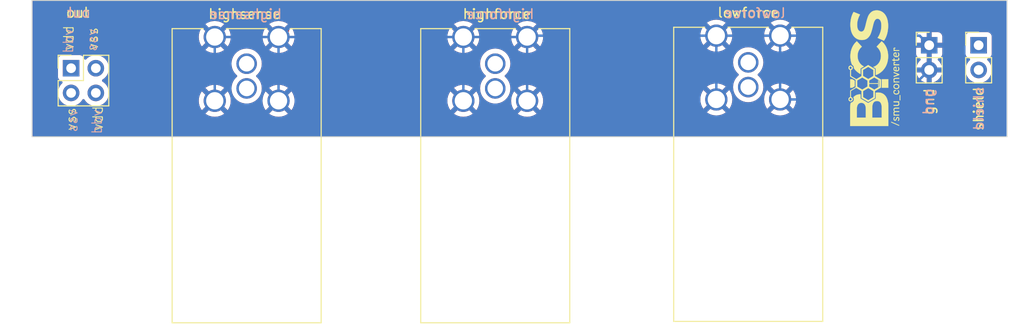
<source format=kicad_pcb>
(kicad_pcb (version 20221018) (generator pcbnew)

  (general
    (thickness 1.6)
  )

  (paper "A4")
  (layers
    (0 "F.Cu" signal)
    (1 "In1.Cu" signal)
    (2 "In2.Cu" signal)
    (3 "In3.Cu" signal)
    (4 "In4.Cu" signal)
    (31 "B.Cu" signal)
    (32 "B.Adhes" user "B.Adhesive")
    (33 "F.Adhes" user "F.Adhesive")
    (34 "B.Paste" user)
    (35 "F.Paste" user)
    (36 "B.SilkS" user "B.Silkscreen")
    (37 "F.SilkS" user "F.Silkscreen")
    (38 "B.Mask" user)
    (39 "F.Mask" user)
    (40 "Dwgs.User" user "User.Drawings")
    (41 "Cmts.User" user "User.Comments")
    (42 "Eco1.User" user "User.Eco1")
    (43 "Eco2.User" user "User.Eco2")
    (44 "Edge.Cuts" user)
    (45 "Margin" user)
    (46 "B.CrtYd" user "B.Courtyard")
    (47 "F.CrtYd" user "F.Courtyard")
    (48 "B.Fab" user)
    (49 "F.Fab" user)
    (50 "User.1" user)
    (51 "User.2" user)
    (52 "User.3" user)
    (53 "User.4" user)
    (54 "User.5" user)
    (55 "User.6" user)
    (56 "User.7" user)
    (57 "User.8" user)
    (58 "User.9" user)
  )

  (setup
    (stackup
      (layer "F.SilkS" (type "Top Silk Screen"))
      (layer "F.Paste" (type "Top Solder Paste"))
      (layer "F.Mask" (type "Top Solder Mask") (thickness 0.01))
      (layer "F.Cu" (type "copper") (thickness 0.035))
      (layer "dielectric 1" (type "prepreg") (thickness 0.1) (material "FR4") (epsilon_r 4.5) (loss_tangent 0.02))
      (layer "In1.Cu" (type "copper") (thickness 0.035))
      (layer "dielectric 2" (type "prepreg") (thickness 0.535) (material "FR4") (epsilon_r 4.5) (loss_tangent 0.02))
      (layer "In2.Cu" (type "copper") (thickness 0.035))
      (layer "dielectric 3" (type "prepreg") (thickness 0.1) (material "FR4") (epsilon_r 4.5) (loss_tangent 0.02))
      (layer "In3.Cu" (type "copper") (thickness 0.035))
      (layer "dielectric 4" (type "core") (thickness 0.535) (material "FR4") (epsilon_r 4.5) (loss_tangent 0.02))
      (layer "In4.Cu" (type "copper") (thickness 0.035))
      (layer "dielectric 5" (type "prepreg") (thickness 0.1) (material "FR4") (epsilon_r 4.5) (loss_tangent 0.02))
      (layer "B.Cu" (type "copper") (thickness 0.035))
      (layer "B.Mask" (type "Bottom Solder Mask") (thickness 0.01))
      (layer "B.Paste" (type "Bottom Solder Paste"))
      (layer "B.SilkS" (type "Bottom Silk Screen"))
      (copper_finish "None")
      (dielectric_constraints no)
    )
    (pad_to_mask_clearance 0)
    (pcbplotparams
      (layerselection 0x00010fc_ffffffff)
      (plot_on_all_layers_selection 0x0000000_00000000)
      (disableapertmacros false)
      (usegerberextensions false)
      (usegerberattributes true)
      (usegerberadvancedattributes true)
      (creategerberjobfile true)
      (dashed_line_dash_ratio 12.000000)
      (dashed_line_gap_ratio 3.000000)
      (svgprecision 4)
      (plotframeref false)
      (viasonmask false)
      (mode 1)
      (useauxorigin false)
      (hpglpennumber 1)
      (hpglpenspeed 20)
      (hpglpendiameter 15.000000)
      (dxfpolygonmode true)
      (dxfimperialunits true)
      (dxfusepcbnewfont true)
      (psnegative false)
      (psa4output false)
      (plotreference true)
      (plotvalue true)
      (plotinvisibletext false)
      (sketchpadsonfab false)
      (subtractmaskfromsilk false)
      (outputformat 1)
      (mirror false)
      (drillshape 1)
      (scaleselection 1)
      (outputdirectory "")
    )
  )

  (net 0 "")
  (net 1 "GND")
  (net 2 "/vdd")
  (net 3 "/shield")
  (net 4 "/vss")

  (footprint "Connector_PinHeader_2.54mm:PinHeader_1x02_P2.54mm_Vertical" (layer "F.Cu") (at 112 50.1))

  (footprint "Connector_PinHeader_2.54mm:PinHeader_2x02_P2.54mm_Vertical" (layer "F.Cu") (at 23.8164 52.46))

  (footprint "Connector_PinHeader_2.54mm:PinHeader_1x02_P2.54mm_Vertical" (layer "F.Cu") (at 117.08 50.1))

  (footprint "TriaxialConn:CBBJR79A" (layer "F.Cu") (at 41.8564 51.997))

  (footprint "TriaxialConn:CBBJR79A" (layer "F.Cu") (at 93.399671 51.86))

  (footprint "TriaxialConn:CBBJR79A" (layer "F.Cu") (at 67.402561 51.997))

  (gr_line (start 103.905651 52.591862) (end 103.914167 52.592503)
    (stroke (width 0.077645) (type solid)) (layer "F.SilkS") (tstamp 007fad51-0a53-423c-b844-30bbd07763c1))
  (gr_line (start 105.084413 54.733794) (end 105.084891 55.501712)
    (stroke (width 0) (type solid)) (layer "F.SilkS") (tstamp 0295392d-3447-492b-9457-6704bc74cbd9))
  (gr_line (start 103.755043 55.693345) (end 103.753182 55.684999)
    (stroke (width 0.077645) (type solid)) (layer "F.SilkS") (tstamp 02ab91b4-ce2c-4995-8548-21ea5b4aae62))
  (gr_line (start 106.301241 53.290094) (end 105.729673 53.6294)
    (stroke (width 0) (type solid)) (layer "F.SilkS") (tstamp 02c11a3e-3bca-46c4-af5f-18971ecb648c))
  (gr_line (start 104.056497 52.528706) (end 104.061725 52.521922)
    (stroke (width 0.077645) (type solid)) (layer "F.SilkS") (tstamp 02e26ff3-4d87-4c33-b0c6-a0f664793966))
  (gr_line (start 103.751723 55.624934) (end 103.753182 55.616486)
    (stroke (width 0.077645) (type solid)) (layer "F.SilkS") (tstamp 0320075f-123d-4e21-9385-14fe2c50098c))
  (gr_line (start 104.08553 52.359011) (end 104.082493 52.351057)
    (stroke (width 0.077645) (type solid)) (layer "F.SilkS") (tstamp 05dbb3a3-8b2d-4bc2-9acb-7b7ad4c891cc))
  (gr_poly
    (pts
      (xy 103.901506 47.889095)
      (xy 103.905525 47.800099)
      (xy 103.912222 47.711605)
      (xy 103.921599 47.623613)
      (xy 103.933655 47.536124)
      (xy 103.94839 47.449137)
      (xy 103.965804 47.362652)
      (xy 103.985897 47.27667)
      (xy 104.008502 47.192279)
      (xy 104.033451 47.110567)
      (xy 104.060745 47.031534)
      (xy 104.090382 46.95518)
      (xy 104.122364 46.881504)
      (xy 104.15669 46.810508)
      (xy 104.19336 46.742191)
      (xy 104.232374 46.676554)
      (xy 104.891431 46.944463)
      (xy 104.855745 47.009431)
      (xy 104.822361 47.074399)
      (xy 104.791279 47.139367)
      (xy 104.7625 47.204335)
      (xy 104.736023 47.269303)
      (xy 104.711848 47.33427)
      (xy 104.689976 47.399238)
      (xy 104.670406 47.464206)
      (xy 104.653138 47.529174)
      (xy 104.638173 47.594142)
      (xy 104.62551 47.65911)
      (xy 104.61515 47.724078)
      (xy 104.607091 47.789046)
      (xy 104.601336 47.854014)
      (xy 104.597882 47.918982)
      (xy 104.596731 47.983949)
      (xy 104.597191 48.028762)
      (xy 104.598573 48.072109)
      (xy 104.600875 48.113991)
      (xy 104.604098 48.154407)
      (xy 104.608243 48.193359)
      (xy 104.613308 48.230845)
      (xy 104.619294 48.266867)
      (xy 104.626201 48.301423)
      (xy 104.634029 48.334514)
      (xy 104.642778 48.36614)
      (xy 104.652448 48.3963)
      (xy 104.663038 48.424996)
      (xy 104.67455 48.452226)
      (xy 104.686983 48.477992)
      (xy 104.700336 48.502292)
      (xy 104.714611 48.525127)
      (xy 104.729639 48.54589)
      (xy 104.745253 48.565314)
      (xy 104.761453 48.583398)
      (xy 104.77824 48.600142)
      (xy 104.795612 48.615547)
      (xy 104.81357 48.629612)
      (xy 104.832115 48.642338)
      (xy 104.851245 48.653724)
      (xy 104.86103 48.658915)
      (xy 104.870961 48.663771)
      (xy 104.881039 48.668291)
      (xy 104.891264 48.672478)
      (xy 104.901635 48.676329)
      (xy 104.912153 48.679845)
      (xy 104.933627 48.685873)
      (xy 104.955688 48.690561)
      (xy 104.978335 48.69391)
      (xy 105.001567 48.695919)
      (xy 105.025386 48.696589)
      (xy 105.049121 48.695815)
      (xy 105.072103 48.693491)
      (xy 105.094331 48.689619)
      (xy 105.115805 48.684198)
      (xy 105.136527 48.677228)
      (xy 105.156494 48.66871)
      (xy 105.175708 48.658642)
      (xy 105.194169 48.647025)
      (xy 105.211876 48.63386)
      (xy 105.22883 48.619146)
      (xy 105.24503 48.602883)
      (xy 105.260476 48.585071)
      (xy 105.27517 48.56571)
      (xy 105.289109 48.544801)
      (xy 105.302296 48.522342)
      (xy 105.314728 48.498335)
      (xy 105.337501 48.444168)
      (xy 105.360273 48.38347)
      (xy 105.383046 48.316241)
      (xy 105.405818 48.242483)
      (xy 105.42859 48.162194)
      (xy 105.451362 48.075374)
      (xy 105.474135 47.982025)
      (xy 105.496907 47.882145)
      (xy 105.522358 47.777409)
      (xy 105.54781 47.677529)
      (xy 105.573261 47.582505)
      (xy 105.598712 47.492337)
      (xy 105.624164 47.407024)
      (xy 105.649615 47.326568)
      (xy 105.675067 47.250967)
      (xy 105.700518 47.180222)
      (xy 105.713704 47.146377)
      (xy 105.727811 47.113161)
      (xy 105.742839 47.080572)
      (xy 105.758788 47.048612)
      (xy 105.775658 47.017279)
      (xy 105.793449 46.986574)
      (xy 105.812161 46.956497)
      (xy 105.831794 46.927048)
      (xy 105.852348 46.898227)
      (xy 105.873822 46.870033)
      (xy 105.896218 46.842468)
      (xy 105.919534 46.81553)
      (xy 105.943772 46.789221)
      (xy 105.96893 46.763539)
      (xy 105.995009 46.738485)
      (xy 106.022009 46.714059)
      (xy 106.050077 46.690052)
      (xy 106.079359 46.667594)
      (xy 106.109854 46.646685)
      (xy 106.141564 46.627324)
      (xy 106.174488 46.609512)
      (xy 106.208625 46.593249)
      (xy 106.243977 46.578535)
      (xy 106.280542 46.56537)
      (xy 106.318322 46.553753)
      (xy 106.357315 46.543686)
      (xy 106.397522 46.535167)
      (xy 106.438944 46.528197)
      (xy 106.481579 46.522776)
      (xy 106.525428 46.518904)
      (xy 106.570491 46.516581)
      (xy 106.616769 46.515806)
      (xy 106.656746 46.516518)
      (xy 106.696304 46.518653)
      (xy 106.735444 46.522211)
      (xy 106.774165 46.527193)
      (xy 106.812468 46.533597)
      (xy 106.850352 46.541425)
      (xy 106.887818 46.550677)
      (xy 106.924864 46.561351)
      (xy 106.961493 46.573449)
      (xy 106.997702 46.58697)
      (xy 107.033493 46.601915)
      (xy 107.068866 46.618283)
      (xy 107.103819 46.636074)
      (xy 107.138354 46.655288)
      (xy 107.172471 46.675925)
      (xy 107.206169 46.697986)
      (xy 107.238569 46.7208)
      (xy 107.270132 46.745037)
      (xy 107.300858 46.770698)
      (xy 107.330747 46.797782)
      (xy 107.359799 46.826289)
      (xy 107.388013 46.85622)
      (xy 107.41539 46.887573)
      (xy 107.44193 46.92035)
      (xy 107.467632 46.95455)
      (xy 107.492497 46.990174)
      (xy 107.516526 47.027221)
      (xy 107.539716 47.06569)
      (xy 107.56207 47.105584)
      (xy 107.583587 47.1469)
      (xy 107.604266 47.18964)
      (xy 107.624108 47.233803)
      (xy 107.642924 47.279285)
      (xy 107.660527 47.325981)
      (xy 107.676915 47.373891)
      (xy 107.69209 47.423015)
      (xy 107.706051 47.473352)
      (xy 107.718797 47.524904)
      (xy 107.73033 47.57767)
      (xy 107.740649 47.631649)
      (xy 107.749753 47.686843)
      (xy 107.757644 47.74325)
      (xy 107.764321 47.800872)
      (xy 107.769784 47.859707)
      (xy 107.774033 47.919757)
      (xy 107.777068 47.98102)
      (xy 107.778889 48.043497)
      (xy 107.779496 48.107189)
      (xy 107.779494 48.107193)
      (xy 107.777652 48.217957)
      (xy 107.772126 48.327884)
      (xy 107.762917 48.436973)
      (xy 107.750024 48.545226)
      (xy 107.733447 48.65264)
      (xy 107.713187 48.759218)
      (xy 107.689242 48.864958)
      (xy 107.661614 48.969861)
      (xy 107.629716 49.070495)
      (xy 107.595641 49.166105)
      (xy 107.55939 49.256692)
      (xy 107.540448 49.300101)
      (xy 107.520962 49.342255)
      (xy 107.500931 49.383153)
      (xy 107.480357 49.422795)
      (xy 107.459238 49.461182)
      (xy 107.437575 49.498312)
      (xy 107.415368 49.534187)
      (xy 107.392616 49.568806)
      (xy 107.369321 49.602169)
      (xy 107.345481 49.634276)
      (xy 106.691782 49.339575)
      (xy 106.713613 49.30908)
      (xy 106.734899 49.277873)
      (xy 106.755641 49.245954)
      (xy 106.775839 49.213324)
      (xy 106.795492 49.179981)
      (xy 106.814602 49.145928)
      (xy 106.833167 49.111162)
      (xy 106.851188 49.075685)
      (xy 106.868665 49.039497)
      (xy 106.885598 49.002596)
      (xy 106.901986 48.964984)
      (xy 106.917831 48.926661)
      (xy 106.933131 48.887625)
      (xy 106.947887 48.847878)
      (xy 106.962099 48.80742)
      (xy 106.975766 48.766249)
      (xy 107.000883 48.683198)
      (xy 107.02265 48.600146)
      (xy 107.041069 48.517094)
      (xy 107.056139 48.434042)
      (xy 107.06786 48.35099)
      (xy 107.076232 48.267938)
      (xy 107.081255 48.184886)
      (xy 107.08293 48.101834)
      (xy 107.082511 48.056373)
      (xy 107.081255 48.012419)
      (xy 107.079162 47.969972)
      (xy 107.076232 47.929032)
      (xy 107.072465 47.889599)
      (xy 107.06786 47.851673)
      (xy 107.062418 47.815255)
      (xy 107.056139 47.780343)
      (xy 107.049023 47.746938)
      (xy 107.041069 47.71504)
      (xy 107.032278 47.684649)
      (xy 107.02265 47.655765)
      (xy 107.012185 47.628388)
      (xy 107.000883 47.602518)
      (xy 106.988743 47.578155)
      (xy 106.975766 47.555298)
      (xy 106.961429 47.533887)
      (xy 106.946547 47.513856)
      (xy 106.931122 47.495207)
      (xy 106.915152 47.47794)
      (xy 106.898637 47.462054)
      (xy 106.881579 47.447549)
      (xy 106.872846 47.440815)
      (xy 106.863977 47.434426)
      (xy 106.854971 47.428382)
      (xy 106.84583 47.422684)
      (xy 106.836552 47.417331)
      (xy 106.827139 47.412323)
      (xy 106.81759 47.407661)
      (xy 106.807904 47.403344)
      (xy 106.798082 47.399373)
      (xy 106.788125 47.395747)
      (xy 106.778031 47.392466)
      (xy 106.767801 47.38953)
      (xy 106.757436 47.38694)
      (xy 106.746934 47.384695)
      (xy 106.736296 47.382796)
      (xy 106.725522 47.381242)
      (xy 106.714612 47.380033)
      (xy 106.703566 47.37917)
      (xy 106.681066 47.378479)
      (xy 106.66451 47.378898)
      (xy 106.648331 47.380154)
      (xy 106.632528 47.382247)
      (xy 106.617102 47.385177)
      (xy 106.602053 47.388944)
      (xy 106.587381 47.393549)
      (xy 106.573086 47.398991)
      (xy 106.559167 47.40527)
      (xy 106.545625 47.412386)
      (xy 106.53246 47.42034)
      (xy 106.519671 47.429131)
      (xy 106.507259 47.438758)
      (xy 106.495224 47.449223)
      (xy 106.483566 47.460526)
      (xy 106.472285 47.472665)
      (xy 106.46138 47.485642)
      (xy 106.45014 47.498619)
      (xy 106.439194 47.512098)
      (xy 106.42854 47.52608)
      (xy 106.41818 47.540564)
      (xy 106.408112 47.55555)
      (xy 106.398337 47.571038)
      (xy 106.388856 47.587029)
      (xy 106.379668 47.603522)
      (xy 106.370772 47.620518)
      (xy 106.36217 47.638016)
      (xy 106.35386 47.656016)
      (xy 106.345844 47.674518)
      (xy 106.338121 47.693523)
      (xy 106.33069 47.713029)
      (xy 106.323553 47.733039)
      (xy 106.316709 47.75355)
      (xy 106.303146 47.795579)
      (xy 106.289248 47.841291)
      (xy 106.275016 47.890687)
      (xy 106.260448 47.943766)
      (xy 106.245545 48.00053)
      (xy 106.230308 48.060976)
      (xy 106.214736 48.125107)
      (xy 106.198829 48.192921)
      (xy 106.173377 48.297657)
      (xy 106.147926 48.397537)
      (xy 106.122474 48.492561)
      (xy 106.097023 48.582729)
      (xy 106.071572 48.668042)
      (xy 106.04612 48.748498)
      (xy 106.020669 48.824099)
      (xy 105.995218 48.894844)
      (xy 105.98201 48.928709)
      (xy 105.967841 48.961989)
      (xy 105.952708 48.994682)
      (xy 105.936612 49.026789)
      (xy 105.919554 49.05831)
      (xy 105.901533 49.089245)
      (xy 105.882549 49.119594)
      (xy 105.862603 49.149357)
      (xy 105.841693 49.178534)
      (xy 105.819821 49.207125)
      (xy 105.796986 49.23513)
      (xy 105.773188 49.262549)
      (xy 105.748427 49.289382)
      (xy 105.722704 49.315629)
      (xy 105.696018 49.34129)
      (xy 105.668369 49.366365)
      (xy 105.639652 49.389723)
      (xy 105.609763 49.411574)
      (xy 105.578702 49.431918)
      (xy 105.54647 49.450756)
      (xy 105.513065 49.468086)
      (xy 105.478487 49.483909)
      (xy 105.442738 49.498225)
      (xy 105.405817 49.511035)
      (xy 105.367724 49.522337)
      (xy 105.328458 49.532132)
      (xy 105.288021 49.540421)
      (xy 105.246411 49.547202)
      (xy 105.203629 49.552477)
      (xy 105.159675 49.556244)
      (xy 105.114549 49.558504)
      (xy 105.068251 49.559258)
      (xy 105.027646 49.558567)
      (xy 104.987544 49.556495)
      (xy 104.947943 49.553042)
      (xy 104.908845 49.548207)
      (xy 104.87025 49.54199)
      (xy 104.832156 49.534393)
      (xy 104.794565 49.525414)
      (xy 104.757476 49.515053)
      (xy 104.72089 49.503311)
      (xy 104.684806 49.490188)
      (xy 104.649224 49.475683)
      (xy 104.614145 49.459797)
      (xy 104.579568 49.442529)
      (xy 104.545493 49.42388)
      (xy 104.511921 49.40385)
      (xy 104.478851 49.382438)
      (xy 104.445802 49.359645)
      (xy 104.413632 49.33547)
      (xy 104.382341 49.309914)
      (xy 104.351929 49.282977)
      (xy 104.322396 49.254658)
      (xy 104.293742 49.224958)
      (xy 104.265968 49.193876)
      (xy 104.239072 49.161413)
      (xy 104.213055 49.127569)
      (xy 104.187918 49.092343)
      (xy 104.16366 49.055736)
      (xy 104.14028 49.017747)
      (xy 104.11778 48.978377)
      (xy 104.096159 48.937626)
      (xy 104.075417 48.895493)
      (xy 104.055554 48.851979)
      (xy 104.036738 48.806498)
      (xy 104.019135 48.759802)
      (xy 104.002746 48.711892)
      (xy 103.987572 48.662769)
      (xy 103.973611 48.612431)
      (xy 103.960865 48.560879)
      (xy 103.949332 48.508114)
      (xy 103.939013 48.454134)
      (xy 103.929909 48.398941)
      (xy 103.922018 48.342533)
      (xy 103.915341 48.284911)
      (xy 103.909878 48.226076)
      (xy 103.905629 48.166026)
      (xy 103.902594 48.104763)
      (xy 103.900773 48.042285)
      (xy 103.900166 47.978594)
    )

    (stroke (width 0.020093) (type solid)) (fill solid) (layer "F.SilkS") (tstamp 07a610a8-95ff-4074-bb52-10c08cb89f0d))
  (gr_line (start 103.774358 55.740477) (end 103.770199 55.733043)
    (stroke (width 0.077645) (type solid)) (layer "F.SilkS") (tstamp 07b773f5-56a5-44da-b47c-5f94b44db1aa))
  (gr_line (start 106.960424 53.674461) (end 106.960242 54.396978)
    (stroke (width 0.07766) (type solid)) (layer "F.SilkS") (tstamp 0820d560-0651-4cf3-b527-ce4f57c79f82))
  (gr_line (start 103.759954 55.709673) (end 103.757303 55.701574)
    (stroke (width 0.077645) (type solid)) (layer "F.SilkS") (tstamp 0845be35-d39b-4484-90cf-f390cebd97a4))
  (gr_line (start 105.778286 53.65092) (end 105.759135 53.639571)
    (stroke (width 0) (type solid)) (layer "F.SilkS") (tstamp 08b7f317-098d-4ddb-b965-3da9e52a9132))
  (gr_line (start 103.759954 52.359011) (end 103.757303 52.36711)
    (stroke (width 0.077645) (type solid)) (layer "F.SilkS") (tstamp 091b4dd7-28a7-4d3d-aa91-55e20fe6ad20))
  (gr_line (start 103.981044 52.253399) (end 103.973031 52.25072)
    (stroke (width 0.077645) (type solid)) (layer "F.SilkS") (tstamp 09776f5f-83ff-4a1d-8b76-222b2a7fc8e1))
  (gr_line (start 104.061725 55.546762) (end 104.066604 55.553777)
    (stroke (width 0.077645) (type solid)) (layer "F.SilkS") (tstamp 09e1bfb8-a26a-4f90-8930-7b9bb3477652))
  (gr_line (start 104.09376 55.624934) (end 104.094809 55.633468)
    (stroke (width 0.077645) (type solid)) (layer "F.SilkS") (tstamp 0b80df71-8af0-4e48-a80c-dc33b4d14503))
  (gr_line (start 103.996625 55.492725) (end 104.004165 55.496557)
    (stroke (width 0.077645) (type solid)) (layer "F.SilkS") (tstamp 0bf1a7db-bd17-4301-ad85-ab38efb5535a))
  (gr_line (start 103.948276 55.823604) (end 103.939832 55.824664)
    (stroke (width 0.077645) (type solid)) (layer "F.SilkS") (tstamp 0d1b4f3b-512e-4221-b5c4-a37704758923))
  (gr_line (start 105.729701 53.674796) (end 105.119358 53.314316)
    (stroke (width 0.077651) (type solid)) (layer "F.SilkS") (tstamp 0db52334-6440-4000-b828-78e77bb7ae9e))
  (gr_line (start 105.081041 53.337058) (end 105.729731 53.720199)
    (stroke (width 0) (type solid)) (layer "F.SilkS") (tstamp 0ea3bb87-b784-4227-8672-3df18318c797))
  (gr_line (start 104.095443 52.409274) (end 104.094809 52.400666)
    (stroke (width 0.077645) (type solid)) (layer "F.SilkS") (tstamp 0f559773-86dd-419b-b658-cd5773753e18))
  (gr_line (start 103.755043 52.460543) (end 103.757303 52.468772)
    (stroke (width 0.077645) (type solid)) (layer "F.SilkS") (tstamp 10a0fde4-0547-43d8-b572-0e3d465565f7))
  (gr_line (start 103.806687 55.521182) (end 103.813156 55.515548)
    (stroke (width 0.077645) (type solid)) (layer "F.SilkS") (tstamp 1128b9c8-1248-47d0-b380-ecb2422c4e8d))
  (gr_line (start 104.09376 52.392132) (end 104.092302 52.383685)
    (stroke (width 0.077645) (type solid)) (layer "F.SilkS") (tstamp 113647bc-cd77-40a0-8754-d67f4c49904a))
  (gr_line (start 103.96489 55.481238) (end 103.973031 55.483522)
    (stroke (width 0.077645) (type solid)) (layer "F.SilkS") (tstamp 114aa87c-b5ab-484c-ac17-774b508c7fcf))
  (gr_line (start 103.948276 52.24508) (end 103.939832 52.24402)
    (stroke (width 0.077645) (type solid)) (layer "F.SilkS") (tstamp 11a4f07c-d5ab-4fbd-bba7-bd4a380d84d8))
  (gr_line (start 103.770199 55.733043) (end 103.766408 55.725422)
    (stroke (width 0.077645) (type solid)) (layer "F.SilkS") (tstamp 11eccf25-fa3b-486c-bc69-3e89b73da761))
  (gr_line (start 103.880594 55.820248) (end 103.872452 55.817964)
    (stroke (width 0.077645) (type solid)) (layer "F.SilkS") (tstamp 122afe17-cb3d-43ed-b925-0bdaa764fddf))
  (gr_line (start 104.079076 55.576064) (end 104.082493 55.583859)
    (stroke (width 0.077645) (type solid)) (layer "F.SilkS") (tstamp 12596fbc-07a3-4506-b33f-9fd308537007))
  (gr_line (start 103.897208 55.823604) (end 103.888851 55.82213)
    (stroke (width 0.077645) (type solid)) (layer "F.SilkS") (tstamp 1337f149-adf8-4062-a40b-65deef294967))
  (gr_line (start 103.888851 55.82213) (end 103.880594 55.820248)
    (stroke (width 0.077645) (type solid)) (layer "F.SilkS") (tstamp 1370272c-d142-4003-958b-fe19c8645d4d))
  (gr_line (start 104.075285 52.335641) (end 104.071125 52.328207)
    (stroke (width 0.077645) (type solid)) (layer "F.SilkS") (tstamp 13c9b103-0f34-4b84-ad58-ab2e5195568b))
  (gr_line (start 103.753182 55.684999) (end 103.751723 55.676552)
    (stroke (width 0.077645) (type solid)) (layer "F.SilkS") (tstamp 1573cdf4-834c-4caa-9f8d-f6f062df122d))
  (gr_line (start 106.362138 54.720802) (end 105.732624 54.34899)
    (stroke (width 0) (type solid)) (layer "F.SilkS") (tstamp 16093a8c-3476-44a9-9c26-9b7c80a67e17))
  (gr_line (start 103.88885 55.479356) (end 103.897207 55.477882)
    (stroke (width 0.077645) (type solid)) (layer "F.SilkS") (tstamp 1609e802-f5f5-48a8-a7f5-2d58bf20659b))
  (gr_line (start 105.728804 52.229736) (end 106.339147 52.590216)
    (stroke (width 0.077651) (type solid)) (layer "F.SilkS") (tstamp 161fb444-8337-4af7-bc74-fe9f8bf842ef))
  (gr_line (start 104.01152 55.800725) (end 104.004165 55.804929)
    (stroke (width 0.077645) (type solid)) (layer "F.SilkS") (tstamp 164d8018-9e45-4d91-9b79-ac2536a52f2b))
  (gr_line (start 103.897208 52.24508) (end 103.888851 52.246554)
    (stroke (width 0.077645) (type solid)) (layer "F.SilkS") (tstamp 1907ed17-e92a-46cd-a3c7-9ed7f98b3305))
  (gr_line (start 103.774358 52.507675) (end 103.77888 52.514906)
    (stroke (width 0.077645) (type solid)) (layer "F.SilkS") (tstamp 19a81e1f-1b45-4181-b54f-60a1d9bc968a))
  (gr_line (start 103.914168 55.825304) (end 103.905652 55.824664)
    (stroke (width 0.077645) (type solid)) (layer "F.SilkS") (tstamp 1aaf2323-7282-4f8e-a8e1-8372ff3a8d3e))
  (gr_line (start 103.988913 52.256469) (end 103.981044 52.253399)
    (stroke (width 0.077645) (type solid)) (layer "F.SilkS") (tstamp 1b1e7544-7be8-48f5-af1b-ce82d85ad492))
  (gr_line (start 103.956633 52.589328) (end 103.96489 52.587446)
    (stroke (width 0.077645) (type solid)) (layer "F.SilkS") (tstamp 1cb0ecb8-7cc9-4df0-9914-23479f9a8104))
  (gr_line (start 103.77888 55.553777) (end 103.783758 55.546762)
    (stroke (width 0.077645) (type solid)) (layer "F.SilkS") (tstamp 1d94bf15-3312-46ea-9f1b-f67b608bc7f8))
  (gr_poly
    (pts
      (xy 108.331187 57.649356)
      (xy 108.331427 57.642019)
      (xy 108.331827 57.634815)
      (xy 108.332387 57.627744)
      (xy 108.333107 57.620807)
      (xy 108.333987 57.614003)
      (xy 108.335027 57.607332)
      (xy 108.336227 57.600795)
      (xy 108.337587 57.594391)
      (xy 108.339107 57.58812)
      (xy 108.340787 57.581982)
      (xy 108.342627 57.575978)
      (xy 108.344626 57.570108)
      (xy 108.346786 57.56437)
      (xy 108.349106 57.558766)
      (xy 108.351586 57.553295)
      (xy 108.354017 57.547989)
      (xy 108.356474 57.542878)
      (xy 108.358959 57.537963)
      (xy 108.36147 57.533243)
      (xy 108.364007 57.528719)
      (xy 108.366572 57.52439)
      (xy 108.369163 57.520257)
      (xy 108.37178 57.51632)
      (xy 108.374424 57.512578)
      (xy 108.377095 57.509031)
      (xy 108.379793 57.50568)
      (xy 108.382517 57.502525)
      (xy 108.385268 57.499565)
      (xy 108.388046 57.496801)
      (xy 108.39085 57.494232)
      (xy 108.393681 57.491859)
      (xy 108.46877 57.500961)
      (xy 108.46133 57.509853)
      (xy 108.454371 57.518897)
      (xy 108.447891 57.528092)
      (xy 108.441891 57.537438)
      (xy 108.436372 57.546936)
      (xy 108.431332 57.556584)
      (xy 108.426772 57.566383)
      (xy 108.422692 57.576334)
      (xy 108.419093 57.586435)
      (xy 108.415973 57.596688)
      (xy 108.413333 57.607092)
      (xy 108.411173 57.617647)
      (xy 108.409493 57.628353)
      (xy 108.408293 57.63921)
      (xy 108.407573 57.650218)
      (xy 108.407333 57.661377)
      (xy 108.407422 57.66755)
      (xy 108.407689 57.673555)
      (xy 108.408133 57.67939)
      (xy 108.408756 57.685056)
      (xy 108.409555 57.690553)
      (xy 108.410533 57.695882)
      (xy 108.411689 57.701042)
      (xy 108.413022 57.706033)
      (xy 108.414533 57.710854)
      (xy 108.416222 57.715508)
      (xy 108.418088 57.719992)
      (xy 108.420133 57.724307)
      (xy 108.422355 57.728453)
      (xy 108.424755 57.732431)
      (xy 108.427332 57.73624)
      (xy 108.430088 57.739879)
      (xy 108.432861 57.743186)
      (xy 108.435776 57.746279)
      (xy 108.438834 57.749159)
      (xy 108.442034 57.751825)
      (xy 108.445376 57.754279)
      (xy 108.44886 57.756518)
      (xy 108.452487 57.758545)
      (xy 108.456255 57.760358)
      (xy 108.460166 57.761958)
      (xy 108.464219 57.763345)
      (xy 108.468415 57.764518)
      (xy 108.472752 57.765478)
      (xy 108.477232 57.766224)
      (xy 108.481854 57.766758)
      (xy 108.486618 57.767078)
      (xy 108.491524 57.767184)
      (xy 108.494346 57.767131)
      (xy 108.497124 57.766971)
      (xy 108.499857 57.766704)
      (xy 108.502546 57.766331)
      (xy 108.50519 57.765851)
      (xy 108.50779 57.765264)
      (xy 108.510345 57.764571)
      (xy 108.512856 57.763771)
      (xy 108.515323 57.762865)
      (xy 108.517745 57.761851)
      (xy 108.520122 57.760731)
      (xy 108.522456 57.759505)
      (xy 108.524744 57.758172)
      (xy 108.526989 57.756732)
      (xy 108.529188 57.755185)
      (xy 108.531344 57.753532)
      (xy 108.533304 57.751816)
      (xy 108.535201 57.750083)
      (xy 108.537037 57.748332)
      (xy 108.53881 57.746563)
      (xy 108.540521 57.744777)
      (xy 108.54217 57.742973)
      (xy 108.543756 57.74115)
      (xy 108.545281 57.739311)
      (xy 108.546743 57.737453)
      (xy 108.548143 57.735577)
      (xy 108.54948 57.733684)
      (xy 108.550756 57.731773)
      (xy 108.551969 57.729844)
      (xy 108.55312 57.727898)
      (xy 108.554209 57.725934)
      (xy 108.555236 57.723951)
      (xy 108.559075 57.714139)
      (xy 108.563769 57.701766)
      (xy 108.569315 57.686834)
      (xy 108.575714 57.669342)
      (xy 108.598469 57.607905)
      (xy 108.604673 57.591648)
      (xy 108.611339 57.57644)
      (xy 108.618467 57.562281)
      (xy 108.626058 57.549171)
      (xy 108.634111 57.53711)
      (xy 108.642626 57.526097)
      (xy 108.651603 57.516133)
      (xy 108.656265 57.511544)
      (xy 108.661043 57.507218)
      (xy 108.665936 57.503154)
      (xy 108.670944 57.499352)
      (xy 108.676068 57.495812)
      (xy 108.681308 57.492534)
      (xy 108.686663 57.489519)
      (xy 108.692134 57.486766)
      (xy 108.69772 57.484275)
      (xy 108.703422 57.482046)
      (xy 108.70924 57.48008)
      (xy 108.715173 57.478375)
      (xy 108.721221 57.476933)
      (xy 108.727385 57.475753)
      (xy 108.733665 57.474836)
      (xy 108.74006 57.47418)
      (xy 108.753197 57.473656)
      (xy 108.762872 57.473873)
      (xy 108.772271 57.474527)
      (xy 108.781395 57.475615)
      (xy 108.790243 57.47714)
      (xy 108.798816 57.4791)
      (xy 108.807113 57.481495)
      (xy 108.815135 57.484326)
      (xy 108.822881 57.487593)
      (xy 108.830352 57.491295)
      (xy 108.837547 57.495432)
      (xy 108.844467 57.500005)
      (xy 108.851111 57.505014)
      (xy 108.857479 57.510458)
      (xy 108.863572 57.516337)
      (xy 108.86939 57.522653)
      (xy 108.874932 57.529403)
      (xy 108.880167 57.536385)
      (xy 108.885064 57.543678)
      (xy 108.889624 57.551282)
      (xy 108.893846 57.559197)
      (xy 108.89773 57.567423)
      (xy 108.901277 57.575961)
      (xy 108.904485 57.584809)
      (xy 108.907356 57.593968)
      (xy 108.909889 57.603439)
      (xy 108.912085 57.61322)
      (xy 108.913943 57.623313)
      (xy 108.915462 57.633717)
      (xy 108.916645 57.644432)
      (xy 108.917489 57.655458)
      (xy 108.917996 57.666795)
      (xy 108.918165 57.678443)
      (xy 108.917902 57.694824)
      (xy 108.917116 57.71069)
      (xy 108.915805 57.72604)
      (xy 108.913969 57.740875)
      (xy 108.911609 57.755194)
      (xy 108.908725 57.768998)
      (xy 108.905316 57.782286)
      (xy 108.901383 57.795058)
      (xy 108.896926 57.807315)
      (xy 108.891944 57.819057)
      (xy 108.886438 57.830283)
      (xy 108.880407 57.840993)
      (xy 108.873852 57.851188)
      (xy 108.866772 57.860868)
      (xy 108.859168 57.870031)
      (xy 108.85104 57.87868)
      (xy 108.851039 57.87868)
      (xy 108.77595 57.860476)
      (xy 108.783941 57.85085)
      (xy 108.791416 57.841029)
      (xy 108.798375 57.831012)
      (xy 108.804819 57.820799)
      (xy 108.810748 57.810391)
      (xy 108.816161 57.799787)
      (xy 108.821058 57.788988)
      (xy 108.82544 57.777993)
      (xy 108.829307 57.766802)
      (xy 108.832658 57.755416)
      (xy 108.835493 57.743835)
      (xy 108.837813 57.732058)
      (xy 108.839617 57.720085)
      (xy 108.840906 57.707917)
      (xy 108.841679 57.695553)
      (xy 108.841937 57.682994)
      (xy 108.841857 57.675706)
      (xy 108.841617 57.668631)
      (xy 108.841217 57.661769)
      (xy 108.840657 57.65512)
      (xy 108.839937 57.648685)
      (xy 108.839057 57.642463)
      (xy 108.838017 57.636455)
      (xy 108.836817 57.630659)
      (xy 108.835457 57.625078)
      (xy 108.833938 57.619709)
      (xy 108.832258 57.614554)
      (xy 108.830418 57.609612)
      (xy 108.828418 57.604883)
      (xy 108.826258 57.600368)
      (xy 108.823938 57.596066)
      (xy 108.821458 57.591977)
      (xy 108.818694 57.587982)
      (xy 108.815806 57.584244)
      (xy 108.812792 57.580765)
      (xy 108.809655 57.577543)
      (xy 108.808039 57.576028)
      (xy 108.806393 57.574578)
      (xy 108.804715 57.573193)
      (xy 108.803006 57.571872)
      (xy 108.801267 57.570615)
      (xy 108.799496 57.569423)
      (xy 108.797693 57.568296)
      (xy 108.79586 57.567232)
      (xy 108.793996 57.566233)
      (xy 108.7921 57.565299)
      (xy 108.790174 57.564429)
      (xy 108.788216 57.563624)
      (xy 108.786227 57.562883)
      (xy 108.784208 57.562206)
      (xy 108.782157 57.561594)
      (xy 108.780075 57.561046)
      (xy 108.777961 57.560563)
      (xy 108.775817 57.560144)
      (xy 108.773642 57.559789)
      (xy 108.771435 57.559499)
      (xy 108.766929 57.559113)
      (xy 108.762298 57.558984)
      (xy 108.758093 57.559064)
      (xy 108.754014 57.559304)
      (xy 108.750058 57.559704)
      (xy 108.746228 57.560264)
      (xy 108.742521 57.560984)
      (xy 108.738939 57.561864)
      (xy 108.735481 57.562904)
      (xy 108.732148 57.564104)
      (xy 108.72894 57.565464)
      (xy 108.725855 57.566983)
      (xy 108.722896 57.568663)
      (xy 108.72006 57.570503)
      (xy 108.717349 57.572503)
      (xy 108.714763 57.574663)
      (xy 108.712301 57.576983)
      (xy 108.709963 57.579463)
      (xy 108.707688 57.582129)
      (xy 108.705412 57.585009)
      (xy 108.703137 57.588102)
      (xy 108.700861 57.591409)
      (xy 108.698586 57.594928)
      (xy 108.696311 57.598661)
      (xy 108.694035 57.602608)
      (xy 108.69176 57.606768)
      (xy 108.689484 57.611141)
      (xy 108.687209 57.615727)
      (xy 108.684934 57.620527)
      (xy 108.682658 57.62554)
      (xy 108.680383 57.630766)
      (xy 108.678108 57.636206)
      (xy 108.675832 57.641859)
      (xy 108.673557 57.647725)
      (xy 108.650802 57.709161)
      (xy 108.647634 57.717979)
      (xy 108.644385 57.726511)
      (xy 108.641057 57.73476)
      (xy 108.637648 57.742724)
      (xy 108.634159 57.750403)
      (xy 108.630591 57.757798)
      (xy 108.626942 57.764909)
      (xy 108.623213 57.771735)
      (xy 108.619405 57.778277)
      (xy 108.615516 57.784535)
      (xy 108.611547 57.790508)
      (xy 108.607499 57.796196)
      (xy 108.60337 57.8016)
      (xy 108.599161 57.80672)
      (xy 108.594873 57.811555)
      (xy 108.590504 57.816106)
      (xy 108.585851 57.820377)
      (xy 108.580994 57.824372)
      (xy 108.575932 57.828092)
      (xy 108.570665 57.831536)
      (xy 108.565195 57.834705)
      (xy 108.559519 57.837598)
      (xy 108.55364 57.840216)
      (xy 108.547556 57.842558)
      (xy 108.541267 57.844624)
      (xy 108.534774 57.846415)
      (xy 108.528077 57.847931)
      (xy 108.521175 57.849171)
      (xy 108.514069 57.850135)
      (xy 108.506758 57.850824)
      (xy 108.499243 57.851237)
      (xy 108.491524 57.851375)
      (xy 108.482671 57.851175)
      (xy 108.474031 57.850575)
      (xy 108.465605 57.849575)
      (xy 108.457392 57.848175)
      (xy 108.449393 57.846375)
      (xy 108.441607 57.844175)
      (xy 108.434034 57.841576)
      (xy 108.426674 57.838576)
      (xy 108.419528 57.835176)
      (xy 108.412595 57.831376)
      (xy 108.405876 57.827177)
      (xy 108.399369 57.822577)
      (xy 108.393076 57.817577)
      (xy 108.386997 57.812177)
      (xy 108.381131 57.806378)
      (xy 108.375478 57.800178)
      (xy 108.370105 57.793485)
      (xy 108.365078 57.78649)
      (xy 108.360399 57.779193)
      (xy 108.356066 57.771593)
      (xy 108.352079 57.763691)
      (xy 108.348439 57.755488)
      (xy 108.345146 57.746981)
      (xy 108.3422 57.738173)
      (xy 108.3396 57.729062)
      (xy 108.337347 57.71965)
      (xy 108.33544 57.709935)
      (xy 108.33388 57.699918)
      (xy 108.332667 57.689598)
      (xy 108.3318 57.678977)
      (xy 108.331281 57.668053)
      (xy 108.331107 57.656827)
    )

    (stroke (width 0.019843) (type solid)) (fill solid) (layer "F.SilkS") (tstamp 1da836a1-54e9-482f-b7ad-0b8ae762cd9a))
  (gr_line (start 104.018674 52.27253) (end 104.01152 52.267959)
    (stroke (width 0.077645) (type solid)) (layer "F.SilkS") (tstamp 1dd0eeab-5010-4232-931b-3d8b415599e8))
  (gr_line (start 105.728833 52.275136) (end 106.30082 52.612962)
    (stroke (width 0) (type solid)) (layer "F.SilkS") (tstamp 1e68a773-3381-4e85-aa0d-c987022c4495))
  (gr_line (start 104.092302 55.616486) (end 104.09376 55.624934)
    (stroke (width 0.077645) (type solid)) (layer "F.SilkS") (tstamp 1f6ab997-8eea-489b-8a0c-52db96f4f403))
  (gr_line (start 104.08553 55.591813) (end 104.088181 55.599912)
    (stroke (width 0.077645) (type solid)) (layer "F.SilkS") (tstamp 1fb1882e-6c2e-44b4-92b2-a05aa9141cb6))
  (gr_line (start 103.774358 52.328207) (end 103.770199 52.335641)
    (stroke (width 0.077645) (type solid)) (layer "F.SilkS") (tstamp 1fc853e7-0de8-47de-954f-cddea39632e7))
  (gr_line (start 104.088181 55.701574) (end 104.08553 55.709673)
    (stroke (width 0.077645) (type solid)) (layer "F.SilkS") (tstamp 1ffba3ec-c871-47c9-a5fb-7b1788b6c6d4))
  (gr_line (start 104.061725 52.31396) (end 104.056496 52.307176)
    (stroke (width 0.077645) (type solid)) (layer "F.SilkS") (tstamp 20d05663-501a-4b89-a467-a14a339d293d))
  (gr_line (start 104.09044 52.375339) (end 104.088181 52.36711)
    (stroke (width 0.077645) (type solid)) (layer "F.SilkS") (tstamp 20fb7371-b1f4-41c6-8ce6-4f83c006e0cf))
  (gr_line (start 105.73358 55.884852) (end 106.381792 55.500048)
    (stroke (width 0) (type solid)) (layer "F.SilkS") (tstamp 2177b580-f565-4227-ad03-019a048e73d5))
  (gr_line (start 104.038797 52.28838) (end 104.032327 52.282746)
    (stroke (width 0.077645) (type solid)) (layer "F.SilkS") (tstamp 2187ef6d-ecc6-47b1-856d-269d257d31b0))
  (gr_poly
    (pts
      (xy 106.274757 52.323031)
      (xy 106.3024 52.313276)
      (xy 106.329715 52.302868)
      (xy 106.356704 52.291807)
      (xy 106.383366 52.280091)
      (xy 106.4097 52.267721)
      (xy 106.435708 52.254696)
      (xy 106.461388 52.241015)
      (xy 106.495086 52.221131)
      (xy 106.527863 52.200326)
      (xy 106.559719 52.1786)
      (xy 106.590654 52.155954)
      (xy 106.620668 52.132386)
      (xy 106.649762 52.107897)
      (xy 106.677934 52.082488)
      (xy 106.705186 52.056157)
      (xy 106.731516 52.028906)
      (xy 106.756926 52.000733)
      (xy 106.781415 51.97164)
      (xy 106.804982 51.941626)
      (xy 106.827629 51.91069)
      (xy 106.849355 51.878834)
      (xy 106.87016 51.846057)
      (xy 106.890044 51.812359)
      (xy 106.908211 51.777908)
      (xy 106.925207 51.74287)
      (xy 106.94103 51.707247)
      (xy 106.955682 51.671037)
      (xy 106.969161 51.634241)
      (xy 106.981468 51.596859)
      (xy 106.992603 51.558891)
      (xy 107.002566 51.520337)
      (xy 107.011357 51.481197)
      (xy 107.018975 51.441471)
      (xy 107.025422 51.401159)
      (xy 107.030697 51.360261)
      (xy 107.034799 51.318777)
      (xy 107.037729 51.276706)
      (xy 107.039487 51.23405)
      (xy 107.040073 51.190808)
      (xy 107.038336 51.121194)
      (xy 107.033124 51.053003)
      (xy 107.024437 50.986237)
      (xy 107.012276 50.920895)
      (xy 106.99664 50.856976)
      (xy 106.97753 50.794481)
      (xy 106.954945 50.733409)
      (xy 106.928886 50.673761)
      (xy 106.899352 50.615536)
      (xy 106.866344 50.558734)
      (xy 106.829861 50.503355)
      (xy 106.789904 50.449399)
      (xy 106.746473 50.396866)
      (xy 106.699567 50.345756)
      (xy 106.649187 50.296068)
      (xy 106.595333 50.247803)
      (xy 107.10972 49.69055)
      (xy 107.14997 49.724541)
      (xy 107.189004 49.759537)
      (xy 107.226825 49.795537)
      (xy 107.263432 49.832543)
      (xy 107.298825 49.870552)
      (xy 107.333003 49.909567)
      (xy 107.365968 49.949586)
      (xy 107.397719 49.990609)
      (xy 107.428255 50.032638)
      (xy 107.457578 50.075671)
      (xy 107.485687 50.119708)
      (xy 107.512582 50.164751)
      (xy 107.538263 50.210798)
      (xy 107.56273 50.257849)
      (xy 107.585983 50.305906)
      (xy 107.608023 50.354967)
      (xy 107.628786 50.404886)
      (xy 107.64821 50.455516)
      (xy 107.666294 50.506858)
      (xy 107.683038 50.558912)
      (xy 107.698443 50.611677)
      (xy 107.712508 50.665154)
      (xy 107.725234 50.719342)
      (xy 107.73662 50.774242)
      (xy 107.746667 50.829853)
      (xy 107.755374 50.886176)
      (xy 107.762741 50.943211)
      (xy 107.768769 51.000957)
      (xy 107.773458 51.059416)
      (xy 107.776807 51.118585)
      (xy 107.778816 51.178467)
      (xy 107.779486 51.239061)
      (xy 107.778523 51.310308)
      (xy 107.775636 51.380717)
      (xy 107.770822 51.450289)
      (xy 107.764084 51.519023)
      (xy 107.75542 51.58692)
      (xy 107.744831 51.65398)
      (xy 107.732316 51.720202)
      (xy 107.717876 51.785587)
      (xy 107.70151 51.850135)
      (xy 107.683219 51.913846)
      (xy 107.663001 51.976719)
      (xy 107.640858 52.038756)
      (xy 107.61679 52.099955)
      (xy 107.590795 52.160318)
      (xy 107.562874 52.219843)
      (xy 107.533028 52.278532)
      (xy 107.500816 52.335379)
      (xy 107.467139 52.390719)
      (xy 107.431997 52.444552)
      (xy 107.39539 52.496878)
      (xy 107.357319 52.547698)
      (xy 107.317782 52.59701)
      (xy 107.27678 52.644815)
      (xy 107.234313 52.691113)
      (xy 107.19038 52.735905)
      (xy 107.144983 52.779189)
      (xy 107.098121 52.820966)
      (xy 107.049793 52.861236)
      (xy 107 52.9)
      (xy 106.948742 52.937256)
      (xy 106.896018 52.973005)
      (xy 106.84183 53.007247)
      (xy 106.801395 53.030426)
      (xy 106.760489 53.052505)
      (xy 106.719117 53.073494)
      (xy 106.677281 53.093401)
      (xy 106.634986 53.112235)
      (xy 106.592235 53.130006)
      (xy 106.549031 53.146722)
      (xy 106.505377 53.162393)
      (xy 106.504991 52.484605)
      (xy 106.418678 52.433639)
      (xy 106.246789 52.332133)
      (xy 106.246788 52.332133)
    )

    (stroke (width 0.020554) (type solid)) (fill solid) (layer "F.SilkS") (tstamp 223494fe-bf8c-4c8f-849f-92fe96135272))
  (gr_line (start 106.922067 53.697173) (end 106.921897 54.374293)
    (stroke (width 0) (type solid)) (layer "F.SilkS") (tstamp 227a9d5f-89fc-4273-9f08-ee1143f89136))
  (gr_line (start 104.04501 52.541526) (end 104.050923 52.535246)
    (stroke (width 0.077645) (type solid)) (layer "F.SilkS") (tstamp 23c8f729-dc33-498b-afc2-ff2d94669079))
  (gr_line (start 103.914167 55.476182) (end 103.922741 55.475967)
    (stroke (width 0.077645) (type solid)) (layer "F.SilkS") (tstamp 242dd2c5-88f4-4999-800c-935cb2e3f3cb))
  (gr_poly
    (pts
      (xy 106.821087 53.699334)
      (xy 106.821087 54.372415)
      (xy 106.744662 54.372415)
      (xy 106.744662 53.699334)
    )

    (stroke (width 0) (type solid)) (fill solid) (layer "F.SilkS") (tstamp 244b3721-da1f-49d8-a105-a8c74e4e420f))
  (gr_line (start 106.350236 53.313454) (end 106.960424 53.674461)
    (stroke (width 0.07766) (type solid)) (layer "F.SilkS") (tstamp 2467f29e-7ee9-4f03-80c0-2ea1b1177748))
  (gr_line (start 103.77888 52.514906) (end 103.783758 52.521922)
    (stroke (width 0.077645) (type solid)) (layer "F.SilkS") (tstamp 24a0daf7-a8fa-4647-b8e5-859b3818eef4))
  (gr_line (start 103.750675 52.435216) (end 103.751723 52.44375)
    (stroke (width 0.077645) (type solid)) (layer "F.SilkS") (tstamp 24c48d47-25bf-4132-87c9-d12d42a3dbaf))
  (gr_line (start 106.30509 55.454747) (end 105.733523 55.794053)
    (stroke (width 0) (type solid)) (layer "F.SilkS") (tstamp 24ed0dad-204f-4437-83ce-dcb8c65d074d))
  (gr_line (start 103.753182 55.616486) (end 103.755043 55.608141)
    (stroke (width 0.077645) (type solid)) (layer "F.SilkS") (tstamp 2693f0ce-3f10-415e-a69d-45c133be51ab))
  (gr_line (start 105.729673 53.6294) (end 105.157673 53.291573)
    (stroke (width 0) (type solid)) (layer "F.SilkS") (tstamp 26aecedf-0c09-4e67-9d1b-542ff6bc5019))
  (gr_line (start 103.762991 52.484825) (end 103.766408 52.49262)
    (stroke (width 0.077645) (type solid)) (layer "F.SilkS") (tstamp 26da76fc-36cf-4688-a924-d96bac9f396c))
  (gr_line (start 105.11891 52.591785) (end 105.728804 52.229736)
    (stroke (width 0.077651) (type solid)) (layer "F.SilkS") (tstamp 275c04f2-5317-4800-9ff2-79267456837c))
  (gr_line (start 103.762991 55.717627) (end 103.759954 55.709673)
    (stroke (width 0.077645) (type solid)) (layer "F.SilkS") (tstamp 27b3c56d-7778-4630-838a-5deb68199a0d))
  (gr_line (start 103.922741 52.592718) (end 103.922742 52.592718)
    (stroke (width 0.077645) (type solid)) (layer "F.SilkS") (tstamp 28fb8478-3ad7-43db-9c74-55bb469c0199))
  (gr_poly
    (pts
      (xy 108.331413 54.32212)
      (xy 108.332333 54.307632)
      (xy 108.333866 54.293535)
      (xy 108.336012 54.279829)
      (xy 108.338772 54.266515)
      (xy 108.342145 54.253591)
      (xy 108.346132 54.241059)
      (xy 108.350732 54.228917)
      (xy 108.355945 54.217167)
      (xy 108.361771 54.205808)
      (xy 108.368211 54.194839)
      (xy 108.375263 54.184262)
      (xy 108.38293 54.174076)
      (xy 108.391209 54.164281)
      (xy 108.400102 54.154877)
      (xy 108.409608 54.145864)
      (xy 108.419647 54.137185)
      (xy 108.43014 54.129066)
      (xy 108.441086 54.121506)
      (xy 108.452485 54.114506)
      (xy 108.464338 54.108067)
      (xy 108.476644 54.102187)
      (xy 108.489403 54.096868)
      (xy 108.502616 54.092108)
      (xy 108.516282 54.087908)
      (xy 108.530401 54.084268)
      (xy 108.544973 54.081189)
      (xy 108.559999 54.078669)
      (xy 108.575478 54.076709)
      (xy 108.59141 54.075309)
      (xy 108.607796 54.074469)
      (xy 108.624635 54.074189)
      (xy 108.641474 54.074469)
      (xy 108.65786 54.075309)
      (xy 108.673792 54.076709)
      (xy 108.689271 54.078669)
      (xy 108.704297 54.081189)
      (xy 108.718869 54.084268)
      (xy 108.732988 54.087908)
      (xy 108.746654 54.092108)
      (xy 108.759867 54.096868)
      (xy 108.772626 54.102187)
      (xy 108.784932 54.108067)
      (xy 108.796785 54.114506)
      (xy 108.808184 54.121506)
      (xy 108.81913 54.129066)
      (xy 108.829623 54.137185)
      (xy 108.839662 54.145864)
      (xy 108.849168 54.154877)
      (xy 108.858061 54.164281)
      (xy 108.86634 54.174076)
      (xy 108.874007 54.184262)
      (xy 108.881059 54.194839)
      (xy 108.887499 54.205808)
      (xy 108.893325 54.217167)
      (xy 108.898538 54.228917)
      (xy 108.903138 54.241059)
      (xy 108.907125 54.253591)
      (xy 108.910498 54.266515)
      (xy 108.913258 54.279829)
      (xy 108.915404 54.293535)
      (xy 108.916937 54.307632)
      (xy 108.917857 54.32212)
      (xy 108.918164 54.336999)
      (xy 108.917857 54.351745)
      (xy 108.916937 54.366117)
      (xy 108.915404 54.380117)
      (xy 108.913258 54.393742)
      (xy 108.910498 54.406995)
      (xy 108.907125 54.419874)
      (xy 108.903138 54.43238)
      (xy 108.898538 54.444513)
      (xy 108.893325 54.456272)
      (xy 108.887499 54.467658)
      (xy 108.881059 54.47867)
      (xy 108.874007 54.48931)
      (xy 108.86634 54.499576)
      (xy 108.858061 54.509469)
      (xy 108.849168 54.518988)
      (xy 108.839662 54.528134)
      (xy 108.839661 54.528134)
      (xy 108.829489 54.536676)
      (xy 108.81888 54.544666)
      (xy 108.807837 54.552106)
      (xy 108.796357 54.558994)
      (xy 108.784443 54.565332)
      (xy 108.772092 54.571118)
      (xy 108.759306 54.576353)
      (xy 108.746085 54.581037)
      (xy 108.732428 54.585171)
      (xy 108.718335 54.588753)
      (xy 108.703807 54.591784)
      (xy 108.688844 54.594263)
      (xy 108.673445 54.596192)
      (xy 108.65761 54.59757)
      (xy 108.64134 54.598396)
      (xy 108.624635 54.598672)
      (xy 108.624635 54.509931)
      (xy 108.637523 54.509753)
      (xy 108.65002 54.50922)
      (xy 108.662126 54.508331)
      (xy 108.673841 54.507087)
      (xy 108.685165 54.505487)
      (xy 108.696097 54.503531)
      (xy 108.706639 54.50122)
      (xy 108.716789 54.498554)
      (xy 108.726549 54.495532)
      (xy 108.735917 54.492154)
      (xy 108.744894 54.488421)
      (xy 108.75348 54.484332)
      (xy 108.761675 54.479888)
      (xy 108.769479 54.475089)
      (xy 108.776892 54.469933)
      (xy 108.783914 54.464423)
      (xy 108.790389 54.458458)
      (xy 108.796446 54.452228)
      (xy 108.802086 54.44573)
      (xy 108.807308 54.438966)
      (xy 108.812112 54.431936)
      (xy 108.816499 54.424638)
      (xy 108.820467 54.417074)
      (xy 108.824018 54.409244)
      (xy 108.827151 54.401146)
      (xy 108.829867 54.392782)
      (xy 108.832164 54.384152)
      (xy 108.834044 54.375255)
      (xy 108.835506 54.366091)
      (xy 108.836551 54.35666)
      (xy 108.837178 54.346963)
      (xy 108.837386 54.336999)
      (xy 108.837178 54.326902)
      (xy 108.836551 54.317089)
      (xy 108.835506 54.307561)
      (xy 108.834044 54.298317)
      (xy 108.832164 54.289358)
      (xy 108.829867 54.280683)
      (xy 108.827151 54.272292)
      (xy 108.824018 54.264186)
      (xy 108.820467 54.256364)
      (xy 108.816499 54.248827)
      (xy 108.812112 54.241574)
      (xy 108.807308 54.234606)
      (xy 108.802086 54.227922)
      (xy 108.796446 54.221522)
      (xy 108.790389 54.215407)
      (xy 108.783914 54.209576)
      (xy 108.776892 54.203927)
      (xy 108.769479 54.198643)
      (xy 108.761675 54.193724)
      (xy 108.75348 54.189168)
      (xy 108.744894 54.184977)
      (xy 108.735917 54.181151)
      (xy 108.726549 54.177689)
      (xy 108.716789 54.174591)
      (xy 108.706639 54.171858)
      (xy 108.696097 54.169489)
      (xy 108.685164 54.167485)
      (xy 108.673841 54.165845)
      (xy 108.662126 54.16457)
      (xy 108.65002 54.163659)
      (xy 108.637523 54.163112)
      (xy 108.624635 54.16293)
      (xy 108.611747 54.163112)
      (xy 108.59925 54.163659)
      (xy 108.587144 54.16457)
      (xy 108.575429 54.165845)
      (xy 108.564105 54.167485)
      (xy 108.553173 54.169489)
      (xy 108.542631 54.171858)
      (xy 108.532481 54.174591)
      (xy 108.522721 54.177689)
      (xy 108.513353 54.181151)
      (xy 108.504376 54.184977)
      (xy 108.49579 54.189168)
      (xy 108.487595 54.193724)
      (xy 108.479791 54.198643)
      (xy 108.472378 54.203927)
      (xy 108.465356 54.209576)
      (xy 108.458743 54.215407)
      (xy 108.452557 54.221522)
      (xy 108.446797 54.227922)
      (xy 108.441464 54.234606)
      (xy 108.436558 54.241574)
      (xy 108.432078 54.248827)
      (xy 108.428025 54.256364)
      (xy 108.424399 54.264186)
      (xy 108.421199 54.272292)
      (xy 108.418426 54.280683)
      (xy 108.416079 54.289358)
      (xy 108.414159 54.298317)
      (xy 108.412666 54.307561)
      (xy 108.411599 54.317089)
      (xy 108.410959 54.326902)
      (xy 108.410746 54.336999)
      (xy 108.410959 54.346963)
      (xy 108.411599 54.35666)
      (xy 108.412666 54.366091)
      (xy 108.414159 54.375255)
      (xy 108.416079 54.384152)
      (xy 108.418426 54.392782)
      (xy 108.421199 54.401146)
      (xy 108.424399 54.409244)
      (xy 108.428025 54.417074)
      (xy 108.432078 54.424638)
      (xy 108.436558 54.431936)
      (xy 108.441464 54.438966)
      (xy 108.446797 54.44573)
      (xy 108.452557 54.452228)
      (xy 108.458743 54.458458)
      (xy 108.465356 54.464423)
      (xy 108.472377 54.469933)
      (xy 108.47979 54.475089)
      (xy 108.487594 54.479888)
      (xy 108.495789 54.484332)
      (xy 108.504375 54.488421)
      (xy 108.513353 54.492154)
      (xy 108.522721 54.495532)
      (xy 108.53248 54.498554)
      (xy 108.542631 54.50122)
      (xy 108.553172 54.503531)
      (xy 108.564105 54.505487)
      (xy 108.575429 54.507087)
      (xy 108.587144 54.508331)
      (xy 108.59925 54.50922)
      (xy 108.611747 54.509753)
      (xy 108.624635 54.509931)
      (xy 108.624635 54.598672)
      (xy 108.624634 54.598672)
      (xy 108.607933 54.598396)
      (xy 108.591677 54.59757)
      (xy 108.575864 54.596192)
      (xy 108.560496 54.594263)
      (xy 108.545573 54.591784)
      (xy 108.531094 54.588753)
      (xy 108.517059 54.585171)
      (xy 108.503469 54.581037)
      (xy 108.490323 54.576353)
      (xy 108.477621 54.571118)
      (xy 108.465364 54.565332)
      (xy 108.453552 54.558994)
      (xy 108.442184 54.552106)
      (xy 108.43126 54.544666)
      (xy 108.42078 54.536676)
      (xy 108.410745 54.528134)
      (xy 108.401102 54.518988)
      (xy 108.39208 54.509469)
      (xy 108.38368 54.499576)
      (xy 108.375903 54.48931)
      (xy 108.368748 54.47867)
      (xy 108.362215 54.467658)
      (xy 108.356304 54.456272)
      (xy 108.351016 54.444513)
      (xy 108.346349 54.43238)
      (xy 108.342305 54.419874)
      (xy 108.338883 54.406995)
      (xy 108.336083 54.393742)
      (xy 108.333906 54.380117)
      (xy 108.33235 54.366117)
      (xy 108.331417 54.351745)
      (xy 108.331106 54.336999)
    )

    (stroke (width 0.019843) (type solid)) (fill solid) (layer "F.SilkS") (tstamp 28fe95a2-0c58-4cf3-a681-fa03dcf879f1))
  (gr_line (start 104.095655 55.650743) (end 104.095443 55.65941)
    (stroke (width 0.077645) (type solid)) (layer "F.SilkS") (tstamp 291efc88-7e49-406c-bd6d-cdd2174bea4b))
  (gr_line (start 104.480893 54.418256) (end 105.128727 54.80253)
    (stroke (width 0) (type solid)) (layer "F.SilkS") (tstamp 294b4421-c16b-4b53-abaa-4dae61babcac))
  (gr_line (start 103.826809 55.505332) (end 103.833964 55.500761)
    (stroke (width 0.077645) (type solid)) (layer "F.SilkS") (tstamp 299957dd-0498-489a-bf1d-34cf558ed6dd))
  (gr_line (start 105.130401 53.312057) (end 105.739938 53.673605)
    (stroke (width 0.07764) (type solid)) (layer "F.SilkS") (tstamp 2a1fecc9-b7c3-47da-8c5c-98056d16d233))
  (gr_line (start 103.914168 52.243379) (end 103.905652 52.24402)
    (stroke (width 0.077645) (type solid)) (layer "F.SilkS") (tstamp 2ac3d4c1-08a1-4daf-848f-2dd177da091e))
  (gr_line (start 104.025615 55.791223) (end 104.018674 55.796154)
    (stroke (width 0.077645) (type solid)) (layer "F.SilkS") (tstamp 2b17c0a7-c6ff-4489-b52e-25fd160cf53a))
  (gr_line (start 106.350247 53.268056) (end 105.70153 53.652288)
    (stroke (width 0) (type solid)) (layer "F.SilkS") (tstamp 2c660d82-f192-49fd-b837-c6f3e778eaec))
  (gr_line (start 103.956633 55.479356) (end 103.96489 55.481238)
    (stroke (width 0.077645) (type solid)) (layer "F.SilkS") (tstamp 2c7f007f-c13d-46a1-919e-6af3559cbf12))
  (gr_line (start 103.783758 52.521922) (end 103.788987 52.528706)
    (stroke (width 0.077645) (type solid)) (layer "F.SilkS") (tstamp 2c988a88-0cb0-4e16-9f0b-8ff5cde131fc))
  (gr_line (start 103.794561 55.768048) (end 103.788987 55.761508)
    (stroke (width 0.077645) (type solid)) (layer "F.SilkS") (tstamp 2d404afa-cef0-4b53-b0b9-a85f29129915))
  (gr_line (start 105.733523 55.794053) (end 105.161522 55.456227)
    (stroke (width 0) (type solid)) (layer "F.SilkS") (tstamp 2de8b493-d01a-4851-bdfd-fd08801c25d4))
  (gr_poly
    (pts
      (xy 109.033072 55.232374)
      (xy 109.033072 55.752306)
      (xy 108.957983 55.752306)
      (xy 108.957983 55.232374)
    )

    (stroke (width 0.019843) (type solid)) (fill solid) (layer "F.SilkS") (tstamp 2eaea7a7-d6a4-441d-86bb-a51288807ef3))
  (gr_line (start 104.01152 52.567923) (end 104.018674 52.563352)
    (stroke (width 0.077645) (type solid)) (layer "F.SilkS") (tstamp 2ef303f7-b718-42e6-94f3-5847ef6c735c))
  (gr_line (start 105.130452 53.266658) (end 104.481755 53.650333)
    (stroke (width 0) (type solid)) (layer "F.SilkS") (tstamp 2f577ba2-aa6a-4a6e-8b15-083cd35362d6))
  (gr_line (start 105.119358 53.314316) (end 105.11891 52.591785)
    (stroke (width 0.077651) (type solid)) (layer "F.SilkS") (tstamp 2f8286e8-2bba-4432-82a6-7c2e2f777bcb))
  (gr_line (start 105.157673 53.291573) (end 105.157253 52.614441)
    (stroke (width 0) (type solid)) (layer "F.SilkS") (tstamp 30f063fd-2aae-45c6-b393-08fc33794063))
  (gr_line (start 106.377465 52.567464) (end 106.358289 52.556149)
    (stroke (width 0) (type solid)) (layer "F.SilkS") (tstamp 32424b00-e729-4729-bd3f-5fea0903e710))
  (gr_line (start 104.038797 55.780304) (end 104.032327 55.785938)
    (stroke (width 0.077645) (type solid)) (layer "F.SilkS") (tstamp 326ad657-1498-43bd-a3b2-8cded0785247))
  (gr_line (start 103.819869 52.277461) (end 103.813156 52.282746)
    (stroke (width 0.077645) (type solid)) (layer "F.SilkS") (tstamp 327cd2ff-4ea0-4d6f-b899-149b5f366bcc))
  (gr_line (start 103.905652 52.24402) (end 103.897208 52.24508)
    (stroke (width 0.077645) (type solid)) (layer "F.SilkS") (tstamp 32d3e4e7-ad7e-4903-a933-3186cdb255e0))
  (gr_line (start 105.161522 55.456227) (end 105.161102 54.779094)
    (stroke (width 0) (type solid)) (layer "F.SilkS") (tstamp 3490ecb0-6bfb-4ead-a7ee-821acc03f4a5))
  (gr_line (start 103.800473 55.774328) (end 103.794561 55.768048)
    (stroke (width 0.077645) (type solid)) (layer "F.SilkS") (tstamp 378bdc3e-b111-4958-bf30-6225700a5b86))
  (gr_line (start 105.778199 53.697654) (end 106.350225 53.358853)
    (stroke (width 0) (type solid)) (layer "F.SilkS") (tstamp 384ed9a2-635e-49f5-85a8-a600ff2b69db))
  (gr_line (start 103.794561 55.533438) (end 103.800473 55.527158)
    (stroke (width 0.077645) (type solid)) (layer "F.SilkS") (tstamp 3905c69c-cd25-4454-9660-5b4e6d775aac))
  (gr_line (start 103.996625 55.808761) (end 103.988913 55.812215)
    (stroke (width 0.077645) (type solid)) (layer "F.SilkS") (tstamp 392de9bd-0159-4e25-a17c-4e76f2daf21c))
  (gr_line (start 103.914167 52.592503) (end 103.922741 52.592718)
    (stroke (width 0.077645) (type solid)) (layer "F.SilkS") (tstamp 39842e5b-febd-4a8f-8ea9-e33fa5d86e77))
  (gr_line (start 103.757303 55.599912) (end 103.759954 55.591813)
    (stroke (width 0.077645) (type solid)) (layer "F.SilkS") (tstamp 39be23e7-6037-4d83-af05-bae946ebd58b))
  (gr_line (start 103.813156 52.553136) (end 103.819869 52.558421)
    (stroke (width 0.077645) (type solid)) (layer "F.SilkS") (tstamp 3ac9c09d-c719-4787-bad2-d165a2abbebc))
  (gr_line (start 103.774358 55.561009) (end 103.77888 55.553777)
    (stroke (width 0.077645) (type solid)) (layer "F.SilkS") (tstamp 3bb2a918-b17d-497a-b52c-c04955c83178))
  (gr_line (start 104.025615 52.558421) (end 104.032327 52.553136)
    (stroke (width 0.077645) (type solid)) (layer "F.SilkS") (tstamp 3bd48f09-86cc-4011-b69f-6ed31666bca3))
  (gr_line (start 103.819869 55.510263) (end 103.826809 55.505332)
    (stroke (width 0.077645) (type solid)) (layer "F.SilkS") (tstamp 3e22dadb-5e99-47fc-acd4-6b8fab7469c1))
  (gr_line (start 103.86444 55.815285) (end 103.856571 55.812215)
    (stroke (width 0.077645) (type solid)) (layer "F.SilkS") (tstamp 3f0386d8-2787-4c90-8d42-bfa7c7902928))
  (gr_line (start 103.753182 52.452198) (end 103.755043 52.460543)
    (stroke (width 0.077645) (type solid)) (layer "F.SilkS") (tstamp 3f16ce81-efc0-47bd-9fbf-4774be0e4607))
  (gr_line (start 103.86444 55.486201) (end 103.872452 55.483522)
    (stroke (width 0.077645) (type solid)) (layer "F.SilkS") (tstamp 3f9d2b11-bba1-411c-b273-6779ea3fcef5))
  (gr_line (start 103.749828 52.417941) (end 103.750041 52.426608)
    (stroke (width 0.077645) (type solid)) (layer "F.SilkS") (tstamp 408679f3-7400-468f-9c45-72921af7aa1a))
  (gr_line (start 103.96489 55.820248) (end 103.956633 55.82213)
    (stroke (width 0.077645) (type solid)) (layer "F.SilkS") (tstamp 41761ea8-ba15-4cab-b97a-84e1b3ee931a))
  (gr_line (start 103.77888 55.747709) (end 103.774358 55.740477)
    (stroke (width 0.077645) (type solid)) (layer "F.SilkS") (tstamp 41892bee-c966-4600-a74c-515d1a39bd37))
  (gr_line (start 105.161102 54.779094) (end 105.732682 54.439789)
    (stroke (width 0) (type solid)) (layer "F.SilkS") (tstamp 42a43062-e823-473b-be09-39bb3fc11a66))
  (gr_poly
    (pts
      (xy 108.904511 55.875178)
      (xy 108.918163 55.959369)
      (xy 108.826009 55.959369)
      (xy 108.831679 55.962495)
      (xy 108.837168 55.965759)
      (xy 108.842478 55.969161)
      (xy 108.847608 55.972701)
      (xy 108.852557 55.976379)
      (xy 108.857327 55.980194)
      (xy 108.861917 55.984147)
      (xy 108.866327 55.988238)
      (xy 108.870556 55.992466)
      (xy 108.874606 55.996833)
      (xy 108.878476 56.001337)
      (xy 108.882166 56.005979)
      (xy 108.885675 56.010759)
      (xy 108.889005 56.015676)
      (xy 108.892155 56.020731)
      (xy 108.895125 56.025924)
      (xy 108.897915 56.031255)
      (xy 108.900524 56.036724)
      (xy 108.902954 56.04233)
      (xy 108.905204 56.048074)
      (xy 108.907274 56.053956)
      (xy 108.909164 56.059976)
      (xy 108.910874 56.066133)
      (xy 108.912404 56.072428)
      (xy 108.913754 56.078861)
      (xy 108.914924 56.085432)
      (xy 108.915913 56.09214)
      (xy 108.916723 56.098987)
      (xy 108.917353 56.105971)
      (xy 108.917803 56.113093)
      (xy 108.918163 56.127749)
      (xy 108.917924 56.140069)
      (xy 108.917208 56.151997)
      (xy 108.916013 56.163534)
      (xy 108.914341 56.17468)
      (xy 108.912192 56.185435)
      (xy 108.909564 56.195799)
      (xy 108.906459 56.205771)
      (xy 108.902875 56.215353)
      (xy 108.898815 56.224544)
      (xy 108.894276 56.233343)
      (xy 108.88926 56.241751)
      (xy 108.883765 56.249769)
      (xy 108.877794 56.257395)
      (xy 108.871344 56.26463)
      (xy 108.864417 56.271474)
      (xy 108.857012 56.277927)
      (xy 108.849129 56.283989)
      (xy 108.840768 56.28966)
      (xy 108.83193 56.294939)
      (xy 108.822614 56.299828)
      (xy 108.81282 56.304325)
      (xy 108.802548 56.308432)
      (xy 108.791799 56.312147)
      (xy 108.780572 56.315471)
      (xy 108.768867 56.318404)
      (xy 108.756684 56.320947)
      (xy 108.744024 56.323098)
      (xy 108.730886 56.324857)
      (xy 108.71727 56.326226)
      (xy 108.703177 56.327204)
      (xy 108.688605 56.327791)
      (xy 108.673556 56.327986)
      (xy 108.34931 56.327986)
      (xy 108.331106 56.243796)
      (xy 108.678107 56.243796)
      (xy 108.688866 56.243662)
      (xy 108.699243 56.243262)
      (xy 108.709238 56.242596)
      (xy 108.718851 56.241662)
      (xy 108.728082 56.240463)
      (xy 108.73693 56.238996)
      (xy 108.745396 56.237263)
      (xy 108.75348 56.235263)
      (xy 108.761182 56.232996)
      (xy 108.768501 56.230463)
      (xy 108.775439 56.227663)
      (xy 108.781994 56.224597)
      (xy 108.788167 56.221264)
      (xy 108.793958 56.217664)
      (xy 108.799366 56.213798)
      (xy 108.804392 56.209665)
      (xy 108.808939 56.20526)
      (xy 108.813192 56.200581)
      (xy 108.817152 56.195625)
      (xy 108.820818 56.190395)
      (xy 108.824192 56.184888)
      (xy 108.827271 56.179106)
      (xy 108.830058 56.173049)
      (xy 108.832551 56.166716)
      (xy 108.834751 56.160107)
      (xy 108.836657 56.153223)
      (xy 108.838271 56.146064)
      (xy 108.839591 56.138629)
      (xy 108.840617 56.130918)
      (xy 108.84135 56.122932)
      (xy 108.84179 56.11467)
      (xy 108.841937 56.106133)
      (xy 108.841844 56.09992)
      (xy 108.841564 56.093796)
      (xy 108.841097 56.087761)
      (xy 108.840444 56.081815)
      (xy 108.839604 56.075957)
      (xy 108.838577 56.070189)
      (xy 108.837364 56.064509)
      (xy 108.835964 56.058918)
      (xy 108.834378 56.053416)
      (xy 108.832604 56.048003)
      (xy 108.830645 56.042679)
      (xy 108.828498 56.037444)
      (xy 108.826165 56.032298)
      (xy 108.823645 56.02724)
      (xy 108.820938 56.022271)
      (xy 108.818045 56.017392)
      (xy 108.815014 56.012632)
      (xy 108.811895 56.008023)
      (xy 108.808686 56.003566)
      (xy 108.805388 55.99926)
      (xy 108.802002 55.995104)
      (xy 108.798526 55.9911)
      (xy 108.794962 55.987247)
      (xy 108.791309 55.983545)
      (xy 108.787567 55.979994)
      (xy 108.783736 55.976594)
      (xy 108.779816 55.973345)
      (xy 108.775808 55.970248)
      (xy 108.77171 55.967301)
      (xy 108.767524 55.964506)
      (xy 108.763249 55.961862)
      (xy 108.758884 55.959369)
      (xy 108.34931 55.959369)
      (xy 108.331106 55.875178)
    )

    (stroke (width 0.019843) (type solid)) (fill solid) (layer "F.SilkS") (tstamp 42effef2-b121-4575-9b68-10d503653724))
  (gr_line (start 103.888851 52.246554) (end 103.880594 52.248436)
    (stroke (width 0.077645) (type solid)) (layer "F.SilkS") (tstamp 43444c6b-a0da-4457-9c67-d12914ee760d))
  (gr_line (start 103.794561 52.535246) (end 103.800473 52.541526)
    (stroke (width 0.077645) (type solid)) (layer "F.SilkS") (tstamp 4375d565-3ee7-47d6-81e8-bd0e906ba946))
  (gr_line (start 103.750675 55.633468) (end 103.751723 55.624934)
    (stroke (width 0.077645) (type solid)) (layer "F.SilkS") (tstamp 4435e0b9-1ab6-4c5e-ae15-02c363866584))
  (gr_line (start 103.872452 52.585163) (end 103.880594 52.587446)
    (stroke (width 0.077645) (type solid)) (layer "F.SilkS") (tstamp 45c5e328-ee73-4202-99f3-d5525660ae99))
  (gr_line (start 105.73355 55.839449) (end 105.123208 55.478969)
    (stroke (width 0.077651) (type solid)) (layer "F.SilkS") (tstamp 4777b346-fd60-4f49-991d-11bcd8129e14))
  (gr_line (start 103.872452 52.25072) (end 103.86444 52.253399)
    (stroke (width 0.077645) (type solid)) (layer "F.SilkS") (tstamp 47ea6c6e-a49d-4461-b3af-b577140d200e))
  (gr_line (start 104.038797 52.547502) (end 104.04501 52.541526)
    (stroke (width 0.077645) (type solid)) (layer "F.SilkS") (tstamp 4936bb06-01b2-4600-8a21-19fec80f5ef5))
  (gr_line (start 105.080564 52.569141) (end 105.081041 53.337058)
    (stroke (width 0) (type solid)) (layer "F.SilkS") (tstamp 496d6df8-2331-4a73-b2e7-d2cddfd221b7))
  (gr_line (start 106.304669 54.777615) (end 106.30509 55.454747)
    (stroke (width 0) (type solid)) (layer "F.SilkS") (tstamp 499b91d5-784d-4bb9-afb5-35d5d3caf3f0))
  (gr_line (start 104.092302 52.452198) (end 104.09376 52.44375)
    (stroke (width 0.077645) (type solid)) (layer "F.SilkS") (tstamp 4b867691-11d0-4370-968b-cf99bec53802))
  (gr_line (start 104.018674 55.505332) (end 104.025615 55.510263)
    (stroke (width 0.077645) (type solid)) (layer "F.SilkS") (tstamp 4c6a76b7-20dc-4c23-8cce-1890f39ed407))
  (gr_line (start 103.922742 52.592718) (end 103.931316 52.592503)
    (stroke (width 0.077645) (type solid)) (layer "F.SilkS") (tstamp 4d30f548-c901-4fb3-a099-3a8a82958cf1))
  (gr_line (start 105.130351 53.357458) (end 105.701583 53.696284)
    (stroke (width 0) (type solid)) (layer "F.SilkS") (tstamp 4ef56ca6-e25b-4b1f-8698-9d13e5308c96))
  (gr_line (start 103.759954 52.476871) (end 103.762991 52.484825)
    (stroke (width 0.077645) (type solid)) (layer "F.SilkS") (tstamp 4f30f290-2353-4205-8d9a-a848c1d85a9c))
  (gr_line (start 103.800473 52.541526) (end 103.806687 52.547502)
    (stroke (width 0.077645) (type solid)) (layer "F.SilkS") (tstamp 5010602e-ea7b-4a09-8242-178254ee4ee1))
  (gr_line (start 104.056496 52.307176) (end 104.050923 52.300636)
    (stroke (width 0.077645) (type solid)) (layer "F.SilkS") (tstamp 507306c9-d22b-4a38-9927-6c09f3093955))
  (gr_line (start 103.948276 52.590802) (end 103.956633 52.589328)
    (stroke (width 0.077645) (type solid)) (layer "F.SilkS") (tstamp 50b74fcd-58e8-44ee-8511-a9f9778cd0db))
  (gr_line (start 103.939832 52.591862) (end 103.948276 52.590802)
    (stroke (width 0.077645) (type solid)) (layer "F.SilkS") (tstamp 52115346-4d44-48b4-9e30-99b3b9c01608))
  (gr_line (start 104.092302 52.383685) (end 104.09044 52.375339)
    (stroke (width 0.077645) (type solid)) (layer "F.SilkS") (tstamp 52d806f6-5c3b-49f2-9f5f-5fc983b76c5f))
  (gr_line (start 105.759135 53.639571) (end 105.130452 53.266658)
    (stroke (width 0) (type solid)) (layer "F.SilkS") (tstamp 52e98f73-551c-4e41-9337-faea5a2dca97))
  (gr_line (start 104.09044 55.693345) (end 104.088181 55.701574)
    (stroke (width 0.077645) (type solid)) (layer "F.SilkS") (tstamp 52f966a7-36ca-4ea3-965b-6c1ab183ab68))
  (gr_line (start 103.800473 52.294356) (end 103.794561 52.300636)
    (stroke (width 0.077645) (type solid)) (layer "F.SilkS") (tstamp 533fdee9-d5a6-4392-a3b4-5822891920e8))
  (gr_line (start 104.082493 52.484825) (end 104.08553 52.476871)
    (stroke (width 0.077645) (type solid)) (layer "F.SilkS") (tstamp 55eee8b9-c562-4b70-8c51-08d7a5cbfd60))
  (gr_line (start 104.050923 52.535246) (end 104.056497 52.528706)
    (stroke (width 0.077645) (type solid)) (layer "F.SilkS") (tstamp 569d827b-71ba-4b63-a5a6-434cf95faee8))
  (gr_line (start 104.025615 55.510263) (end 104.032327 55.515548)
    (stroke (width 0.077645) (type solid)) (layer "F.SilkS") (tstamp 5aa39710-2554-4fcc-b22f-122d4a8c80fe))
  (gr_line (start 106.339595 53.312746) (end 105.729701 53.674796)
    (stroke (width 0.077651) (type solid)) (layer "F.SilkS") (tstamp 5b39f3bc-321f-4973-9106-17d4ec3e82d2))
  (gr_line (start 104.066604 55.553777) (end 104.071125 55.561009)
    (stroke (width 0.077645) (type solid)) (layer "F.SilkS") (tstamp 5c7ce243-c314-4d99-90aa-6933406351ae))
  (gr_line (start 104.095443 55.65941) (end 104.094809 55.668018)
    (stroke (width 0.077645) (type solid)) (layer "F.SilkS") (tstamp 5d5b3d7f-7106-49ec-aea3-107c36b4705a))
  (gr_line (start 104.079076 55.725422) (end 104.075285 55.733043)
    (stroke (width 0.077645) (type solid)) (layer "F.SilkS") (tstamp 5d926a20-c406-4eae-ac9a-df028ff97623))
  (gr_poly
    (pts
      (xy 108.331328 52.520695)
      (xy 108.331995 52.50803)
      (xy 108.333106 52.495737)
      (xy 108.334661 52.483818)
      (xy 108.336661 52.472272)
      (xy 108.339106 52.461099)
      (xy 108.341994 52.4503)
      (xy 108.345327 52.439874)
      (xy 108.349105 52.429821)
      (xy 108.353327 52.420142)
      (xy 108.357993 52.410835)
      (xy 108.363104 52.401903)
      (xy 108.368659 52.393343)
      (xy 108.374659 52.385157)
      (xy 108.381103 52.377344)
      (xy 108.387991 52.369905)
      (xy 108.395084 52.362878)
      (xy 108.402426 52.356305)
      (xy 108.410017 52.350186)
      (xy 108.417856 52.344519)
      (xy 108.425944 52.339306)
      (xy 108.434282 52.334547)
      (xy 108.442868 52.33024)
      (xy 108.451703 52.326387)
      (xy 108.460787 52.322987)
      (xy 108.47012 52.320041)
      (xy 108.479701 52.317548)
      (xy 108.489532 52.315508)
      (xy 108.499611 52.313921)
      (xy 108.509939 52.312788)
      (xy 108.520516 52.312108)
      (xy 108.531342 52.311881)
      (xy 108.540408 52.312095)
      (xy 108.550541 52.312735)
      (xy 108.56174 52.313801)
      (xy 108.574006 52.315294)
      (xy 108.587339 52.317214)
      (xy 108.601738 52.319561)
      (xy 108.617204 52.322334)
      (xy 108.633736 52.325533)
      (xy 108.633736 52.698702)
      (xy 108.646335 52.698515)
      (xy 108.658534 52.697955)
      (xy 108.670334 52.697022)
      (xy 108.681733 52.695715)
      (xy 108.692732 52.694035)
      (xy 108.703332 52.691982)
      (xy 108.713531 52.689556)
      (xy 108.72333 52.686756)
      (xy 108.73273 52.683583)
      (xy 108.741729 52.680036)
      (xy 108.750329 52.676117)
      (xy 108.758528 52.671824)
      (xy 108.766328 52.667157)
      (xy 108.773727 52.662117)
      (xy 108.780727 52.656704)
      (xy 108.787326 52.650918)
      (xy 108.793388 52.644679)
      (xy 108.799059 52.63819)
      (xy 108.804339 52.631453)
      (xy 108.809227 52.624467)
      (xy 108.813725 52.617232)
      (xy 108.817831 52.609748)
      (xy 108.821547 52.602015)
      (xy 108.824871 52.594033)
      (xy 108.827804 52.585802)
      (xy 108.830346 52.577323)
      (xy 108.832497 52.568595)
      (xy 108.834257 52.559617)
      (xy 108.835626 52.550391)
      (xy 108.836604 52.540916)
      (xy 108.83719 52.531192)
      (xy 108.837386 52.521219)
      (xy 108.837039 52.505976)
      (xy 108.835999 52.491248)
      (xy 108.834266 52.477035)
      (xy 108.83184 52.463338)
      (xy 108.82872 52.450157)
      (xy 108.824907 52.437491)
      (xy 108.8204 52.425341)
      (xy 108.815201 52.413706)
      (xy 108.809308 52.402586)
      (xy 108.802721 52.391983)
      (xy 108.795442 52.381894)
      (xy 108.787469 52.372322)
      (xy 108.778803 52.363265)
      (xy 108.769444 52.354723)
      (xy 108.759391 52.346697)
      (xy 108.748645 52.339186)
      (xy 108.81577 52.325533)
      (xy 108.820987 52.327947)
      (xy 108.826116 52.330635)
      (xy 108.831155 52.3336)
      (xy 108.836106 52.33684)
      (xy 108.840968 52.340355)
      (xy 108.845741 52.344146)
      (xy 108.850425 52.348212)
      (xy 108.855021 52.352554)
      (xy 108.859527 52.357172)
      (xy 108.863944 52.362065)
      (xy 108.868273 52.367233)
      (xy 108.872513 52.372677)
      (xy 108.876663 52.378397)
      (xy 108.880725 52.384392)
      (xy 108.884698 52.390663)
      (xy 108.888583 52.397209)
      (xy 108.892165 52.403862)
      (xy 108.895516 52.410737)
      (xy 108.898635 52.417834)
      (xy 108.901524 52.425154)
      (xy 108.904182 52.432696)
      (xy 108.906608 52.44046)
      (xy 108.908804 52.448446)
      (xy 108.910768 52.456654)
      (xy 108.912501 52.465085)
      (xy 108.914004 52.473737)
      (xy 108.915275 52.482613)
      (xy 108.916315 52.49171)
      (xy 108.917123 52.501029)
      (xy 108.917701 52.510571)
      (xy 108.918048 52.520335)
      (xy 108.918163 52.530321)
      (xy 108.917866 52.545058)
      (xy 108.916972 52.559404)
      (xy 108.915484 52.573358)
      (xy 108.913399 52.586922)
      (xy 108.910719 52.600094)
      (xy 108.907444 52.612876)
      (xy 108.903573 52.625266)
      (xy 108.899107 52.637265)
      (xy 108.894045 52.648874)
      (xy 108.888387 52.660091)
      (xy 108.882135 52.670917)
      (xy 108.875286 52.681352)
      (xy 108.867842 52.691396)
      (xy 108.859803 52.701048)
      (xy 108.851168 52.71031)
      (xy 108.841937 52.71918)
      (xy 108.832173 52.727447)
      (xy 108.821938 52.735179)
      (xy 108.811232 52.742379)
      (xy 108.800055 52.749045)
      (xy 108.788407 52.755178)
      (xy 108.776288 52.760778)
      (xy 108.763698 52.765844)
      (xy 108.750636 52.770377)
      (xy 108.737104 52.774377)
      (xy 108.7231 52.777843)
      (xy 108.708625 52.780776)
      (xy 108.69368 52.783176)
      (xy 108.678263 52.785043)
      (xy 108.662375 52.786376)
      (xy 108.646016 52.787176)
      (xy 108.629186 52.787443)
      (xy 108.629186 52.787444)
      (xy 108.613422 52.787186)
      (xy 108.597988 52.786413)
      (xy 108.582882 52.785124)
      (xy 108.571163 52.783693)
      (xy 108.571163 52.695289)
      (xy 108.571163 52.400623)
      (xy 108.549547 52.400623)
      (xy 108.532326 52.401143)
      (xy 108.524132 52.401793)
      (xy 108.516216 52.402703)
      (xy 108.508577 52.403873)
      (xy 108.501216 52.405302)
      (xy 108.494134 52.406992)
      (xy 108.487328 52.408942)
      (xy 108.480801 52.411152)
      (xy 108.474551 52.413622)
      (xy 108.46858 52.416352)
      (xy 108.462885 52.419342)
      (xy 108.457469 52.422591)
      (xy 108.452331 52.426101)
      (xy 108.44747 52.429871)
      (xy 108.442887 52.433901)
      (xy 108.438581 52.43819)
      (xy 108.434554 52.44274)
      (xy 108.430804 52.44755)
      (xy 108.427332 52.45262)
      (xy 108.424138 52.457949)
      (xy 108.421221 52.463539)
      (xy 108.418583 52.469389)
      (xy 108.416222 52.475498)
      (xy 108.414139 52.481868)
      (xy 108.412333 52.488497)
      (xy 108.410805 52.495387)
      (xy 108.409556 52.502537)
      (xy 108.408583 52.509946)
      (xy 108.407889 52.517616)
      (xy 108.407472 52.525545)
      (xy 108.407333 52.533735)
      (xy 108.407493 52.542159)
      (xy 108.407973 52.550365)
      (xy 108.408773 52.558353)
      (xy 108.409893 52.566124)
      (xy 108.411333 52.573677)
      (xy 108.413093 52.581012)
      (xy 108.415172 52.588129)
      (xy 108.417572 52.595029)
      (xy 108.420292 52.601711)
      (xy 108.423332 52.608175)
      (xy 108.426692 52.614421)
      (xy 108.430371 52.620449)
      (xy 108.434371 52.62626)
      (xy 108.438691 52.631853)
      (xy 108.443331 52.637228)
      (xy 108.44829 52.642386)
      (xy 108.45357 52.647326)
      (xy 108.45917 52.652048)
      (xy 108.465089 52.656552)
      (xy 108.471329 52.660838)
      (xy 108.477889 52.664907)
      (xy 108.484768 52.668758)
      (xy 108.491968 52.672391)
      (xy 108.499487 52.675806)
      (xy 108.507327 52.679004)
      (xy 108.515486 52.681983)
      (xy 108.523966 52.684746)
      (xy 108.532765 52.68729)
      (xy 108.551324 52.691725)
      (xy 108.571163 52.695289)
      (xy 108.571163 52.783693)
      (xy 108.568105 52.78332)
      (xy 108.553657 52.781)
      (xy 108.539538 52.778165)
      (xy 108.525748 52.774814)
      (xy 108.512286 52.770947)
      (xy 108.499154 52.766565)
      (xy 108.48635 52.761668)
      (xy 108.473875 52.756255)
      (xy 108.461729 52.750326)
      (xy 108.449912 52.743882)
      (xy 108.438424 52.736923)
      (xy 108.427265 52.729447)
      (xy 108.416434 52.721457)
      (xy 108.406102 52.712991)
      (xy 108.396435 52.704089)
      (xy 108.387436 52.694752)
      (xy 108.379103 52.684979)
      (xy 108.371437 52.67477)
      (xy 108.364437 52.664127)
      (xy 108.358104 52.653047)
      (xy 108.352438 52.641532)
      (xy 108.347438 52.629582)
      (xy 108.343105 52.617196)
      (xy 108.339439 52.604375)
      (xy 108.336439 52.591118)
      (xy 108.334106 52.577425)
      (xy 108.332439 52.563297)
      (xy 108.331439 52.548734)
      (xy 108.331106 52.533735)
    )

    (stroke (width 0.019843) (type solid)) (fill solid) (layer "F.SilkS") (tstamp 5e359f04-dee1-4bc2-b517-62a9bf7ea375))
  (gr_line (start 103.848859 52.575959) (end 103.85657 52.579413)
    (stroke (width 0.077645) (type solid)) (layer "F.SilkS") (tstamp 5e8b0732-8532-490e-8201-b459dd0a08aa))
  (gr_line (start 104.004165 55.804929) (end 103.996625 55.808761)
    (stroke (width 0.077645) (type solid)) (layer "F.SilkS") (tstamp 5e9b0fb7-ff6e-4669-8b3b-f4f1cafe0ad0))
  (gr_line (start 103.872452 55.483522) (end 103.880594 55.481238)
    (stroke (width 0.077645) (type solid)) (layer "F.SilkS") (tstamp 5eb638ae-8adb-4f82-befa-1ae1f6b6afbf))
  (gr_line (start 103.905652 55.824664) (end 103.897208 55.823604)
    (stroke (width 0.077645) (type solid)) (layer "F.SilkS") (tstamp 5f6c887d-6f6c-4c6f-9f16-5f6f1b0d91e8))
  (gr_line (start 104.092302 55.684999) (end 104.09044 55.693345)
    (stroke (width 0.077645) (type solid)) (layer "F.SilkS") (tstamp 62c78f32-2da4-42f8-9d22-a9a89b3bbb49))
  (gr_line (start 104.056496 55.761508) (end 104.050923 55.768048)
    (stroke (width 0.077645) (type solid)) (layer "F.SilkS") (tstamp 62f99b5a-316b-43bc-b80f-b3e535f703cb))
  (gr_line (start 103.770199 55.568443) (end 103.774358 55.561009)
    (stroke (width 0.077645) (type solid)) (layer "F.SilkS") (tstamp 632a3a89-c0a1-43a2-9b25-504ccb7348a9))
  (gr_line (start 104.09044 55.608141) (end 104.092302 55.616486)
    (stroke (width 0.077645) (type solid)) (layer "F.SilkS") (tstamp 638b8da2-b24c-4bb9-90e6-bd3dfb5661dc))
  (gr_line (start 105.157253 52.614441) (end 105.728833 52.275136)
    (stroke (width 0) (type solid)) (layer "F.SilkS") (tstamp 6391dcbf-377e-4957-a932-bdfe12317b4e))
  (gr_poly
    (pts
      (xy 103.883553 52.566083)
      (xy 103.96112 52.566083)
      (xy 103.959527 53.266688)
      (xy 104.549809 53.618355)
      (xy 104.510002 53.685003)
      (xy 103.881733 53.310589)
    )

    (stroke (width 0.015) (type solid)) (fill solid) (layer "F.SilkS") (tstamp 63af02cd-2995-4b0c-a0d3-7440436e875f))
  (gr_line (start 103.826809 52.563352) (end 103.833964 52.567923)
    (stroke (width 0.077645) (type solid)) (layer "F.SilkS") (tstamp 63e58858-996a-43b7-860d-cc872c3c1bf3))
  (gr_line (start 103.783758 55.546762) (end 103.788987 55.539978)
    (stroke (width 0.077645) (type solid)) (layer "F.SilkS") (tstamp 64b4bd8c-971c-495f-8ace-4166b21f2d6b))
  (gr_line (start 103.939832 52.24402) (end 103.931316 52.243379)
    (stroke (width 0.077645) (type solid)) (layer "F.SilkS") (tstamp 64f59214-f518-4a56-ba1a-43810a3b3c2f))
  (gr_line (start 105.128827 54.711731) (end 104.557581 54.372904)
    (stroke (width 0) (type solid)) (layer "F.SilkS") (tstamp 65118747-3cb3-4356-803f-6cc1cfef28a3))
  (gr_line (start 105.128727 54.80253) (end 105.777423 54.418856)
    (stroke (width 0) (type solid)) (layer "F.SilkS") (tstamp 667b89af-fd14-4b34-8adb-a5cb774a3c26))
  (gr_line (start 104.09376 55.676552) (end 104.092302 55.684999)
    (stroke (width 0.077645) (type solid)) (layer "F.SilkS") (tstamp 68432710-cfe5-471d-a764-d49c65d7be99))
  (gr_line (start 104.071125 52.507675) (end 104.075285 52.500241)
    (stroke (width 0.077645) (type solid)) (layer "F.SilkS") (tstamp 68c20d02-945d-4396-bc74-e9773db3a63a))
  (gr_line (start 106.998772 53.651742) (end 106.979601 53.64041)
    (stroke (width 0) (type solid)) (layer "F.SilkS") (tstamp 698b8bac-1b05-46aa-8668-3d87030911fb))
  (gr_line (start 105.778029 54.374775) (end 105.778199 53.697654)
    (stroke (width 0) (type solid)) (layer "F.SilkS") (tstamp 6a936ba5-1b41-4dfa-ad04-be8c262e770f))
  (gr_line (start 103.841318 55.804929) (end 103.833964 55.800725)
    (stroke (width 0.077645) (type solid)) (layer "F.SilkS") (tstamp 6cda1271-9e16-4f12-b61c-f7ed61c539cf))
  (gr_poly
    (pts
      (xy 103.881663 53.597328)
      (xy 104.096262 53.597328)
      (xy 104.340899 53.743094)
      (xy 104.3402 54.318485)
      (xy 104.094789 54.465375)
      (xy 103.881662 54.465375)
    )

    (stroke (width 0.020554) (type solid)) (fill solid) (layer "F.SilkS") (tstamp 6cfe77aa-42b6-4b2a-b36e-662366aaf1e5))
  (gr_line (start 104.08553 52.476871) (end 104.088181 52.468772)
    (stroke (width 0.077645) (type solid)) (layer "F.SilkS") (tstamp 6e3e7228-d24c-4710-b1f3-6347389f4321))
  (gr_line (start 104.520051 53.673045) (end 105.130401 53.312057)
    (stroke (width 0.07764) (type solid)) (layer "F.SilkS") (tstamp 7090970d-29f5-49cd-8297-942754ea698c))
  (gr_line (start 104.08553 55.709673) (end 104.082493 55.717627)
    (stroke (width 0.077645) (type solid)) (layer "F.SilkS") (tstamp 70ebb0b1-251f-4a1b-b93d-82f51defcffa))
  (gr_line (start 103.766408 55.576064) (end 103.770199 55.568443)
    (stroke (width 0.077645) (type solid)) (layer "F.SilkS") (tstamp 71582efb-c184-4729-b229-e1b5a03d99fc))
  (gr_line (start 103.755043 55.608141) (end 103.757303 55.599912)
    (stroke (width 0.077645) (type solid)) (layer "F.SilkS") (tstamp 727564d4-ae29-4397-9291-3c2cc0bcff62))
  (gr_line (start 103.85657 55.489271) (end 103.86444 55.486201)
    (stroke (width 0.077645) (type solid)) (layer "F.SilkS") (tstamp 72ecc9a2-0fa8-4ee3-9e86-e269a05d7ccc))
  (gr_line (start 103.833964 55.500761) (end 103.841318 55.496557)
    (stroke (width 0.077645) (type solid)) (layer "F.SilkS") (tstamp 73620a03-ced5-45a9-a91e-c03450d9fc2b))
  (gr_line (start 103.788987 55.761508) (end 103.783758 55.754724)
    (stroke (width 0.077645) (type solid)) (layer "F.SilkS") (tstamp 73a96f52-be79-4c66-955d-43997ce03920))
  (gr_line (start 104.075285 55.568443) (end 104.079076 55.576064)
    (stroke (width 0.077645) (type solid)) (layer "F.SilkS") (tstamp 73e6497f-0a2e-46de-a9f4-f142b265f4a3))
  (gr_line (start 103.819869 52.558421) (end 103.826809 52.563352)
    (stroke (width 0.077645) (type solid)) (layer "F.SilkS") (tstamp 73f00fcc-5883-4689-af34-4208269bd12f))
  (gr_line (start 105.728775 52.184337) (end 105.080564 52.569141)
    (stroke (width 0) (type solid)) (layer "F.SilkS") (tstamp 759a6508-89ae-4585-92d8-3a4a2ddfd4cd))
  (gr_line (start 103.757303 55.701574) (end 103.755043 55.693345)
    (stroke (width 0.077645) (type solid)) (layer "F.SilkS") (tstamp 75c5ba21-c14a-4bda-aee3-9b8229fabbbb))
  (gr_line (start 106.358289 52.556149) (end 105.728775 52.184337)
    (stroke (width 0) (type solid)) (layer "F.SilkS") (tstamp 76eae86b-8dd2-4af9-9cf3-9d5f786e66c6))
  (gr_line (start 103.956633 52.246554) (end 103.948276 52.24508)
    (stroke (width 0.077645) (type solid)) (layer "F.SilkS") (tstamp 7784b94b-a258-48ff-8bf5-467c83d03d66))
  (gr_line (start 103.806687 55.780304) (end 103.800473 55.774328)
    (stroke (width 0.077645) (type solid)) (layer "F.SilkS") (tstamp 793d70c6-1839-4ec1-9271-f73e21481093))
  (gr_line (start 104.038797 55.521182) (end 104.04501 55.527158)
    (stroke (width 0.077645) (type solid)) (layer "F.SilkS") (tstamp 7acc701a-476c-41db-8a77-40e8964764f7))
  (gr_line (start 105.729731 53.720199) (end 106.377943 53.335395)
    (stroke (width 0) (type solid)) (layer "F.SilkS") (tstamp 7af64909-08e4-4ced-8e44-996fa982198e))
  (gr_line (start 103.766408 55.725422) (end 103.762991 55.717627)
    (stroke (width 0.077645) (type solid)) (layer "F.SilkS") (tstamp 7bd1976b-015d-4398-bd83-25dc68d044ad))
  (gr_line (start 103.922742 55.825519) (end 103.914168 55.825304)
    (stroke (width 0.077645) (type solid)) (layer "F.SilkS") (tstamp 7c2227c8-1b00-43c8-be27-acb966840388))
  (gr_line (start 104.094809 55.668018) (end 104.09376 55.676552)
    (stroke (width 0.077645) (type solid)) (layer "F.SilkS") (tstamp 7d5da1c4-1345-4b02-b2a6-2c7e7fc315f8))
  (gr_line (start 103.922742 55.475967) (end 103.931316 55.476182)
    (stroke (width 0.077645) (type solid)) (layer "F.SilkS") (tstamp 7d721027-7588-44de-8b1b-092548b47263))
  (gr_line (start 104.095443 52.426608) (end 104.095655 52.417941)
    (stroke (width 0.077645) (type solid)) (layer "F.SilkS") (tstamp 7f17fe49-31d2-48b1-a16e-316b8d94234f))
  (gr_line (start 103.939832 55.476822) (end 103.948276 55.477882)
    (stroke (width 0.077645) (type solid)) (layer "F.SilkS") (tstamp 7f2964da-8aff-4774-8586-686a76831593))
  (gr_poly
    (pts
      (xy 108.331279 54.895342)
      (xy 108.331799 54.884005)
      (xy 108.332666 54.872979)
      (xy 108.333879 54.862264)
      (xy 108.335439 54.851861)
      (xy 108.337346 54.841768)
      (xy 108.339599 54.831986)
      (xy 108.342199 54.822516)
      (xy 108.345145 54.813356)
      (xy 108.348438 54.804508)
      (xy 108.352078 54.795971)
      (xy 108.356065 54.787744)
      (xy 108.360398 54.779829)
      (xy 108.365077 54.772225)
      (xy 108.370104 54.764932)
      (xy 108.375477 54.757951)
      (xy 108.381032 54.751338)
      (xy 108.386889 54.745151)
      (xy 108.393049 54.739392)
      (xy 108.399511 54.734059)
      (xy 108.406275 54.729152)
      (xy 108.413341 54.724673)
      (xy 108.420709 54.720619)
      (xy 108.42838 54.716993)
      (xy 108.436353 54.713793)
      (xy 108.444628 54.71102)
      (xy 108.453205 54.708674)
      (xy 108.462085 54.706754)
      (xy 108.471266 54.70526)
      (xy 108.48075 54.704194)
      (xy 108.490536 54.703554)
      (xy 108.500625 54.703341)
      (xy 108.508624 54.703483)
      (xy 108.516695 54.703909)
      (xy 108.524836 54.70462)
      (xy 108.533049 54.705616)
      (xy 108.541333 54.706896)
      (xy 108.549688 54.70846)
      (xy 108.558114 54.710309)
      (xy 108.566612 54.712442)
      (xy 108.575713 54.787531)
      (xy 108.569296 54.786464)
      (xy 108.563127 54.78554)
      (xy 108.557208 54.784758)
      (xy 108.551537 54.784118)
      (xy 108.546115 54.78362)
      (xy 108.540942 54.783264)
      (xy 108.536018 54.783051)
      (xy 108.531343 54.78298)
      (xy 108.523512 54.783096)
      (xy 108.515948 54.783442)
      (xy 108.508651 54.78402)
      (xy 108.50162 54.784829)
      (xy 108.494856 54.785869)
      (xy 108.488359 54.78714)
      (xy 108.482128 54.788642)
      (xy 108.476164 54.790375)
      (xy 108.470467 54.792339)
      (xy 108.465036 54.794535)
      (xy 108.459872 54.796961)
      (xy 108.454974 54.799619)
      (xy 108.450343 54.802508)
      (xy 108.445979 54.805627)
      (xy 108.441881 54.808978)
      (xy 108.438051 54.81256)
      (xy 108.434331 54.816262)
      (xy 108.430851 54.820258)
      (xy 108.427611 54.824546)
      (xy 108.424611 54.829128)
      (xy 108.421852 54.834003)
      (xy 108.419332 54.839172)
      (xy 108.417052 54.844634)
      (xy 108.415012 54.850389)
      (xy 108.413212 54.856438)
      (xy 108.411652 54.862779)
      (xy 108.410332 54.869415)
      (xy 108.409252 54.876343)
      (xy 108.408412 54.883565)
      (xy 108.407812 54.89108)
      (xy 108.407452 54.898888)
      (xy 108.407332 54.90699)
      (xy 108.40754 54.91714)
      (xy 108.408163 54.926967)
      (xy 108.409202 54.936472)
      (xy 108.410657 54.945654)
      (xy 108.412526 54.954515)
      (xy 108.414812 54.963053)
      (xy 108.417513 54.97127)
      (xy 108.420629 54.979164)
      (xy 108.424161 54.986735)
      (xy 108.428109 54.993985)
      (xy 108.432472 55.000912)
      (xy 108.437251 55.007517)
      (xy 108.442445 55.0138)
      (xy 108.448054 55.019761)
      (xy 108.454079 55.0254)
      (xy 108.46052 55.030716)
      (xy 108.467376 55.03571)
      (xy 108.474648 55.040382)
      (xy 108.482336 55.044732)
      (xy 108.490438 55.048759)
      (xy 108.498957 55.052465)
      (xy 108.507891 55.055848)
      (xy 108.51724 55.058909)
      (xy 108.527005 55.061647)
      (xy 108.537186 55.064064)
      (xy 108.547782 55.066158)
      (xy 108.558793 55.06793)
      (xy 108.57022 55.06938)
      (xy 108.582063 55.070508)
      (xy 108.594321 55.071313)
      (xy 108.606994 55.071797)
      (xy 108.620084 55.071958)
      (xy 108.633385 55.07178)
      (xy 108.646269 55.071247)
      (xy 108.658735 55.070358)
      (xy 108.670783 55.069114)
      (xy 108.682413 55.067514)
      (xy 108.693626 55.065558)
      (xy 108.704421 55.063247)
      (xy 108.714798 55.060581)
      (xy 108.724757 55.057559)
      (xy 108.734299 55.054181)
      (xy 108.743423 55.050448)
      (xy 108.752129 55.046359)
      (xy 108.760417 55.041915)
      (xy 108.768288 55.037116)
      (xy 108.775741 55.03196)
      (xy 108.782776 55.02645)
      (xy 108.789389 55.020619)
      (xy 108.795575 55.014504)
      (xy 108.801335 55.008104)
      (xy 108.806668 55.00142)
      (xy 108.811574 54.994452)
      (xy 108.816054 54.987199)
      (xy 108.820107 54.979661)
      (xy 108.823733 54.97184)
      (xy 108.826933 54.963733)
      (xy 108.829706 54.955343)
      (xy 108.832053 54.946668)
      (xy 108.833973 54.937708)
      (xy 108.835466 54.928464)
      (xy 108.836533 54.918936)
      (xy 108.837172 54.909123)
      (xy 108.837386 54.899026)
      (xy 108.837039 54.88568)
      (xy 108.835999 54.872663)
      (xy 108.834266 54.859975)
      (xy 108.83184 54.847616)
      (xy 108.82872 54.835586)
      (xy 108.824907 54.823884)
      (xy 108.8204 54.812512)
      (xy 108.815201 54.801468)
      (xy 108.809308 54.790753)
      (xy 108.802721 54.780367)
      (xy 108.795442 54.77031)
      (xy 108.787469 54.760581)
      (xy 108.778803 54.751182)
      (xy 108.769444 54.742111)
      (xy 108.759391 54.73337)
      (xy 108.748645 54.724957)
      (xy 108.81577 54.712442)
      (xy 108.820987 54.714847)
      (xy 108.826116 54.717509)
      (xy 108.831155 54.720428)
      (xy 108.836106 54.723606)
      (xy 108.840968 54.727041)
      (xy 108.845741 54.730735)
      (xy 108.850425 54.734685)
      (xy 108.855021 54.738894)
      (xy 108.859527 54.74336)
      (xy 108.863944 54.748085)
      (xy 108.868273 54.753066)
      (xy 108.872513 54.758306)
      (xy 108.876663 54.763804)
      (xy 108.880725 54.769559)
      (xy 108.884698 54.775572)
      (xy 108.888583 54.781842)
      (xy 108.892165 54.788215)
      (xy 108.895516 54.794819)
      (xy 108.898635 54.801655)
      (xy 108.901524 54.808721)
      (xy 108.904182 54.816018)
      (xy 108.906608 54.823546)
      (xy 108.908804 54.831306)
      (xy 108.910768 54.839297)
      (xy 108.912501 54.847518)
      (xy 108.914004 54.855971)
      (xy 108.915275 54.864655)
      (xy 108.916315 54.87357)
      (xy 108.917123 54.882716)
      (xy 108.917701 54.892093)
      (xy 108.918048 54.901702)
      (xy 108.918163 54.911541)
      (xy 108.91787 54.925314)
      (xy 108.91699 54.938757)
      (xy 108.915524 54.951872)
      (xy 108.91347 54.964658)
      (xy 108.910831 54.977115)
      (xy 108.907604 54.989243)
      (xy 108.903791 55.001042)
      (xy 108.899391 55.012513)
      (xy 108.894405 55.023654)
      (xy 108.888832 55.034467)
      (xy 108.882672 55.044951)
      (xy 108.875926 55.055106)
      (xy 108.868593 55.064932)
      (xy 108.860674 55.074429)
      (xy 108.852167 55.083597)
      (xy 108.843075 55.092437)
      (xy 108.833289 55.100703)
      (xy 108.822987 55.108436)
      (xy 108.81217 55.115635)
      (xy 108.800837 55.122302)
      (xy 108.788989 55.128435)
      (xy 108.776625 55.134034)
      (xy 108.763746 55.139101)
      (xy 108.750351 55.143634)
      (xy 108.736441 55.147633)
      (xy 108.722015 55.1511)
      (xy 108.707074 55.154033)
      (xy 108.691617 55.156433)
      (xy 108.675645 55.158299)
      (xy 108.659157 55.159633)
      (xy 108.642153 55.160433)
      (xy 108.624635 55.160699)
      (xy 108.607525 55.160437)
      (xy 108.590895 55.159651)
      (xy 108.574745 55.15834)
      (xy 108.559075 55.156504)
      (xy 108.543884 55.154144)
      (xy 108.529174 55.15126)
      (xy 108.514944 55.147851)
      (xy 108.501194 55.143918)
      (xy 108.487923 55.139461)
      (xy 108.475133 55.134479)
      (xy 108.462823 55.128972)
      (xy 108.450992 55.122942)
      (xy 108.439642 55.116387)
      (xy 108.428771 55.109307)
      (xy 108.418381 55.101703)
      (xy 108.40847 55.093575)
      (xy 108.399102 55.084846)
      (xy 108.390338 55.075727)
      (xy 108.382179 55.066216)
      (xy 108.374624 55.056315)
      (xy 108.367673 55.046022)
      (xy 108.361327 55.035338)
      (xy 108.355585 55.024263)
      (xy 108.350447 55.012797)
      (xy 108.345914 55.00094)
      (xy 108.341985 54.988692)
      (xy 108.338661 54.976053)
      (xy 108.335941 54.963023)
      (xy 108.333826 54.949601)
      (xy 108.332315 54.935789)
      (xy 108.331408 54.921585)
      (xy 108.331106 54.90699)
    )

    (stroke (width 0.019843) (type solid)) (fill solid) (layer "F.SilkS") (tstamp 7f35c548-177e-461a-8c13-5b2ec4b9631e))
  (gr_line (start 105.701337 54.420192) (end 106.349862 54.803891)
    (stroke (width 0) (type solid)) (layer "F.SilkS") (tstamp 7f96da1e-710b-4303-bac4-630e6468d6ce))
  (gr_line (start 106.30082 52.612962) (end 106.301241 53.290094)
    (stroke (width 0) (type solid)) (layer "F.SilkS") (tstamp 813fe9b5-e30d-4c0f-a1b9-2007dfb8a398))
  (gr_line (start 106.979601 53.64041) (end 106.350247 53.268056)
    (stroke (width 0) (type solid)) (layer "F.SilkS") (tstamp 815f8aea-52b2-4e4a-858d-04f0d04193be))
  (gr_line (start 103.880594 52.587446) (end 103.88885 52.589328)
    (stroke (width 0.077645) (type solid)) (layer "F.SilkS") (tstamp 82ba6b20-487a-4d47-b4c5-8c604590d53e))
  (gr_line (start 103.88885 52.589328) (end 103.897207 52.590802)
    (stroke (width 0.077645) (type solid)) (layer "F.SilkS") (tstamp 85871c8f-e730-4135-a40f-35abe9ee8224))
  (gr_line (start 103.833964 52.567923) (end 103.841318 52.572127)
    (stroke (width 0.077645) (type solid)) (layer "F.SilkS") (tstamp 86446e74-6506-40de-bf1f-af5f4916972a))
  (gr_line (start 103.996625 52.259923) (end 103.988913 52.256469)
    (stroke (width 0.077645) (type solid)) (layer "F.SilkS") (tstamp 8711a2e9-2ac9-41bd-a12e-6fa42c9502f1))
  (gr_line (start 104.09044 52.460543) (end 104.092302 52.452198)
    (stroke (width 0.077645) (type solid)) (layer "F.SilkS") (tstamp 87f0b932-246d-4ff3-831e-1849df4413df))
  (gr_line (start 103.841318 52.263755) (end 103.833964 52.267959)
    (stroke (width 0.077645) (type solid)) (layer "F.SilkS") (tstamp 88b6b0ac-6024-47a0-a0ff-22ede65d9824))
  (gr_line (start 104.04501 52.294356) (end 104.038797 52.28838)
    (stroke (width 0.077645) (type solid)) (layer "F.SilkS") (tstamp 88e16125-8343-49ba-bdb3-9b6d012fb5cb))
  (gr_line (start 103.872452 55.817964) (end 103.86444 55.815285)
    (stroke (width 0.077645) (type solid)) (layer "F.SilkS") (tstamp 8b393be9-1f49-45bb-899b-5e0838ea6201))
  (gr_line (start 103.757303 52.468772) (end 103.759954 52.476871)
    (stroke (width 0.077645) (type solid)) (layer "F.SilkS") (tstamp 8c78e860-28b0-43aa-92ca-ae4ca96f62c9))
  (gr_line (start 103.762991 55.583859) (end 103.766408 55.576064)
    (stroke (width 0.077645) (type solid)) (layer "F.SilkS") (tstamp 8ca1010b-0374-4736-853b-751d5757c2ed))
  (gr_line (start 103.86444 52.582483) (end 103.872452 52.585163)
    (stroke (width 0.077645) (type solid)) (layer "F.SilkS") (tstamp 8d6bdbcb-983c-4804-91ea-a1237f60bb57))
  (gr_line (start 103.750041 52.426608) (end 103.750675 52.435216)
    (stroke (width 0.077645) (type solid)) (layer "F.SilkS") (tstamp 8de7d2d7-c003-410a-a6d3-1fe200a04287))
  (gr_line (start 103.819869 55.791223) (end 103.813156 55.785938)
    (stroke (width 0.077645) (type solid)) (layer "F.SilkS") (tstamp 8ef15b53-7c26-4241-9c2e-c362bd3e41bc))
  (gr_line (start 104.095655 52.417941) (end 104.095443 52.409274)
    (stroke (width 0.077645) (type solid)) (layer "F.SilkS") (tstamp 8ff8bc23-3af1-43f3-9895-c852c22aa0fc))
  (gr_line (start 106.350225 53.358853) (end 106.922067 53.697173)
    (stroke (width 0) (type solid)) (layer "F.SilkS") (tstamp 90a941ba-9e8b-48f7-8813-2db8ce912917))
  (gr_poly
    (pts
      (xy 104.510002 54.376467)
      (xy 104.549809 54.443116)
      (xy 103.959527 54.794783)
      (xy 103.96112 55.495387)
      (xy 103.883553 55.495387)
      (xy 103.881733 54.750881)
    )

    (stroke (width 0.015) (type solid)) (fill solid) (layer "F.SilkS") (tstamp 92b822a9-6456-42b0-872d-73192f4b1e2d))
  (gr_line (start 105.084891 55.501712) (end 105.73358 55.884852)
    (stroke (width 0) (type solid)) (layer "F.SilkS") (tstamp 93d1bef2-5c9c-4bd1-85bf-c4d324190ac3))
  (gr_line (start 103.988913 52.579413) (end 103.996625 52.575959)
    (stroke (width 0.077645) (type solid)) (layer "F.SilkS") (tstamp 951d689d-5cb3-4dc3-864c-35a056c7a9e4))
  (gr_line (start 105.122759 54.756439) (end 105.732653 54.394389)
    (stroke (width 0.077651) (type solid)) (layer "F.SilkS") (tstamp 9544e01e-0fcc-4549-889a-a52c57589fe5))
  (gr_line (start 104.032327 52.553136) (end 104.038797 52.547502)
    (stroke (width 0.077645) (type solid)) (layer "F.SilkS") (tstamp 9584647a-d618-4eec-98cb-5cd626d9a4be))
  (gr_line (start 103.750675 52.400666) (end 103.750041 52.409274)
    (stroke (width 0.077645) (type solid)) (layer "F.SilkS") (tstamp 95a18d47-f350-41c2-89fc-8a0218a1003a))
  (gr_line (start 104.01152 52.267959) (end 104.004165 52.263755)
    (stroke (width 0.077645) (type solid)) (layer "F.SilkS") (tstamp 973d4378-9cb8-4195-808f-edbe3a0d1027))
  (gr_line (start 104.018674 52.563352) (end 104.025615 52.558421)
    (stroke (width 0.077645) (type solid)) (layer "F.SilkS") (tstamp 98c16e21-dc09-40e3-a9c8-5eaf8c38ca20))
  (gr_line (start 105.739866 53.674965) (end 106.350236 53.313454)
    (stroke (width 0.07766) (type solid)) (layer "F.SilkS") (tstamp 9928576b-cf40-487c-8cd0-1a25fa5ed820))
  (gr_line (start 103.880594 55.481238) (end 103.88885 55.479356)
    (stroke (width 0.077645) (type solid)) (layer "F.SilkS") (tstamp 993e6fd0-fc47-4c56-8f5f-fa71b7854cc7))
  (gr_line (start 106.998579 54.41966) (end 106.998772 53.651742)
    (stroke (width 0) (type solid)) (layer "F.SilkS") (tstamp 9a1d4c72-8c25-47ba-a9a1-807ac75b0434))
  (gr_line (start 103.988913 55.489271) (end 103.996625 55.492725)
    (stroke (width 0.077645) (type solid)) (layer "F.SilkS") (tstamp 9a7d0533-8e35-4430-a845-340cad3b0093))
  (gr_line (start 104.050923 55.768048) (end 104.04501 55.774328)
    (stroke (width 0.077645) (type solid)) (layer "F.SilkS") (tstamp 9ae8dae4-60d9-471b-af52-9e85378324e8))
  (gr_poly
    (pts
      (xy 108.331239 51.932443)
      (xy 108.331639 51.925292)
      (xy 108.332306 51.9184)
      (xy 108.333239 51.911764)
      (xy 108.334439 51.905387)
      (xy 108.335906 51.899267)
      (xy 108.337639 51.893406)
      (xy 108.339639 51.887802)
      (xy 108.341905 51.882455)
      (xy 108.344439 51.877367)
      (xy 108.347238 51.872536)
      (xy 108.350305 51.867963)
      (xy 108.353638 51.863648)
      (xy 108.357238 51.85959)
      (xy 108.361104 51.85579)
      (xy 108.365237 51.852248)
      (xy 108.369557 51.848804)
      (xy 108.373984 51.845582)
      (xy 108.378517 51.842582)
      (xy 108.383156 51.839805)
      (xy 108.387903 51.837249)
      (xy 108.392756 51.834916)
      (xy 108.397716 51.832805)
      (xy 108.402782 51.830916)
      (xy 108.407955 51.82925)
      (xy 108.413235 51.827805)
      (xy 108.418621 51.826583)
      (xy 108.424114 51.825583)
      (xy 108.429714 51.824806)
      (xy 108.43542 51.82425)
      (xy 108.441233 51.823917)
      (xy 108.447153 51.823806)
      (xy 108.456077 51.823948)
      (xy 108.464645 51.824374)
      (xy 108.472858 51.825086)
      (xy 108.480715 51.826081)
      (xy 108.488217 51.827361)
      (xy 108.495363 51.828925)
      (xy 108.498803 51.829814)
      (xy 108.502154 51.830774)
      (xy 108.505416 51.831805)
      (xy 108.508589 51.832907)
      (xy 108.522241 51.907996)
      (xy 108.515824 51.906929)
      (xy 108.509655 51.906005)
      (xy 108.503736 51.905223)
      (xy 108.498065 51.904583)
      (xy 108.492643 51.904085)
      (xy 108.48747 51.903729)
      (xy 108.482546 51.903516)
      (xy 108.477871 51.903445)
      (xy 108.472991 51.903503)
      (xy 108.468307 51.903676)
      (xy 108.463818 51.903965)
      (xy 108.459525 51.904369)
      (xy 108.455428 51.904889)
      (xy 108.451526 51.905525)
      (xy 108.447819 51.906276)
      (xy 108.444309 51.907143)
      (xy 108.440993 51.908125)
      (xy 108.437873 51.909223)
      (xy 108.434949 51.910436)
      (xy 108.43222 51.911765)
      (xy 108.429687 51.913209)
      (xy 108.427349 51.914769)
      (xy 108.425207 51.916444)
      (xy 108.423261 51.918235)
      (xy 108.422281 51.919109)
      (xy 108.421332 51.920022)
      (xy 108.419528 51.921969)
      (xy 108.417848 51.924075)
      (xy 108.416292 51.926342)
      (xy 108.414861 51.928768)
      (xy 108.413555 51.931355)
      (xy 108.412373 51.934101)
      (xy 108.411315 51.937008)
      (xy 108.410382 51.940074)
      (xy 108.409573 51.943301)
      (xy 108.408888 51.946687)
      (xy 108.408328 51.950234)
      (xy 108.407893 51.95394)
      (xy 108.407582 51.957806)
      (xy 108.407395 51.961833)
      (xy 108.407333 51.966019)
      (xy 108.407444 51.970263)
      (xy 108.407777 51.974463)
      (xy 108.408333 51.978618)
      (xy 108.409111 51.982729)
      (xy 108.41011 51.986796)
      (xy 108.411333 51.990818)
      (xy 108.412777 51.994795)
      (xy 108.414444 51.998728)
      (xy 108.416332 52.002617)
      (xy 108.418443 52.006461)
      (xy 108.420776 52.010261)
      (xy 108.423332 52.014016)
      (xy 108.426109 52.017727)
      (xy 108.429109 52.021394)
      (xy 108.432331 52.025016)
      (xy 108.435775 52.028593)
      (xy 108.439362 52.032082)
      (xy 108.443011 52.035437)
      (xy 108.446721 52.038659)
      (xy 108.450494 52.041748)
      (xy 108.45433 52.044703)
      (xy 108.458227 52.047525)
      (xy 108.462187 52.050214)
      (xy 108.466209 52.052769)
      (xy 108.470293 52.055191)
      (xy 108.474439 52.05748)
      (xy 108.478648 52.059636)
      (xy 108.482919 52.061658)
      (xy 108.487252 52.063546)
      (xy 108.491647 52.065302)
      (xy 108.496105 52.066924)
      (xy 108.500625 52.068413)
      (xy 108.909062 52.068413)
      (xy 108.909062 52.152603)
      (xy 108.344758 52.152603)
      (xy 108.331106 52.068413)
      (xy 108.418709 52.068413)
      (xy 108.413932 52.066213)
      (xy 108.40927 52.06388)
      (xy 108.404724 52.061413)
      (xy 108.400293 52.058813)
      (xy 108.395977 52.05608)
      (xy 108.391778 52.053214)
      (xy 108.387693 52.050214)
      (xy 108.383725 52.047081)
      (xy 108.379872 52.043814)
      (xy 108.376134 52.040415)
      (xy 108.372512 52.036881)
      (xy 108.369006 52.033215)
      (xy 108.365615 52.029415)
      (xy 108.362339 52.025482)
      (xy 108.35918 52.021416)
      (xy 108.356135 52.017216)
      (xy 108.353105 52.012914)
      (xy 108.350269 52.008541)
      (xy 108.347629 52.004097)
      (xy 108.345185 51.999581)
      (xy 108.342936 51.994995)
      (xy 108.340883 51.990337)
      (xy 108.339026 51.985609)
      (xy 108.337363 51.980809)
      (xy 108.335897 51.975938)
      (xy 108.334626 51.970996)
      (xy 108.33355 51.965983)
      (xy 108.33267 51.960899)
      (xy 108.331986 51.955744)
      (xy 108.331497 51.950518)
      (xy 108.331204 51.94522)
      (xy 108.331106 51.939852)
    )

    (stroke (width 0.019843) (type solid)) (fill solid) (layer "F.SilkS") (tstamp 9b0f3be5-887b-4326-a360-5c26f175c2eb))
  (gr_poly
    (pts
      (xy 108.783913 53.104863)
      (xy 108.349309 52.944446)
      (xy 108.349309 52.855704)
      (xy 108.918163 53.077557)
      (xy 108.918163 53.148096)
      (xy 108.349309 53.352883)
      (xy 108.349309 53.259591)
    )

    (stroke (width 0.019843) (type solid)) (fill solid) (layer "F.SilkS") (tstamp 9c33ded4-2103-4890-b1ae-dd210e9c3d7e))
  (gr_line (start 103.833964 52.267959) (end 103.826809 52.27253)
    (stroke (width 0.077645) (type solid)) (layer "F.SilkS") (tstamp 9cd66af7-925c-4089-ab80-07dd76e1fb37))
  (gr_line (start 103.751723 55.676552) (end 103.750675 55.668018)
    (stroke (width 0.077645) (type solid)) (layer "F.SilkS") (tstamp 9e112752-95af-4de6-a09a-b0569118e014))
  (gr_line (start 104.071125 55.740477) (end 104.066603 55.747709)
    (stroke (width 0.077645) (type solid)) (layer "F.SilkS") (tstamp 9f538769-ba47-441f-9cd6-3b89d333b9aa))
  (gr_line (start 103.833964 55.800725) (end 103.826809 55.796154)
    (stroke (width 0.077645) (type solid)) (layer "F.SilkS") (tstamp a00d732b-bf14-4871-9d29-29715a0731d9))
  (gr_line (start 105.739126 54.39614) (end 105.128776 54.757127)
    (stroke (width 0.07764) (type solid)) (layer "F.SilkS") (tstamp a0c4766f-83a0-4d21-82b3-526eb5361d74))
  (gr_line (start 104.075285 55.733043) (end 104.071125 55.740477)
    (stroke (width 0.077645) (type solid)) (layer "F.SilkS") (tstamp a0ffbe09-34b8-42ba-8a63-7d1a579d16c9))
  (gr_line (start 104.094809 52.435216) (end 104.095443 52.426608)
    (stroke (width 0.077645) (type solid)) (layer "F.SilkS") (tstamp a24efa7f-2f5e-40a5-9772-a17aa57bafcc))
  (gr_poly
    (pts
      (xy 108.331345 56.702767)
      (xy 108.332062 56.69111)
      (xy 108.333256 56.679835)
      (xy 108.334928 56.668943)
      (xy 108.337078 56.658432)
      (xy 108.339706 56.648304)
      (xy 108.342811 56.638558)
      (xy 108.346394 56.629194)
      (xy 108.350455 56.620212)
      (xy 108.354993 56.611613)
      (xy 108.36001 56.603395)
      (xy 108.365504 56.59556)
      (xy 108.371476 56.588108)
      (xy 108.377925 56.581037)
      (xy 108.384853 56.574348)
      (xy 108.392258 56.568042)
      (xy 108.400141 56.562118)
      (xy 108.408501 56.556576)
      (xy 108.41734 56.551417)
      (xy 108.426656 56.546639)
      (xy 108.43645 56.542244)
      (xy 108.446721 56.538231)
      (xy 108.45747 56.5346)
      (xy 108.468698 56.531351)
      (xy 108.480402 56.528485)
      (xy 108.492585 56.526)
      (xy 108.505245 56.523898)
      (xy 108.518383 56.522178)
      (xy 108.531999 56.520841)
      (xy 108.546093 56.519885)
      (xy 108.560664 56.519312)
      (xy 108.575713 56.519121)
      (xy 108.909062 56.519121)
      (xy 108.909062 56.603311)
      (xy 108.571162 56.603311)
      (xy 108.560408 56.60344)
      (xy 108.550044 56.603827)
      (xy 108.540071 56.604471)
      (xy 108.53049 56.605373)
      (xy 108.521299 56.606533)
      (xy 108.5125 56.607951)
      (xy 108.504091 56.609626)
      (xy 108.496074 56.61156)
      (xy 108.488448 56.613751)
      (xy 108.481213 56.616199)
      (xy 108.474369 56.618906)
      (xy 108.467916 56.62187)
      (xy 108.461854 56.625092)
      (xy 108.456183 56.628572)
      (xy 108.450903 56.63231)
      (xy 108.446014 56.636305)
      (xy 108.44133 56.640433)
      (xy 108.436948 56.644855)
      (xy 108.432869 56.649571)
      (xy 108.429091 56.654579)
      (xy 108.425616 56.659881)
      (xy 108.422443 56.665476)
      (xy 108.419572 56.671365)
      (xy 108.417003 56.677547)
      (xy 108.414736 56.684022)
      (xy 108.412772 56.69079)
      (xy 108.41111 56.697852)
      (xy 108.40975 56.705207)
      (xy 108.408692 56.712856)
      (xy 108.407937 56.720797)
      (xy 108.407483 56.729032)
      (xy 108.407332 56.737561)
      (xy 108.407674 56.749853)
      (xy 108.408701 56.761701)
      (xy 108.410412 56.773105)
      (xy 108.412808 56.784065)
      (xy 108.415887 56.794579)
      (xy 108.419652 56.80465)
      (xy 108.4241 56.814276)
      (xy 108.429233 56.823458)
      (xy 108.435051 56.832195)
      (xy 108.441552 56.840488)
      (xy 108.448739 56.848336)
      (xy 108.456609 56.85574)
      (xy 108.465164 56.8627)
      (xy 108.474404 56.869215)
      (xy 108.484327 56.875286)
      (xy 108.494936 56.880912)
      (xy 108.504908 56.879579)
      (xy 108.514917 56.878423)
      (xy 108.52496 56.877445)
      (xy 108.53504 56.876645)
      (xy 108.545155 56.876023)
      (xy 108.555305 56.875579)
      (xy 108.565491 56.875312)
      (xy 108.575713 56.875223)
      (xy 108.909061 56.875223)
      (xy 108.909061 56.959414)
      (xy 108.571162 56.959414)
      (xy 108.560407 56.959543)
      (xy 108.550043 56.959929)
      (xy 108.540071 56.960574)
      (xy 108.530489 56.961476)
      (xy 108.521298 56.962636)
      (xy 108.512499 56.964053)
      (xy 108.504091 56.965729)
      (xy 108.496073 56.967662)
      (xy 108.488447 56.969853)
      (xy 108.481212 56.972302)
      (xy 108.474368 56.975008)
      (xy 108.467915 56.977973)
      (xy 108.461853 56.981195)
      (xy 108.456182 56.984675)
      (xy 108.450903 56.988412)
      (xy 108.446014 56.992407)
      (xy 108.44133 56.996532)
      (xy 108.436948 57.00094)
      (xy 108.432868 57.005633)
      (xy 108.42909 57.010611)
      (xy 108.425615 57.015873)
      (xy 108.422442 57.021419)
      (xy 108.419571 57.02725)
      (xy 108.417002 57.033365)
      (xy 108.414736 57.039764)
      (xy 108.412771 57.046448)
      (xy 108.411109 57.053417)
      (xy 108.409749 57.06067)
      (xy 108.408692 57.068207)
      (xy 108.407936 57.076029)
      (xy 108.407483 57.084135)
      (xy 108.407332 57.092526)
      (xy 108.407661 57.104814)
      (xy 108.408647 57.116649)
      (xy 108.410292 57.12803)
      (xy 108.412594 57.138958)
      (xy 108.415553 57.149433)
      (xy 108.419171 57.159455)
      (xy 108.423446 57.169023)
      (xy 108.428379 57.178138)
      (xy 108.43397 57.1868)
      (xy 108.440218 57.195008)
      (xy 108.447125 57.202763)
      (xy 108.454689 57.210065)
      (xy 108.46291 57.216914)
      (xy 108.47179 57.223309)
      (xy 108.481327 57.229251)
      (xy 108.491522 57.234739)
      (xy 108.909061 57.234739)
      (xy 108.909062 57.318929)
      (xy 108.344758 57.318929)
      (xy 108.331106 57.234739)
      (xy 108.422123 57.234739)
      (xy 108.416523 57.231685)
      (xy 108.411101 57.228495)
      (xy 108.405857 57.22517)
      (xy 108.400791 57.221709)
      (xy 108.395902 57.218112)
      (xy 108.391191 57.21438)
      (xy 108.386658 57.210513)
      (xy 108.382303 57.20651)
      (xy 108.378125 57.202371)
      (xy 108.374126 57.198097)
      (xy 108.370304 57.193687)
      (xy 108.366659 57.189142)
      (xy 108.363193 57.184461)
      (xy 108.359904 57.179645)
      (xy 108.356793 57.174693)
      (xy 108.35386 57.169605)
      (xy 108.351105 57.164382)
      (xy 108.348527 57.159024)
      (xy 108.346127 57.15353)
      (xy 108.343905 57.1479)
      (xy 108.341861 57.142135)
      (xy 108.339994 57.136234)
      (xy 108.338306 57.130198)
      (xy 108.336795 57.124026)
      (xy 108.335461 57.117718)
      (xy 108.334306 57.111275)
      (xy 108.333328 57.104697)
      (xy 108.332528 57.097983)
      (xy 108.331906 57.091133)
      (xy 108.331462 57.084148)
      (xy 108.331106 57.069771)
      (xy 108.331542 57.053626)
      (xy 108.332848 57.038182)
      (xy 108.335026 57.023441)
      (xy 108.338075 57.009402)
      (xy 108.341994 56.996065)
      (xy 108.346785 56.98343)
      (xy 108.352447 56.971497)
      (xy 108.35898 56.960267)
      (xy 108.366384 56.949739)
      (xy 108.374659 56.939912)
      (xy 108.383805 56.930789)
      (xy 108.393822 56.922367)
      (xy 108.40471 56.914647)
      (xy 108.41647 56.90763)
      (xy 108.4291 56.901315)
      (xy 108.442601 56.895702)
      (xy 108.436557 56.893449)
      (xy 108.430655 56.890956)
      (xy 108.424896 56.888222)
      (xy 108.419278 56.885249)
      (xy 108.413803 56.882036)
      (xy 108.40847 56.878583)
      (xy 108.403279 56.87489)
      (xy 108.398231 56.870957)
      (xy 108.393324 56.866784)
      (xy 108.38856 56.862371)
      (xy 108.383938 56.857718)
      (xy 108.379459 56.852825)
      (xy 108.375121 56.847691)
      (xy 108.370926 56.842318)
      (xy 108.366873 56.836706)
      (xy 108.362962 56.830853)
      (xy 108.359104 56.8248)
      (xy 108.355496 56.818587)
      (xy 108.352136 56.812214)
      (xy 108.349025 56.805681)
      (xy 108.346163 56.798988)
      (xy 108.34355 56.792135)
      (xy 108.341185 56.785122)
      (xy 108.33907 56.777949)
      (xy 108.337203 56.770616)
      (xy 108.335586 56.763123)
      (xy 108.334217 56.75547)
      (xy 108.333097 56.747658)
      (xy 108.332226 56.739685)
      (xy 108.331604 56.731552)
      (xy 108.33123 56.723259)
      (xy 108.331106 56.714806)
    )

    (stroke (width 0.019843) (type solid)) (fill solid) (layer "F.SilkS") (tstamp a3179fdf-dec5-46e4-9973-57791060585d))
  (gr_line (start 103.880594 52.248436) (end 103.872452 52.25072)
    (stroke (width 0.077645) (type solid)) (layer "F.SilkS") (tstamp a3cc9d7a-a690-4e4b-9bea-113be9795b29))
  (gr_line (start 103.770199 52.335641) (end 103.766408 52.343262)
    (stroke (width 0.077645) (type solid)) (layer "F.SilkS") (tstamp a3d03c17-2489-4a83-8d3f-208eb11d6ab2))
  (gr_line (start 106.381314 54.732117) (end 106.362138 54.720802)
    (stroke (width 0) (type solid)) (layer "F.SilkS") (tstamp a4674df0-293d-48b4-8e5c-bcd5c476611f))
  (gr_line (start 103.813156 52.282746) (end 103.806687 52.28838)
    (stroke (width 0.077645) (type solid)) (layer "F.SilkS") (tstamp a608005d-fd29-4965-800c-98e76775cd42))
  (gr_poly
    (pts
      (xy 108.331239 50.461389)
      (xy 108.331639 50.454238)
      (xy 108.332306 50.447345)
      (xy 108.333239 50.44071)
      (xy 108.334439 50.434332)
      (xy 108.335906 50.428213)
      (xy 108.337639 50.422351)
      (xy 108.339639 50.416747)
      (xy 108.341905 50.4114)
      (xy 108.344439 50.406312)
      (xy 108.347238 50.401481)
      (xy 108.350305 50.396908)
      (xy 108.353638 50.392593)
      (xy 108.357238 50.388535)
      (xy 108.361104 50.384735)
      (xy 108.365237 50.381193)
      (xy 108.369557 50.377749)
      (xy 108.373984 50.374527)
      (xy 108.378517 50.371527)
      (xy 108.383156 50.36875)
      (xy 108.387903 50.366195)
      (xy 108.392756 50.363861)
      (xy 108.397716 50.36175)
      (xy 108.402782 50.359862)
      (xy 108.407955 50.358195)
      (xy 108.413235 50.356751)
      (xy 108.418621 50.355529)
      (xy 108.424114 50.354529)
      (xy 108.429714 50.353751)
      (xy 108.43542 50.353196)
      (xy 108.441233 50.352862)
      (xy 108.447153 50.352751)
      (xy 108.456077 50.352893)
      (xy 108.464645 50.35332)
      (xy 108.472858 50.354031)
      (xy 108.480715 50.355027)
      (xy 108.488217 50.356306)
      (xy 108.495363 50.357871)
      (xy 108.498803 50.35876)
      (xy 108.502154 50.359719)
      (xy 108.505416 50.360751)
      (xy 108.508589 50.361853)
      (xy 108.522241 50.436942)
      (xy 108.515824 50.435875)
      (xy 108.509655 50.43495)
      (xy 108.503736 50.434168)
      (xy 108.498065 50.433528)
      (xy 108.492643 50.43303)
      (xy 108.48747 50.432674)
      (xy 108.482546 50.432461)
      (xy 108.477871 50.432389)
      (xy 108.472991 50.432447)
      (xy 108.468307 50.432621)
      (xy 108.463818 50.432909)
      (xy 108.459525 50.433314)
      (xy 108.455428 50.433834)
      (xy 108.451526 50.434469)
      (xy 108.447819 50.43522)
      (xy 108.444309 50.436087)
      (xy 108.440993 50.437069)
      (xy 108.437873 50.438167)
      (xy 108.434949 50.43938)
      (xy 108.43222 50.440709)
      (xy 108.429687 50.442153)
      (xy 108.427349 50.443713)
      (xy 108.425207 50.445388)
      (xy 108.423261 50.447179)
      (xy 108.422281 50.448052)
      (xy 108.421332 50.448966)
      (xy 108.419528 50.450912)
      (xy 108.417848 50.453019)
      (xy 108.416292 50.455285)
      (xy 108.414861 50.457712)
      (xy 108.413555 50.460298)
      (xy 108.412373 50.463045)
      (xy 108.411315 50.465951)
      (xy 108.410382 50.469018)
      (xy 108.409573 50.472244)
      (xy 108.408888 50.475631)
      (xy 108.408328 50.479177)
      (xy 108.407893 50.482884)
      (xy 108.407582 50.48675)
      (xy 108.407395 50.490777)
      (xy 108.407333 50.494963)
      (xy 108.407444 50.499208)
      (xy 108.407777 50.503407)
      (xy 108.408333 50.507562)
      (xy 108.409111 50.511673)
      (xy 108.41011 50.51574)
      (xy 108.411333 50.519762)
      (xy 108.412777 50.523739)
      (xy 108.414444 50.527672)
      (xy 108.416332 50.531561)
      (xy 108.418443 50.535405)
      (xy 108.420776 50.539205)
      (xy 108.423332 50.54296)
      (xy 108.426109 50.546671)
      (xy 108.429109 50.550338)
      (xy 108.432331 50.55396)
      (xy 108.435775 50.557537)
      (xy 108.439362 50.561026)
      (xy 108.443011 50.564381)
      (xy 108.446721 50.567603)
      (xy 108.450494 50.570692)
      (xy 108.45433 50.573647)
      (xy 108.458227 50.576469)
      (xy 108.462187 50.579158)
      (xy 108.466209 50.581713)
      (xy 108.470293 50.584135)
      (xy 108.474439 50.586424)
      (xy 108.478648 50.58858)
      (xy 108.482919 50.590602)
      (xy 108.487252 50.592491)
      (xy 108.491647 50.594246)
      (xy 108.496105 50.595868)
      (xy 108.500625 50.597357)
      (xy 108.909062 50.597357)
      (xy 108.909062 50.681549)
      (xy 108.344758 50.681549)
      (xy 108.331106 50.597358)
      (xy 108.418709 50.597358)
      (xy 108.413932 50.595158)
      (xy 108.40927 50.592825)
      (xy 108.404724 50.590359)
      (xy 108.400293 50.587759)
      (xy 108.395977 50.585026)
      (xy 108.391778 50.582159)
      (xy 108.387693 50.579159)
      (xy 108.383725 50.576026)
      (xy 108.379872 50.57276)
      (xy 108.376134 50.56936)
      (xy 108.372512 50.565827)
      (xy 108.369006 50.56216)
      (xy 108.365615 50.55836)
      (xy 108.362339 50.554427)
      (xy 108.35918 50.550361)
      (xy 108.356135 50.546161)
      (xy 108.353105 50.541859)
      (xy 108.350269 50.537486)
      (xy 108.347629 50.533042)
      (xy 108.345185 50.528527)
      (xy 108.342936 50.52394)
      (xy 108.340883 50.519283)
      (xy 108.339026 50.514554)
      (xy 108.337363 50.509755)
      (xy 108.335897 50.504884)
      (xy 108.334626 50.499942)
      (xy 108.33355 50.494929)
      (xy 108.33267 50.489845)
      (xy 108.331986 50.484689)
      (xy 108.331497 50.479463)
      (xy 108.331204 50.474166)
      (xy 108.331106 50.468797)
    )

    (stroke (width 0.019843) (type solid)) (fill solid) (layer "F.SilkS") (tstamp a6b22343-4d52-4f77-8e73-950dedb20790))
  (gr_line (start 103.800473 55.527158) (end 103.806687 55.521182)
    (stroke (width 0.077645) (type solid)) (layer "F.SilkS") (tstamp a71b054e-b255-4f2c-91f8-e2637301ceb0))
  (gr_line (start 106.377943 53.335395) (end 106.377465 52.567464)
    (stroke (width 0) (type solid)) (layer "F.SilkS") (tstamp a93dcc68-9de9-4c34-9770-1fa683083ccd))
  (gr_line (start 104.066603 52.320976) (end 104.061725 52.31396)
    (stroke (width 0.077645) (type solid)) (layer "F.SilkS") (tstamp a988902a-ff13-4606-a63d-24d769c1e25f))
  (gr_line (start 103.856571 55.812215) (end 103.848859 55.808761)
    (stroke (width 0.077645) (type solid)) (layer "F.SilkS") (tstamp aad7ed10-19e9-47b7-9c10-1d442d46871c))
  (gr_line (start 106.343444 55.477399) (end 105.73355 55.839449)
    (stroke (width 0.077651) (type solid)) (layer "F.SilkS") (tstamp aae18cd0-2a63-44ea-b5ff-7a78f7681c45))
  (gr_line (start 104.066603 55.747709) (end 104.061725 55.754724)
    (stroke (width 0.077645) (type solid)) (layer "F.SilkS") (tstamp ac08a3a5-27f9-46f2-9950-1368e65cb414))
  (gr_line (start 103.77888 52.320976) (end 103.774358 52.328207)
    (stroke (width 0.077645) (type solid)) (layer "F.SilkS") (tstamp ac604051-e4af-403b-b7b2-5e74e266612c))
  (gr_line (start 103.996625 52.575959) (end 104.004165 52.572127)
    (stroke (width 0.077645) (type solid)) (layer "F.SilkS") (tstamp ac8d7f5c-a533-46c8-9aac-3c302a4cc159))
  (gr_line (start 105.732682 54.439789) (end 106.304669 54.777615)
    (stroke (width 0) (type solid)) (layer "F.SilkS") (tstamp adf3023d-ccf3-47ef-9b12-2ef5d8099c4e))
  (gr_line (start 103.766408 52.49262) (end 103.770199 52.500241)
    (stroke (width 0.077645) (type solid)) (layer "F.SilkS") (tstamp b05ecd6a-1f31-4f9e-a2c2-2a62861ccfb3))
  (gr_line (start 106.960242 54.396978) (end 106.349872 54.758489)
    (stroke (width 0.07766) (type solid)) (layer "F.SilkS") (tstamp b08ff532-f544-46c3-b119-edbc021b05e8))
  (gr_line (start 103.751723 52.44375) (end 103.753182 52.452198)
    (stroke (width 0.077645) (type solid)) (layer "F.SilkS") (tstamp b0cbf6c1-750d-4db2-b5ad-cadbe0a90563))
  (gr_line (start 104.004165 52.572127) (end 104.01152 52.567923)
    (stroke (width 0.077645) (type solid)) (layer "F.SilkS") (tstamp b166b70c-13ea-4f4d-b264-2bb92b82dab8))
  (gr_line (start 104.061725 55.754724) (end 104.056496 55.761508)
    (stroke (width 0.077645) (type solid)) (layer "F.SilkS") (tstamp b1a67dae-e4e1-4d20-be8d-d2cc2926f452))
  (gr_line (start 103.788987 55.539978) (end 103.794561 55.533438)
    (stroke (width 0.077645) (type solid)) (layer "F.SilkS") (tstamp b2252083-2ca2-4cdf-803a-ce2546f25002))
  (gr_line (start 104.079076 52.343262) (end 104.075285 52.335641)
    (stroke (width 0.077645) (type solid)) (layer "F.SilkS") (tstamp b22c15b8-ce61-4ebe-882d-55dfe98f00fe))
  (gr_poly
    (pts
      (xy 103.71118 55.639859)
      (xy 103.712 55.629064)
      (xy 103.71335 55.618419)
      (xy 103.715217 55.607939)
      (xy 103.717587 55.597637)
      (xy 103.720447 55.587527)
      (xy 103.723783 55.577622)
      (xy 103.727582 55.567937)
      (xy 103.731831 55.558485)
      (xy 103.736515 55.549281)
      (xy 103.741622 55.540337)
      (xy 103.747139 55.531667)
      (xy 103.753051 55.523286)
      (xy 103.759345 55.515208)
      (xy 103.766008 55.507445)
      (xy 103.773027 55.500012)
      (xy 103.780387 55.492923)
      (xy 103.788076 55.486191)
      (xy 103.796079 55.47983)
      (xy 103.804385 55.473855)
      (xy 103.812978 55.468278)
      (xy 103.821847 55.463113)
      (xy 103.830976 55.458375)
      (xy 103.840353 55.454078)
      (xy 103.849965 55.450234)
      (xy 103.859797 55.446858)
      (xy 103.869837 55.443963)
      (xy 103.880071 55.441564)
      (xy 103.890485 55.439674)
      (xy 103.901067 55.438307)
      (xy 103.911802 55.437476)
      (xy 103.922677 55.437197)
      (xy 103.933553 55.437476)
      (xy 103.944288 55.438307)
      (xy 103.95487 55.439674)
      (xy 103.965284 55.441564)
      (xy 103.975518 55.443963)
      (xy 103.985558 55.446858)
      (xy 103.99539 55.450234)
      (xy 104.005002 55.454078)
      (xy 104.014379 55.458375)
      (xy 104.023508 55.463113)
      (xy 104.032377 55.468278)
      (xy 104.04097 55.473855)
      (xy 104.049276 55.47983)
      (xy 104.057279 55.486191)
      (xy 104.064968 55.492923)
      (xy 104.072328 55.500012)
      (xy 104.079347 55.507445)
      (xy 104.08601 55.515208)
      (xy 104.092304 55.523286)
      (xy 104.098216 55.531667)
      (xy 104.103733 55.540337)
      (xy 104.10884 55.549281)
      (xy 104.113524 55.558485)
      (xy 104.117773 55.567937)
      (xy 104.121572 55.577622)
      (xy 104.124908 55.587527)
      (xy 104.127768 55.597637)
      (xy 104.130138 55.607939)
      (xy 104.132005 55.618419)
      (xy 104.133355 55.629064)
      (xy 104.134175 55.639859)
      (xy 104.134451 55.65079)
      (xy 104.134175 55.661722)
      (xy 104.133355 55.672517)
      (xy 104.132005 55.683161)
      (xy 104.130138 55.693641)
      (xy 104.127768 55.703943)
      (xy 104.124908 55.714053)
      (xy 104.121572 55.723958)
      (xy 104.117773 55.733643)
      (xy 104.113524 55.743095)
      (xy 104.10884 55.7523)
      (xy 104.103733 55.761244)
      (xy 104.098216 55.769913)
      (xy 104.092304 55.778294)
      (xy 104.08601 55.786372)
      (xy 104.079347 55.794135)
      (xy 104.072328 55.801568)
      (xy 104.064968 55.808657)
      (xy 104.057279 55.815389)
      (xy 104.049276 55.82175)
      (xy 104.04097 55.827725)
      (xy 104.032377 55.833302)
      (xy 104.023508 55.838467)
      (xy 104.014379 55.843205)
      (xy 104.005002 55.847502)
      (xy 103.99539 55.851346)
      (xy 103.985558 55.854722)
      (xy 103.975518 55.857617)
      (xy 103.965284 55.860016)
      (xy 103.95487 55.861906)
      (xy 103.944288 55.863273)
      (xy 103.933553 55.864104)
      (xy 103.922677 55.864383)
      (xy 103.922677 55.786589)
      (xy 103.929599 55.786415)
      (xy 103.936427 55.785897)
      (xy 103.943155 55.785043)
      (xy 103.949773 55.783862)
      (xy 103.956274 55.782362)
      (xy 103.962649 55.78055)
      (xy 103.96889 55.778435)
      (xy 103.974988 55.776026)
      (xy 103.980935 55.773329)
      (xy 103.986723 55.770354)
      (xy 103.992344 55.767108)
      (xy 103.997788 55.7636)
      (xy 104.003048 55.759837)
      (xy 104.008116 55.755828)
      (xy 104.012982 55.75158)
      (xy 104.01764 55.747103)
      (xy 104.022079 55.742404)
      (xy 104.026293 55.73749)
      (xy 104.030272 55.732371)
      (xy 104.034009 55.727055)
      (xy 104.037494 55.721548)
      (xy 104.04072 55.715861)
      (xy 104.043679 55.71)
      (xy 104.046361 55.703974)
      (xy 104.04876 55.69779)
      (xy 104.050865 55.691458)
      (xy 104.05267 55.684985)
      (xy 104.054165 55.678379)
      (xy 104.055342 55.671649)
      (xy 104.056193 55.664802)
      (xy 104.05671 55.657846)
      (xy 104.056884 55.65079)
      (xy 104.05671 55.643734)
      (xy 104.056193 55.636776)
      (xy 104.055342 55.629926)
      (xy 104.054165 55.623192)
      (xy 104.05267 55.616581)
      (xy 104.050865 55.610101)
      (xy 104.04876 55.603762)
      (xy 104.046361 55.597571)
      (xy 104.043679 55.591537)
      (xy 104.04072 55.585667)
      (xy 104.037494 55.57997)
      (xy 104.034009 55.574454)
      (xy 104.030272 55.569127)
      (xy 104.026293 55.563998)
      (xy 104.022079 55.559074)
      (xy 104.01764 55.554364)
      (xy 104.012982 55.549876)
      (xy 104.008116 55.545618)
      (xy 104.003048 55.541598)
      (xy 103.997788 55.537825)
      (xy 103.992344 55.534307)
      (xy 103.986723 55.531052)
      (xy 103.980935 55.528068)
      (xy 103.974988 55.525363)
      (xy 103.96889 55.522945)
      (xy 103.962649 55.520824)
      (xy 103.956274 55.519006)
      (xy 103.949773 55.517501)
      (xy 103.943155 55.516316)
      (xy 103.936427 55.515459)
      (xy 103.929599 55.514939)
      (xy 103.922677 55.514764)
      (xy 103.915757 55.514939)
      (xy 103.90893 55.515459)
      (xy 103.902205 55.516316)
      (xy 103.895591 55.517501)
      (xy 103.889095 55.519006)
      (xy 103.882726 55.520824)
      (xy 103.876493 55.522945)
      (xy 103.870402 55.525363)
      (xy 103.864463 55.528068)
      (xy 103.858684 55.531052)
      (xy 103.853073 55.534307)
      (xy 103.847639 55.537825)
      (xy 103.842389 55.541598)
      (xy 103.837332 55.545618)
      (xy 103.832476 55.549876)
      (xy 103.827829 55.554364)
      (xy 103.8234 55.559074)
      (xy 103.819197 55.563998)
      (xy 103.815228 55.569127)
      (xy 103.811502 55.574454)
      (xy 103.808026 55.57997)
      (xy 103.804809 55.585667)
      (xy 103.80186 55.591537)
      (xy 103.799185 55.597571)
      (xy 103.796795 55.603762)
      (xy 103.794696 55.610101)
      (xy 103.792898 55.616581)
      (xy 103.791408 55.623192)
      (xy 103.790235 55.629926)
      (xy 103.789387 55.636776)
      (xy 103.788872 55.643734)
      (xy 103.788698 55.65079)
      (xy 103.788872 55.657846)
      (xy 103.789387 55.664802)
      (xy 103.790235 55.671649)
      (xy 103.791408 55.678379)
      (xy 103.792898 55.684985)
      (xy 103.794696 55.691458)
      (xy 103.796795 55.69779)
      (xy 103.799185 55.703974)
      (xy 103.80186 55.71)
      (xy 103.804809 55.715861)
      (xy 103.808026 55.721548)
      (xy 103.811502 55.727055)
      (xy 103.815228 55.732371)
      (xy 103.819197 55.73749)
      (xy 103.8234 55.742404)
      (xy 103.827829 55.747103)
      (xy 103.832476 55.75158)
      (xy 103.837332 55.755828)
      (xy 103.842389 55.759837)
      (xy 103.847639 55.7636)
      (xy 103.853073 55.767108)
      (xy 103.858684 55.770354)
      (xy 103.864463 55.773329)
      (xy 103.870402 55.776026)
      (xy 103.876493 55.778435)
      (xy 103.882726 55.78055)
      (xy 103.889095 55.782362)
      (xy 103.895591 55.783862)
      (xy 103.902205 55.785043)
      (xy 103.90893 55.785897)
      (xy 103.915757 55.786415)
      (xy 103.922677 55.786589)
      (xy 103.922677 55.864383)
      (xy 103.911802 55.864104)
      (xy 103.901067 55.863273)
      (xy 103.890485 55.861906)
      (xy 103.880071 55.860016)
      (xy 103.869837 55.857617)
      (xy 103.859797 55.854722)
      (xy 103.849965 55.851346)
      (xy 103.840353 55.847502)
      (xy 103.830976 55.843205)
      (xy 103.821847 55.838467)
      (xy 103.812978 55.833302)
      (xy 103.804385 55.827725)
      (xy 103.796079 55.82175)
      (xy 103.788076 55.815389)
      (xy 103.780387 55.808657)
      (xy 103.773027 55.801568)
      (xy 103.766008 55.794135)
      (xy 103.759345 55.786372)
      (xy 103.753051 55.778294)
      (xy 103.747139 55.769913)
      (xy 103.741622 55.761244)
      (xy 103.736515 55.7523)
      (xy 103.731831 55.743095)
      (xy 103.727582 55.733643)
      (xy 103.723783 55.723958)
      (xy 103.720447 55.714053)
      (xy 103.717587 55.703943)
      (xy 103.715217 55.693641)
      (xy 103.71335 55.683161)
      (xy 103.712 55.672517)
      (xy 103.71118 55.661722)
      (xy 103.710904 55.65079)
    )

    (stroke (width 0) (type solid)) (fill solid) (layer "F.SilkS") (tstamp b3aed2c8-cc63-4791-979c-8028945931f7))
  (gr_line (start 103.973031 55.817964) (end 103.96489 55.820248)
    (stroke (width 0.077645) (type solid)) (layer "F.SilkS") (tstamp b3e540db-d607-440e-8efd-e55e96ee44af))
  (gr_line (start 104.071125 52.328207) (end 104.066603 52.320976)
    (stroke (width 0.077645) (type solid)) (layer "F.SilkS") (tstamp b3f22a9c-648a-466a-bb6c-5cb0304d780f))
  (gr_line (start 105.732624 54.34899) (end 105.084413 54.733794)
    (stroke (width 0) (type solid)) (layer "F.SilkS") (tstamp b42340e5-6136-4db7-8351-95cdf5a8be1a))
  (gr_line (start 104.088181 52.468772) (end 104.09044 52.460543)
    (stroke (width 0.077645) (type solid)) (layer "F.SilkS") (tstamp b4803698-5cec-4dc0-8dc2-73f716ffb6ad))
  (gr_line (start 103.753182 52.383685) (end 103.751723 52.392132)
    (stroke (width 0.077645) (type solid)) (layer "F.SilkS") (tstamp b4df013b-18e7-4414-87de-7588710c17b6))
  (gr_poly
    (pts
      (xy 103.883553 52.566083)
      (xy 103.96112 52.566083)
      (xy 103.959527 53.266688)
      (xy 104.549809 53.618355)
      (xy 104.510002 53.685003)
      (xy 103.881733 53.310589)
    )

    (stroke (width 0.015) (type solid)) (fill solid) (layer "F.SilkS") (tstamp b4ea2941-8947-4e39-9e41-3d5945422528))
  (gr_line (start 104.032327 52.282746) (end 104.025615 52.277461)
    (stroke (width 0.077645) (type solid)) (layer "F.SilkS") (tstamp b7c54e9e-1886-432f-b068-34a6bef55265))
  (gr_line (start 105.739938 53.673605) (end 105.739126 54.39614)
    (stroke (width 0.07764) (type solid)) (layer "F.SilkS") (tstamp b8689c5a-cebe-4ad4-b630-39fc255447d3))
  (gr_line (start 103.806687 52.28838) (end 103.800473 52.294356)
    (stroke (width 0.077645) (type solid)) (layer "F.SilkS") (tstamp b87998e1-4662-4d7d-837a-5d10c1d42f49))
  (gr_line (start 103.770199 52.500241) (end 103.774358 52.507675)
    (stroke (width 0.077645) (type solid)) (layer "F.SilkS") (tstamp b9eb944e-dd71-4b57-a9a5-fd2a898c7606))
  (gr_line (start 104.095443 55.642076) (end 104.095655 55.650743)
    (stroke (width 0.077645) (type solid)) (layer "F.SilkS") (tstamp ba5443c8-33a8-40b2-865f-90a401de22e7))
  (gr_line (start 103.956633 55.82213) (end 103.948276 55.823604)
    (stroke (width 0.077645) (type solid)) (layer "F.SilkS") (tstamp bb8bb131-1640-4d71-a6c5-d126011dbb43))
  (gr_line (start 104.519238 54.39558) (end 104.520051 53.673045)
    (stroke (width 0.07764) (type solid)) (layer "F.SilkS") (tstamp bc8fb983-f00f-4787-8bc1-4065cbdfaccf))
  (gr_line (start 103.931316 55.825304) (end 103.922742 55.825519)
    (stroke (width 0.077645) (type solid)) (layer "F.SilkS") (tstamp bc9bea63-ac4d-4a1a-bc2f-91943af5448b))
  (gr_line (start 104.066604 52.514906) (end 104.071125 52.507675)
    (stroke (width 0.077645) (type solid)) (layer "F.SilkS") (tstamp bd22d81f-7d03-4ab5-bb1a-198ec20b847b))
  (gr_line (start 103.750041 52.409274) (end 103.749828 52.417941)
    (stroke (width 0.077645) (type solid)) (layer "F.SilkS") (tstamp bd736f5d-7f9d-4241-a46d-56444caccf1f))
  (gr_line (start 104.082493 55.717627) (end 104.079076 55.725422)
    (stroke (width 0.077645) (type solid)) (layer "F.SilkS") (tstamp bd7a77c7-3e18-4460-9805-c6cec9b3c211))
  (gr_line (start 103.841318 52.572127) (end 103.848859 52.575959)
    (stroke (width 0.077645) (type solid)) (layer "F.SilkS") (tstamp bdb5f51d-ce22-449e-85c2-c0d1a65a7da5))
  (gr_line (start 105.777423 54.418856) (end 105.778286 53.65092)
    (stroke (width 0) (type solid)) (layer "F.SilkS") (tstamp bdfaad43-0050-47e7-ac2e-b39272dfac04))
  (gr_line (start 103.948276 55.477882) (end 103.956633 55.479356)
    (stroke (width 0.077645) (type solid)) (layer "F.SilkS") (tstamp bf797a43-66d1-4b8d-82b1-c8b61dde6aa5))
  (gr_line (start 104.088181 52.36711) (end 104.08553 52.359011)
    (stroke (width 0.077645) (type solid)) (layer "F.SilkS") (tstamp bf953c3a-e9da-4452-9a95-43c27fcaeb89))
  (gr_line (start 105.123208 55.478969) (end 105.122759 54.756439)
    (stroke (width 0.077651) (type solid)) (layer "F.SilkS") (tstamp bff312dd-9796-4cab-b441-0433b99923e0))
  (gr_poly
    (pts
      (xy 108.34931 51.584888)
      (xy 108.34931 51.416506)
      (xy 108.424398 51.416506)
      (xy 108.424398 51.584888)
      (xy 108.748645 51.584888)
      (xy 108.759391 51.584577)
      (xy 108.769444 51.583643)
      (xy 108.774211 51.582944)
      (xy 108.778804 51.582088)
      (xy 108.783223 51.581077)
      (xy 108.78747 51.57991)
      (xy 108.791543 51.578588)
      (xy 108.795443 51.57711)
      (xy 108.799169 51.575477)
      (xy 108.802722 51.573688)
      (xy 108.806102 51.571744)
      (xy 108.809308 51.569644)
      (xy 108.812341 51.567389)
      (xy 108.815201 51.564978)
      (xy 108.817888 51.562411)
      (xy 108.820401 51.559689)
      (xy 108.822741 51.556812)
      (xy 108.824907 51.553778)
      (xy 108.8269 51.55059)
      (xy 108.82872 51.547245)
      (xy 108.830367 51.543746)
      (xy 108.83184 51.54009)
      (xy 108.83314 51.536279)
      (xy 108.834267 51.532313)
      (xy 108.83522 51.528191)
      (xy 108.836 51.523913)
      (xy 108.836606 51.51948)
      (xy 108.83704 51.514892)
      (xy 108.8373 51.510148)
      (xy 108.837386 51.505248)
      (xy 108.837182 51.49628)
      (xy 108.836569 51.487578)
      (xy 108.835547 51.479143)
      (xy 108.834115 51.470975)
      (xy 108.832276 51.463073)
      (xy 108.830027 51.455438)
      (xy 108.827369 51.448069)
      (xy 108.824303 51.440968)
      (xy 108.820827 51.434132)
      (xy 108.816943 51.427564)
      (xy 108.81265 51.421262)
      (xy 108.807948 51.415227)
      (xy 108.802837 51.409458)
      (xy 108.797318 51.403957)
      (xy 108.791389 51.398721)
      (xy 108.785052 51.393753)
      (xy 108.846488 51.384651)
      (xy 108.850155 51.386584)
      (xy 108.853759 51.388686)
      (xy 108.857301 51.390957)
      (xy 108.860781 51.393397)
      (xy 108.864198 51.396005)
      (xy 108.867554 51.398783)
      (xy 108.870847 51.401729)
      (xy 108.874078 51.404845)
      (xy 108.877246 51.408129)
      (xy 108.880353 51.411582)
      (xy 108.883397 51.415204)
      (xy 108.886379 51.418995)
      (xy 108.889299 51.422955)
      (xy 108.892157 51.427084)
      (xy 108.894952 51.431382)
      (xy 108.897685 51.435848)
      (xy 108.900165 51.440452)
      (xy 108.902485 51.445163)
      (xy 108.904645 51.44998)
      (xy 108.906645 51.454905)
      (xy 108.908484 51.459935)
      (xy 108.910164 51.465073)
      (xy 108.911684 51.470317)
      (xy 108.913044 51.475668)
      (xy 108.914244 51.481125)
      (xy 108.915284 51.486689)
      (xy 108.916164 51.49236)
      (xy 108.916884 51.498137)
      (xy 108.917444 51.504021)
      (xy 108.917844 51.510012)
      (xy 108.918084 51.516109)
      (xy 108.918164 51.522313)
      (xy 108.918003 51.531623)
      (xy 108.91752 51.540637)
      (xy 108.916714 51.549355)
      (xy 108.915586 51.557778)
      (xy 108.914136 51.565905)
      (xy 108.912364 51.573737)
      (xy 108.91027 51.581273)
      (xy 108.907853 51.588514)
      (xy 108.905115 51.595459)
      (xy 108.902054 51.602109)
      (xy 108.898671 51.608463)
      (xy 108.894965 51.614521)
      (xy 108.890938 51.620284)
      (xy 108.886588 51.625752)
      (xy 108.881916 51.630923)
      (xy 108.876922 51.6358)
      (xy 108.871606 51.640381)
      (xy 108.865967 51.644666)
      (xy 108.860006 51.648656)
      (xy 108.853723 51.65235)
      (xy 108.847118 51.655749)
      (xy 108.840191 51.658852)
      (xy 108.832941 51.661659)
      (xy 108.82537 51.664172)
      (xy 108.817476 51.666388)
      (xy 108.809259 51.668309)
      (xy 108.800721 51.669935)
      (xy 108.79186 51.671264)
      (xy 108.782678 51.672299)
      (xy 108.773173 51.673038)
      (xy 108.763346 51.673481)
      (xy 108.753196 51.673629)
      (xy 108.424398 51.673629)
      (xy 108.424398 51.757819)
      (xy 108.34931 51.736203)
      (xy 108.34931 51.673629)
      (xy 108.344759 51.673629)
      (xy 108.322947 51.673362)
      (xy 108.30245 51.672562)
      (xy 108.283269 51.671229)
      (xy 108.265404 51.669363)
      (xy 108.248854 51.666963)
      (xy 108.233619 51.66403)
      (xy 108.2197 51.660563)
      (xy 108.213234 51.65863)
      (xy 108.207096 51.656563)
      (xy 108.197995 51.584888)
    )

    (stroke (width 0.019843) (type solid)) (fill solid) (layer "F.SilkS") (tstamp bff4adb3-164a-4b8c-8a2c-dc5493cdb626))
  (gr_line (start 103.931316 52.592503) (end 103.939832 52.591862)
    (stroke (width 0.077645) (type solid)) (layer "F.SilkS") (tstamp c067f67c-e1eb-42e2-a00a-1da88aca953d))
  (gr_line (start 103.794561 52.300636) (end 103.788987 52.307176)
    (stroke (width 0.077645) (type solid)) (layer "F.SilkS") (tstamp c277cad5-7b6f-4a51-8ade-b2e342727703))
  (gr_line (start 103.755043 52.375339) (end 103.753182 52.383685)
    (stroke (width 0.077645) (type solid)) (layer "F.SilkS") (tstamp c2aebb12-4c5f-4dc2-81c4-fe0cfbfbba4c))
  (gr_line (start 103.897207 55.477882) (end 103.905651 55.476822)
    (stroke (width 0.077645) (type solid)) (layer "F.SilkS") (tstamp c555adf8-4a0e-4521-8def-100a90280417))
  (gr_line (start 103.973031 55.483522) (end 103.981044 55.486201)
    (stroke (width 0.077645) (type solid)) (layer "F.SilkS") (tstamp c57551c8-784a-411c-8d99-41dd8d053be9))
  (gr_line (start 103.85657 52.579413) (end 103.86444 52.582483)
    (stroke (width 0.077645) (type solid)) (layer "F.SilkS") (tstamp c6424a2e-2c79-46f3-afd2-f7b64c2ae317))
  (gr_line (start 103.783758 52.31396) (end 103.77888 52.320976)
    (stroke (width 0.077645) (type solid)) (layer "F.SilkS") (tstamp c74779e3-87bf-43e1-b278-eb6e5c52aa67))
  (gr_line (start 103.905651 55.476822) (end 103.914167 55.476182)
    (stroke (width 0.077645) (type solid)) (layer "F.SilkS") (tstamp c74e3a00-2197-490f-8465-89138f6294fd))
  (gr_line (start 106.921897 54.374293) (end 106.349884 54.713094)
    (stroke (width 0) (type solid)) (layer "F.SilkS") (tstamp c8ae965c-644c-477b-b3ee-f673ef7f3637))
  (gr_line (start 104.082493 55.583859) (end 104.08553 55.591813)
    (stroke (width 0.077645) (type solid)) (layer "F.SilkS") (tstamp c8b18352-c67d-4a1c-855c-924226dcc4ed))
  (gr_line (start 103.931316 55.476182) (end 103.939832 55.476822)
    (stroke (width 0.077645) (type solid)) (layer "F.SilkS") (tstamp ca398aaa-9aa3-4b6c-a0e4-a78983c5e56d))
  (gr_line (start 104.032327 55.785938) (end 104.025615 55.791223)
    (stroke (width 0.077645) (type solid)) (layer "F.SilkS") (tstamp cabefd1f-1c4d-4bab-aed3-b6875a55a842))
  (gr_line (start 103.826809 52.27253) (end 103.819869 52.277461)
    (stroke (width 0.077645) (type solid)) (layer "F.SilkS") (tstamp cb2b3242-1bca-45a8-9a92-9a31436d6ef4))
  (gr_line (start 103.981044 55.486201) (end 103.988913 55.489271)
    (stroke (width 0.077645) (type solid)) (layer "F.SilkS") (tstamp cb4d117b-677b-482d-a08e-de5a1e486347))
  (gr_line (start 105.700822 54.373421) (end 105.128827 54.711731)
    (stroke (width 0) (type solid)) (layer "F.SilkS") (tstamp cbcef98e-e441-4f3d-89ec-a8fbfdae6e63))
  (gr_line (start 104.04501 55.774328) (end 104.038797 55.780304)
    (stroke (width 0.077645) (type solid)) (layer "F.SilkS") (tstamp cc99851b-2497-4f49-8219-30ace1d2e779))
  (gr_line (start 104.075285 52.500241) (end 104.079076 52.49262)
    (stroke (width 0.077645) (type solid)) (layer "F.SilkS") (tstamp cd03a940-0532-42cc-a8bf-948d80693dc3))
  (gr_line (start 103.931316 52.243379) (end 103.922742 52.243165)
    (stroke (width 0.077645) (type solid)) (layer "F.SilkS") (tstamp cd8bab0f-6891-4da3-bff8-d5885bfa46e4))
  (gr_line (start 104.018674 55.796154) (end 104.01152 55.800725)
    (stroke (width 0.077645) (type solid)) (layer "F.SilkS") (tstamp ce81d54d-1e85-4f3d-99d3-9f1e6876fed1))
  (gr_line (start 104.004165 52.263755) (end 103.996625 52.259923)
    (stroke (width 0.077645) (type solid)) (layer "F.SilkS") (tstamp cfb3c77e-376a-40c1-be37-227e3888d735))
  (gr_line (start 103.981044 52.582483) (end 103.988913 52.579413)
    (stroke (width 0.077645) (type solid)) (layer "F.SilkS") (tstamp d045fb28-2919-48a5-aac5-1ca9860ba107))
  (gr_line (start 104.061725 52.521922) (end 104.066604 52.514906)
    (stroke (width 0.077645) (type solid)) (layer "F.SilkS") (tstamp d08a84da-13da-45da-b43c-293431bb67cc))
  (gr_line (start 106.349862 54.803891) (end 106.998579 54.41966)
    (stroke (width 0) (type solid)) (layer "F.SilkS") (tstamp d1dfe296-851c-4c6f-9f99-e5ea4609936f))
  (gr_poly
    (pts
      (xy 108.331344 53.65002)
      (xy 108.332061 53.638092)
      (xy 108.333255 53.626555)
      (xy 108.334927 53.615409)
      (xy 108.337077 53.604654)
      (xy 108.339705 53.59429)
      (xy 108.34281 53.584318)
      (xy 108.346393 53.574736)
      (xy 108.350454 53.565545)
      (xy 108.354993 53.556746)
      (xy 108.360009 53.548338)
      (xy 108.365503 53.54032)
      (xy 108.371475 53.532694)
      (xy 108.377925 53.525459)
      (xy 108.384852 53.518615)
      (xy 108.392257 53.512162)
      (xy 108.40014 53.5061)
      (xy 108.408501 53.500429)
      (xy 108.417339 53.49515)
      (xy 108.426655 53.490261)
      (xy 108.436449 53.485764)
      (xy 108.446721 53.481657)
      (xy 108.45747 53.477942)
      (xy 108.468697 53.474618)
      (xy 108.480402 53.471685)
      (xy 108.492584 53.469142)
      (xy 108.505245 53.466991)
      (xy 108.518383 53.465232)
      (xy 108.531999 53.463863)
      (xy 108.546092 53.462885)
      (xy 108.560664 53.462298)
      (xy 108.575713 53.462103)
      (xy 108.909061 53.462103)
      (xy 108.909061 53.546293)
      (xy 108.571162 53.546293)
      (xy 108.560407 53.546426)
      (xy 108.550043 53.546826)
      (xy 108.540071 53.547493)
      (xy 108.530489 53.548426)
      (xy 108.521298 53.549626)
      (xy 108.512499 53.551093)
      (xy 108.504091 53.552826)
      (xy 108.496073 53.554826)
      (xy 108.488447 53.557092)
      (xy 108.481212 53.559626)
      (xy 108.474368 53.562425)
      (xy 108.467915 53.565492)
      (xy 108.461853 53.568825)
      (xy 108.456182 53.572425)
      (xy 108.450903 53.576291)
      (xy 108.446014 53.580424)
      (xy 108.44133 53.584829)
      (xy 108.436948 53.589508)
      (xy 108.432868 53.594464)
      (xy 108.42909 53.599694)
      (xy 108.425615 53.605201)
      (xy 108.422442 53.610983)
      (xy 108.419571 53.61704)
      (xy 108.417002 53.623373)
      (xy 108.414736 53.629981)
      (xy 108.412771 53.636865)
      (xy 108.411109 53.644025)
      (xy 108.409749 53.65146)
      (xy 108.408692 53.659171)
      (xy 108.407936 53.667157)
      (xy 108.407483 53.675419)
      (xy 108.407332 53.683956)
      (xy 108.407425 53.690307)
      (xy 108.407705 53.696559)
      (xy 108.408172 53.702715)
      (xy 108.408825 53.708772)
      (xy 108.409665 53.714732)
      (xy 108.410692 53.720594)
      (xy 108.411905 53.726358)
      (xy 108.413305 53.732024)
      (xy 108.414891 53.737593)
      (xy 108.416664 53.743063)
      (xy 108.418624 53.748436)
      (xy 108.420771 53.753712)
      (xy 108.423104 53.758889)
      (xy 108.425624 53.763969)
      (xy 108.42833 53.768951)
      (xy 108.431224 53.773835)
      (xy 108.434259 53.778457)
      (xy 108.437392 53.782937)
      (xy 108.440623 53.787274)
      (xy 108.443952 53.791469)
      (xy 108.447378 53.795523)
      (xy 108.450902 53.799433)
      (xy 108.454524 53.803202)
      (xy 108.458244 53.806829)
      (xy 108.462062 53.810313)
      (xy 108.465977 53.813655)
      (xy 108.46999 53.816855)
      (xy 108.474101 53.819912)
      (xy 108.478309 53.822828)
      (xy 108.482616 53.825601)
      (xy 108.48702 53.828232)
      (xy 108.491522 53.830721)
      (xy 108.909061 53.830721)
      (xy 108.909062 53.914911)
      (xy 108.344758 53.914911)
      (xy 108.331106 53.830721)
      (xy 108.42326 53.830721)
      (xy 108.418203 53.827796)
      (xy 108.41327 53.824712)
      (xy 108.408461 53.821468)
      (xy 108.403777 53.818063)
      (xy 108.399217 53.814499)
      (xy 108.394782 53.810775)
      (xy 108.390471 53.806891)
      (xy 108.386285 53.802846)
      (xy 108.382223 53.798642)
      (xy 108.378285 53.794278)
      (xy 108.374472 53.789754)
      (xy 108.370783 53.78507)
      (xy 108.367219 53.780226)
      (xy 108.363779 53.775222)
      (xy 108.360464 53.770057)
      (xy 108.357273 53.764733)
      (xy 108.354104 53.759267)
      (xy 108.35114 53.753676)
      (xy 108.34838 53.747961)
      (xy 108.345825 53.742121)
      (xy 108.343474 53.736157)
      (xy 108.341327 53.730069)
      (xy 108.339385 53.723856)
      (xy 108.337647 53.717518)
      (xy 108.336114 53.711057)
      (xy 108.334785 53.70447)
      (xy 108.333661 53.69776)
      (xy 108.332741 53.690924)
      (xy 108.332025 53.683965)
      (xy 108.331514 53.676881)
      (xy 108.331208 53.669672)
      (xy 108.331105 53.66234)
    )

    (stroke (width 0.019843) (type solid)) (fill solid) (layer "F.SilkS") (tstamp d284e3ae-e9dc-48d1-be25-a162609bf371))
  (gr_line (start 103.856571 52.256469) (end 103.848859 52.259923)
    (stroke (width 0.077645) (type solid)) (layer "F.SilkS") (tstamp d4443e1f-c6a2-40d2-a940-6881d1ab441b))
  (gr_line (start 103.826809 55.796154) (end 103.819869 55.791223)
    (stroke (width 0.077645) (type solid)) (layer "F.SilkS") (tstamp d4e7d2c0-7255-4b44-8e49-f98d7538a8f1))
  (gr_line (start 103.988913 55.812215) (end 103.981044 55.815285)
    (stroke (width 0.077645) (type solid)) (layer "F.SilkS") (tstamp d6210f44-2fa7-4f05-8d87-7fcd9bd32faa))
  (gr_line (start 103.750041 55.642076) (end 103.750675 55.633468)
    (stroke (width 0.077645) (type solid)) (layer "F.SilkS") (tstamp d6850fe4-3023-4987-a56d-ff16ebd9a060))
  (gr_line (start 103.759954 55.591813) (end 103.762991 55.583859)
    (stroke (width 0.077645) (type solid)) (layer "F.SilkS") (tstamp d698933c-db59-4375-b24b-739139558787))
  (gr_line (start 103.750675 55.668018) (end 103.750041 55.65941)
    (stroke (width 0.077645) (type solid)) (layer "F.SilkS") (tstamp d7aa77f2-48d7-427e-a44b-7fde33b34f70))
  (gr_line (start 103.96489 52.248436) (end 103.956633 52.246554)
    (stroke (width 0.077645) (type solid)) (layer "F.SilkS") (tstamp d7b88e6a-7970-470c-afc9-7b436374179a))
  (gr_line (start 104.032327 55.515548) (end 104.038797 55.521182)
    (stroke (width 0.077645) (type solid)) (layer "F.SilkS") (tstamp d8312546-ccf4-4664-ba73-6b2fedd6fb81))
  (gr_poly
    (pts
      (xy 108.109253 57.964007)
      (xy 108.918163 58.311008)
      (xy 108.890858 58.373582)
      (xy 108.081948 58.026581)
    )

    (stroke (width 0.019843) (type solid)) (fill solid) (layer "F.SilkS") (tstamp d8fa7395-362f-45d7-b4e1-3fe7da8f77fa))
  (gr_line (start 103.750041 55.65941) (end 103.749828 55.650743)
    (stroke (width 0.077645) (type solid)) (layer "F.SilkS") (tstamp d9d95be7-0b1a-4480-8a1c-252d93d1dc7a))
  (gr_line (start 105.739684 54.397483) (end 105.739866 53.674965)
    (stroke (width 0.07766) (type solid)) (layer "F.SilkS") (tstamp daaf0895-2d9a-4998-85ed-e6ca007af032))
  (gr_poly
    (pts
      (xy 106.782873 53.996856)
      (xy 106.782873 54.074422)
      (xy 105.77109 54.075113)
      (xy 105.77109 53.997546)
    )

    (stroke (width 0.0075) (type solid)) (fill solid) (layer "F.SilkS") (tstamp db6aba74-f00f-4b52-9bb3-cde04b4a95ca))
  (gr_line (start 104.558343 53.695768) (end 105.130351 53.357458)
    (stroke (width 0) (type solid)) (layer "F.SilkS") (tstamp de13ba34-6a1f-46bf-b373-4063f361a1b5))
  (gr_line (start 103.973031 52.25072) (end 103.96489 52.248436)
    (stroke (width 0.077645) (type solid)) (layer "F.SilkS") (tstamp de1a4498-ca30-4dbb-b174-c2796a8c87f5))
  (gr_line (start 105.732653 54.394389) (end 106.342996 54.754869)
    (stroke (width 0.077651) (type solid)) (layer "F.SilkS") (tstamp df0d4bd9-2388-43d3-83a4-a01c4f953c29))
  (gr_line (start 103.922741 55.475967) (end 103.922742 55.475967)
    (stroke (width 0.077645) (type solid)) (layer "F.SilkS") (tstamp df503d3d-0cde-42e2-92cc-3d123e7c1b16))
  (gr_line (start 106.339147 52.590216) (end 106.339595 53.312746)
    (stroke (width 0.077651) (type solid)) (layer "F.SilkS") (tstamp df6067c6-7fdc-4342-a95c-74c85bed0ce2))
  (gr_line (start 104.004165 55.496557) (end 104.01152 55.500761)
    (stroke (width 0.077645) (type solid)) (layer "F.SilkS") (tstamp df867314-a9c1-458b-ae84-50cca15b0d1d))
  (gr_line (start 104.09376 52.44375) (end 104.094809 52.435216)
    (stroke (width 0.077645) (type solid)) (layer "F.SilkS") (tstamp df8cde54-4c41-40fb-b8db-879c9e375bbd))
  (gr_line (start 103.783758 55.754724) (end 103.77888 55.747709)
    (stroke (width 0.077645) (type solid)) (layer "F.SilkS") (tstamp e013a882-43a7-4597-a7f0-b5733eceae90))
  (gr_line (start 105.128776 54.757127) (end 104.519238 54.39558)
    (stroke (width 0.07764) (type solid)) (layer "F.SilkS") (tstamp e1151eaf-da29-4883-a6d7-15fb3d951612))
  (gr_line (start 103.86444 52.253399) (end 103.856571 52.256469)
    (stroke (width 0.077645) (type solid)) (layer "F.SilkS") (tstamp e1bb5608-d69c-4f8b-b517-987dd7c2aa3f))
  (gr_line (start 103.973031 52.585163) (end 103.981044 52.582483)
    (stroke (width 0.077645) (type solid)) (layer "F.SilkS") (tstamp e1c2427c-100c-48ee-85d5-942152d00918))
  (gr_line (start 104.050923 55.533438) (end 104.056497 55.539978)
    (stroke (width 0.077645) (type solid)) (layer "F.SilkS") (tstamp e2107a91-3a49-462d-a9ad-3c254af0a16b))
  (gr_line (start 106.342996 54.754869) (end 106.343444 55.477399)
    (stroke (width 0.077651) (type solid)) (layer "F.SilkS") (tstamp e211a101-a711-4753-b998-ffc2b3805e56))
  (gr_line (start 104.557581 54.372904) (end 104.558343 53.695768)
    (stroke (width 0) (type solid)) (layer "F.SilkS") (tstamp e211bb6e-5c91-4776-b155-e4d30328fe72))
  (gr_poly
    (pts
      (xy 103.71118 52.407069)
      (xy 103.712 52.396274)
      (xy 103.71335 52.38563)
      (xy 103.715217 52.37515)
      (xy 103.717587 52.364847)
      (xy 103.720447 52.354737)
      (xy 103.723783 52.344833)
      (xy 103.727582 52.335148)
      (xy 103.731831 52.325696)
      (xy 103.736515 52.316491)
      (xy 103.741622 52.307547)
      (xy 103.747139 52.298878)
      (xy 103.753051 52.290497)
      (xy 103.759345 52.282418)
      (xy 103.766008 52.274655)
      (xy 103.773027 52.267222)
      (xy 103.780387 52.260133)
      (xy 103.788076 52.253401)
      (xy 103.796079 52.247041)
      (xy 103.804385 52.241065)
      (xy 103.812978 52.235488)
      (xy 103.821847 52.230324)
      (xy 103.830976 52.225586)
      (xy 103.840353 52.221288)
      (xy 103.849965 52.217444)
      (xy 103.859797 52.214068)
      (xy 103.869837 52.211173)
      (xy 103.880071 52.208774)
      (xy 103.890485 52.206884)
      (xy 103.901067 52.205517)
      (xy 103.911802 52.204687)
      (xy 103.922677 52.204407)
      (xy 103.933553 52.204687)
      (xy 103.944288 52.205517)
      (xy 103.95487 52.206884)
      (xy 103.965284 52.208774)
      (xy 103.975518 52.211173)
      (xy 103.985558 52.214068)
      (xy 103.99539 52.217444)
      (xy 104.005002 52.221288)
      (xy 104.014379 52.225586)
      (xy 104.023508 52.230324)
      (xy 104.032377 52.235488)
      (xy 104.04097 52.241065)
      (xy 104.049276 52.247041)
      (xy 104.057279 52.253401)
      (xy 104.064968 52.260133)
      (xy 104.072328 52.267222)
      (xy 104.079347 52.274655)
      (xy 104.08601 52.282418)
      (xy 104.092304 52.290497)
      (xy 104.098216 52.298878)
      (xy 104.103733 52.307547)
      (xy 104.10884 52.316491)
      (xy 104.113524 52.325696)
      (xy 104.117773 52.335148)
      (xy 104.121572 52.344833)
      (xy 104.124908 52.354737)
      (xy 104.127768 52.364847)
      (xy 104.130138 52.37515)
      (xy 104.132005 52.38563)
      (xy 104.133355 52.396274)
      (xy 104.134175 52.407069)
      (xy 104.134451 52.418001)
      (xy 104.134175 52.428932)
      (xy 104.133355 52.439727)
      (xy 104.132005 52.450372)
      (xy 104.130138 52.460852)
      (xy 104.127768 52.471154)
      (xy 104.124908 52.481264)
      (xy 104.121572 52.491169)
      (xy 104.117773 52.500854)
      (xy 104.113524 52.510305)
      (xy 104.10884 52.51951)
      (xy 104.103733 52.528454)
      (xy 104.098216 52.537124)
      (xy 104.092304 52.545505)
      (xy 104.08601 52.553583)
      (xy 104.079347 52.561346)
      (xy 104.072328 52.568779)
      (xy 104.064968 52.575868)
      (xy 104.057279 52.5826)
      (xy 104.049276 52.588961)
      (xy 104.04097 52.594936)
      (xy 104.032377 52.600513)
      (xy 104.023508 52.605678)
      (xy 104.014379 52.610415)
      (xy 104.005002 52.614713)
      (xy 103.99539 52.618557)
      (xy 103.985558 52.621933)
      (xy 103.975518 52.624828)
      (xy 103.965284 52.627227)
      (xy 103.95487 52.629117)
      (xy 103.944288 52.630484)
      (xy 103.933553 52.631314)
      (xy 103.922677 52.631594)
      (xy 103.922677 52.5538)
      (xy 103.929599 52.553625)
      (xy 103.936427 52.553107)
      (xy 103.943155 52.552253)
      (xy 103.949773 52.551072)
      (xy 103.956274 52.549572)
      (xy 103.962649 52.54776)
      (xy 103.96889 52.545646)
      (xy 103.974988 52.543236)
      (xy 103.980935 52.54054)
      (xy 103.986723 52.537564)
      (xy 103.992344 52.534319)
      (xy 103.997788 52.53081)
      (xy 104.003048 52.527047)
      (xy 104.008116 52.523038)
      (xy 104.012982 52.518791)
      (xy 104.01764 52.514314)
      (xy 104.022079 52.509614)
      (xy 104.026293 52.504701)
      (xy 104.030272 52.499582)
      (xy 104.034009 52.494265)
      (xy 104.037494 52.488759)
      (xy 104.04072 52.483071)
      (xy 104.043679 52.47721)
      (xy 104.046361 52.471184)
      (xy 104.04876 52.465001)
      (xy 104.050865 52.458669)
      (xy 104.05267 52.452196)
      (xy 104.054165 52.44559)
      (xy 104.055342 52.438859)
      (xy 104.056193 52.432012)
      (xy 104.05671 52.425056)
      (xy 104.056884 52.418001)
      (xy 104.05671 52.410944)
      (xy 104.056193 52.403987)
      (xy 104.055342 52.397137)
      (xy 104.054165 52.390402)
      (xy 104.05267 52.383791)
      (xy 104.050865 52.377312)
      (xy 104.04876 52.370973)
      (xy 104.046361 52.364782)
      (xy 104.043679 52.358747)
      (xy 104.04072 52.352878)
      (xy 104.037494 52.34718)
      (xy 104.034009 52.341664)
      (xy 104.030272 52.336338)
      (xy 104.026293 52.331208)
      (xy 104.022079 52.326284)
      (xy 104.01764 52.321574)
      (xy 104.012982 52.317086)
      (xy 104.008116 52.312828)
      (xy 104.003048 52.308809)
      (xy 103.997788 52.305036)
      (xy 103.992344 52.301517)
      (xy 103.986723 52.298262)
      (xy 103.980935 52.295278)
      (xy 103.974988 52.292573)
      (xy 103.96889 52.290156)
      (xy 103.962649 52.288034)
      (xy 103.956274 52.286217)
      (xy 103.949773 52.284711)
      (xy 103.943155 52.283526)
      (xy 103.936427 52.282669)
      (xy 103.929599 52.282149)
      (xy 103.922677 52.281974)
      (xy 103.915757 52.282149)
      (xy 103.90893 52.282669)
      (xy 103.902205 52.283526)
      (xy 103.895591 52.284711)
      (xy 103.889095 52.286217)
      (xy 103.882726 52.288034)
      (xy 103.876493 52.290156)
      (xy 103.870402 52.292573)
      (xy 103.864463 52.295278)
      (xy 103.858684 52.298262)
      (xy 103.853073 52.301517)
      (xy 103.847639 52.305036)
      (xy 103.842389 52.308809)
      (xy 103.837332 52.312828)
      (xy 103.832476 52.317086)
      (xy 103.827829 52.321574)
      (xy 103.8234 52.326284)
      (xy 103.819197 52.331208)
      (xy 103.815228 52.336338)
      (xy 103.811502 52.341664)
      (xy 103.808026 52.34718)
      (xy 103.804809 52.352878)
      (xy 103.80186 52.358747)
      (xy 103.799185 52.364782)
      (xy 103.796795 52.370973)
      (xy 103.794696 52.377312)
      (xy 103.792898 52.383791)
      (xy 103.791408 52.390402)
      (xy 103.790235 52.397137)
      (xy 103.789387 52.403987)
      (xy 103.788872 52.410944)
      (xy 103.788698 52.418001)
      (xy 103.788872 52.425056)
      (xy 103.789387 52.432012)
      (xy 103.790235 52.438859)
      (xy 103.791408 52.44559)
      (xy 103.792898 52.452196)
      (xy 103.794697 52.458669)
      (xy 103.796795 52.465001)
      (xy 103.799186 52.471184)
      (xy 103.80186 52.47721)
      (xy 103.80481 52.483071)
      (xy 103.808026 52.488759)
      (xy 103.811502 52.494265)
      (xy 103.815229 52.499582)
      (xy 103.819197 52.504701)
      (xy 103.8234 52.509614)
      (xy 103.827829 52.514314)
      (xy 103.832476 52.518791)
      (xy 103.837332 52.523038)
      (xy 103.842389 52.527047)
      (xy 103.847639 52.53081)
      (xy 103.853073 52.534319)
      (xy 103.858684 52.537564)
      (xy 103.864463 52.54054)
      (xy 103.870402 52.543236)
      (xy 103.876493 52.545646)
      (xy 103.882727 52.54776)
      (xy 103.889095 52.549572)
      (xy 103.895591 52.551072)
      (xy 103.902206 52.552253)
      (xy 103.90893 52.553107)
      (xy 103.915757 52.553625)
      (xy 103.922677 52.5538)
      (xy 103.922677 52.631594)
      (xy 103.911802 52.631314)
      (xy 103.901067 52.630484)
      (xy 103.890485 52.629117)
      (xy 103.880071 52.627227)
      (xy 103.869837 52.624828)
      (xy 103.859797 52.621933)
      (xy 103.849965 52.618557)
      (xy 103.840353 52.614713)
      (xy 103.830976 52.610415)
      (xy 103.821847 52.605678)
      (xy 103.812978 52.600513)
      (xy 103.804385 52.594936)
      (xy 103.796079 52.588961)
      (xy 103.788076 52.5826)
      (xy 103.780387 52.575868)
      (xy 103.773027 52.568779)
      (xy 103.766008 52.561346)
      (xy 103.759345 52.553583)
      (xy 103.753051 52.545505)
      (xy 103.747139 52.537124)
      (xy 103.741622 52.528454)
      (xy 103.736515 52.51951)
      (xy 103.731831 52.510305)
      (xy 103.727582 52.500854)
      (xy 103.723783 52.491169)
      (xy 103.720447 52.481264)
      (xy 103.717587 52.471154)
      (xy 103.715217 52.460852)
      (xy 103.71335 52.450372)
      (xy 103.712 52.439727)
      (xy 103.71118 52.428932)
      (xy 103.710904 52.418001)
    )

    (stroke (width 0) (type solid)) (fill solid) (layer "F.SilkS") (tstamp e250eb06-40d4-4e26-be0c-c3425baef9bf))
  (gr_line (start 103.762991 52.351057) (end 103.759954 52.359011)
    (stroke (width 0.077645) (type solid)) (layer "F.SilkS") (tstamp e3241c71-4686-4fdd-94fe-4f7ec9577697))
  (gr_line (start 104.094809 52.400666) (end 104.09376 52.392132)
    (stroke (width 0.077645) (type solid)) (layer "F.SilkS") (tstamp e33be458-a29e-4596-b0a9-bbc739c27448))
  (gr_line (start 104.056497 55.539978) (end 104.061725 55.546762)
    (stroke (width 0.077645) (type solid)) (layer "F.SilkS") (tstamp e3cd6d90-a85c-4dca-8990-fd0f7ee33918))
  (gr_poly
    (pts
      (xy 103.900819 51.173101)
      (xy 103.902828 51.113283)
      (xy 103.906177 51.054219)
      (xy 103.910866 50.995909)
      (xy 103.916894 50.938353)
      (xy 103.924261 50.881551)
      (xy 103.932968 50.825503)
      (xy 103.943015 50.770208)
      (xy 103.954401 50.715667)
      (xy 103.967127 50.661879)
      (xy 103.981192 50.608844)
      (xy 103.996597 50.556563)
      (xy 104.013341 50.505034)
      (xy 104.031425 50.454259)
      (xy 104.050849 50.404237)
      (xy 104.071612 50.354967)
      (xy 104.09363 50.305906)
      (xy 104.116821 50.25785)
      (xy 104.141184 50.210798)
      (xy 104.166719 50.164751)
      (xy 104.193427 50.119709)
      (xy 104.221306 50.075671)
      (xy 104.250358 50.032638)
      (xy 104.280581 49.99061)
      (xy 104.311977 49.949586)
      (xy 104.344545 49.909567)
      (xy 104.378285 49.870552)
      (xy 104.413197 49.832543)
      (xy 104.449281 49.795538)
      (xy 104.486537 49.759537)
      (xy 104.524965 49.724541)
      (xy 104.564566 49.69055)
      (xy 105.078953 50.247803)
      (xy 105.025748 50.296068)
      (xy 104.975976 50.345756)
      (xy 104.929637 50.396866)
      (xy 104.886731 50.449399)
      (xy 104.847258 50.503355)
      (xy 104.811217 50.558734)
      (xy 104.778609 50.615536)
      (xy 104.749434 50.673761)
      (xy 104.723691 50.733409)
      (xy 104.701381 50.794481)
      (xy 104.682503 50.856976)
      (xy 104.667058 50.920895)
      (xy 104.655045 50.986237)
      (xy 104.646464 51.053003)
      (xy 104.641316 51.121194)
      (xy 104.6396 51.190808)
      (xy 104.640207 51.23405)
      (xy 104.642028 51.276706)
      (xy 104.645062 51.318777)
      (xy 104.64931 51.360261)
      (xy 104.654772 51.401159)
      (xy 104.661448 51.441471)
      (xy 104.669338 51.481197)
      (xy 104.678442 51.520337)
      (xy 104.68876 51.558891)
      (xy 104.700292 51.596859)
      (xy 104.713038 51.634241)
      (xy 104.726998 51.671037)
      (xy 104.742172 51.707247)
      (xy 104.75856 51.74287)
      (xy 104.776162 51.777908)
      (xy 104.794978 51.812359)
      (xy 104.814213 51.846057)
      (xy 104.834412 51.878834)
      (xy 104.855573 51.91069)
      (xy 104.877697 51.941626)
      (xy 104.900784 51.97164)
      (xy 104.924834 52.000733)
      (xy 104.949847 52.028906)
      (xy 104.975822 52.056157)
      (xy 105.002761 52.082488)
      (xy 105.030662 52.107897)
      (xy 105.059526 52.132386)
      (xy 105.089353 52.155954)
      (xy 105.120142 52.1786)
      (xy 105.151894 52.200326)
      (xy 105.184608 52.221131)
      (xy 105.218286 52.241015)
      (xy 105.227299 52.245904)
      (xy 105.236358 52.250701)
      (xy 105.254606 52.260036)
      (xy 105.273016 52.269045)
      (xy 105.291576 52.277757)
      (xy 104.939737 52.486621)
      (xy 104.940086 53.060655)
      (xy 104.915623 53.04784)
      (xy 104.891293 53.034723)
      (xy 104.867136 53.02122)
      (xy 104.855135 53.014298)
      (xy 104.843192 53.007247)
      (xy 104.799366 52.980057)
      (xy 104.75654 52.951895)
      (xy 104.714711 52.922763)
      (xy 104.673878 52.892662)
      (xy 104.634038 52.861594)
      (xy 104.595189 52.829563)
      (xy 104.55733 52.796569)
      (xy 104.520457 52.762615)
      (xy 104.484569 52.727703)
      (xy 104.449664 52.691834)
      (xy 104.415739 52.655012)
      (xy 104.382792 52.617238)
      (xy 104.350822 52.578513)
      (xy 104.319826 52.538841)
      (xy 104.289802 52.498223)
      (xy 104.260747 52.456661)
      (xy 104.261357 52.451483)
      (xy 104.261911 52.446292)
      (xy 104.2624 52.441084)
      (xy 104.262817 52.43586)
      (xy 104.263155 52.430617)
      (xy 104.263406 52.425354)
      (xy 104.263562 52.420071)
      (xy 104.263615 52.414764)
      (xy 104.263382 52.402095)
      (xy 104.262688 52.389526)
      (xy 104.261541 52.377067)
      (xy 104.259949 52.364726)
      (xy 104.257921 52.352512)
      (xy 104.255465 52.340432)
      (xy 104.25259 52.328496)
      (xy 104.249302 52.316712)
      (xy 104.245611 52.305089)
      (xy 104.241525 52.293634)
      (xy 104.237052 52.282357)
      (xy 104.2322 52.271266)
      (xy 104.226978 52.26037)
      (xy 104.221394 52.249676)
      (xy 104.215456 52.239194)
      (xy 104.209171 52.228932)
      (xy 104.20255 52.218899)
      (xy 104.195599 52.209103)
      (xy 104.188327 52.199552)
      (xy 104.180742 52.190255)
      (xy 104.172852 52.181221)
      (xy 104.164666 52.172458)
      (xy 104.156192 52.163974)
      (xy 104.147438 52.155779)
      (xy 104.138413 52.14788)
      (xy 104.129124 52.140286)
      (xy 104.119579 52.133005)
      (xy 104.109788 52.126047)
      (xy 104.099758 52.11942)
      (xy 104.089497 52.113131)
      (xy 104.079014 52.10719)
      (xy 104.068317 52.101605)
      (xy 104.048059 52.051715)
      (xy 104.029087 52.00125)
      (xy 104.011405 51.950209)
      (xy 103.995015 51.89859)
      (xy 103.97992 51.846392)
      (xy 103.966122 51.793615)
      (xy 103.953625 51.740256)
      (xy 103.942432 51.686315)
      (xy 103.932545 51.63179)
      (xy 103.923967 51.57668)
      (xy 103.916701 51.520984)
      (xy 103.91075 51.464701)
      (xy 103.906116 51.40783)
      (xy 103.902803 51.350369)
      (xy 103.900813 51.292317)
      (xy 103.900149 51.233673)
    )

    (stroke (width 0.020554) (type solid)) (fill solid) (layer "F.SilkS") (tstamp e4b9bbd9-3a37-4dcc-9681-a941dba6062c))
  (gr_line (start 104.088181 55.599912) (end 104.09044 55.608141)
    (stroke (width 0.077645) (type solid)) (layer "F.SilkS") (tstamp e5f917c9-f3e5-4b10-97ba-128b5b4e234f))
  (gr_line (start 103.757303 52.36711) (end 103.755043 52.375339)
    (stroke (width 0.077645) (type solid)) (layer "F.SilkS") (tstamp e6d9f46d-0a92-46c3-bf4a-b1dfe8ee9269))
  (gr_line (start 104.082493 52.351057) (end 104.079076 52.343262)
    (stroke (width 0.077645) (type solid)) (layer "F.SilkS") (tstamp e6f72a5f-0311-4721-a629-ee2ab91ba676))
  (gr_line (start 103.749828 55.650743) (end 103.750041 55.642076)
    (stroke (width 0.077645) (type solid)) (layer "F.SilkS") (tstamp e8f80e12-30ce-41c2-a518-499304f0fc04))
  (gr_line (start 103.848859 55.492725) (end 103.85657 55.489271)
    (stroke (width 0.077645) (type solid)) (layer "F.SilkS") (tstamp e9a7a7b0-0349-47f9-9ad5-ce58b40ca5a7))
  (gr_line (start 103.766408 52.343262) (end 103.762991 52.351057)
    (stroke (width 0.077645) (type solid)) (layer "F.SilkS") (tstamp ea36725f-e355-48e7-819b-ec26b4511d29))
  (gr_line (start 104.094809 55.633468) (end 104.095443 55.642076)
    (stroke (width 0.077645) (type solid)) (layer "F.SilkS") (tstamp ea5b7a4d-d0f9-4c97-85e5-6ce7deec7094))
  (gr_line (start 104.481755 53.650333) (end 104.480893 54.418256)
    (stroke (width 0) (type solid)) (layer "F.SilkS") (tstamp eb97f83f-414f-4af2-ba45-3292eb48e7ee))
  (gr_line (start 103.806687 52.547502) (end 103.813156 52.553136)
    (stroke (width 0.077645) (type solid)) (layer "F.SilkS") (tstamp ec69b268-0e71-4994-8789-fc6a8083141a))
  (gr_line (start 104.025615 52.277461) (end 104.018674 52.27253)
    (stroke (width 0.077645) (type solid)) (layer "F.SilkS") (tstamp ed840a08-22ce-4b17-849e-72e4802d2e33))
  (gr_line (start 103.788987 52.528706) (end 103.794561 52.535246)
    (stroke (width 0.077645) (type solid)) (layer "F.SilkS") (tstamp edc64d2d-b237-4bc9-9f43-814fb88619b9))
  (gr_line (start 105.70153 53.652288) (end 105.701337 54.420192)
    (stroke (width 0) (type solid)) (layer "F.SilkS") (tstamp ee54614f-50d2-4d18-ab2c-62fa582be0df))
  (gr_line (start 103.939832 55.824664) (end 103.931316 55.825304)
    (stroke (width 0.077645) (type solid)) (layer "F.SilkS") (tstamp eeeb3fee-2052-407a-9d9e-d95c69ba0298))
  (gr_line (start 103.848859 52.259923) (end 103.841318 52.263755)
    (stroke (width 0.077645) (type solid)) (layer "F.SilkS") (tstamp eef72786-46cb-4c4b-a297-a432c5c4932d))
  (gr_line (start 103.848859 55.808761) (end 103.841318 55.804929)
    (stroke (width 0.077645) (type solid)) (layer "F.SilkS") (tstamp ef2abd30-9f56-4ae6-85de-8a7c627f94fe))
  (gr_line (start 104.079076 52.49262) (end 104.082493 52.484825)
    (stroke (width 0.077645) (type solid)) (layer "F.SilkS") (tstamp f05d4622-6864-4887-92e3-6cc722feafdf))
  (gr_line (start 104.071125 55.561009) (end 104.075285 55.568443)
    (stroke (width 0.077645) (type solid)) (layer "F.SilkS") (tstamp f07791b4-f30c-49c5-8a97-1b6f847b06bc))
  (gr_line (start 104.050923 52.300636) (end 104.04501 52.294356)
    (stroke (width 0.077645) (type solid)) (layer "F.SilkS") (tstamp f29add3d-2ad5-4bbc-abd4-d5abc243035a))
  (gr_line (start 105.701583 53.696284) (end 105.700822 54.373421)
    (stroke (width 0) (type solid)) (layer "F.SilkS") (tstamp f432bb95-2454-4eec-9460-a9f7eff9e707))
  (gr_line (start 103.841318 55.496557) (end 103.848859 55.492725)
    (stroke (width 0.077645) (type solid)) (layer "F.SilkS") (tstamp f4704d39-558a-447e-b155-0b098c9b3ce0))
  (gr_line (start 103.813156 55.785938) (end 103.806687 55.780304)
    (stroke (width 0.077645) (type solid)) (layer "F.SilkS") (tstamp f56b72d7-43ca-46df-815c-49c73a0c369f))
  (gr_line (start 104.01152 55.500761) (end 104.018674 55.505332)
    (stroke (width 0.077645) (type solid)) (layer "F.SilkS") (tstamp f573f0ec-675c-4eaa-b10c-34f38ea5c64d))
  (gr_line (start 103.751723 52.392132) (end 103.750675 52.400666)
    (stroke (width 0.077645) (type solid)) (layer "F.SilkS") (tstamp f5d9f82b-67f2-4ec2-9e54-72c9d0d239b7))
  (gr_line (start 104.04501 55.527158) (end 104.050923 55.533438)
    (stroke (width 0.077645) (type solid)) (layer "F.SilkS") (tstamp f6c26e7a-6a65-405c-9d4d-75d13ec49d39))
  (gr_poly
    (pts
      (xy 108.331328 51.049642)
      (xy 108.331995 51.036976)
      (xy 108.333106 51.024684)
      (xy 108.334661 51.012764)
      (xy 108.336661 51.001218)
      (xy 108.339106 50.990046)
      (xy 108.341994 50.979246)
      (xy 108.345327 50.96882)
      (xy 108.349105 50.958768)
      (xy 108.353327 50.949088)
      (xy 108.357993 50.939782)
      (xy 108.363104 50.930849)
      (xy 108.368659 50.92229)
      (xy 108.374659 50.914104)
      (xy 108.381103 50.906291)
      (xy 108.387991 50.898851)
      (xy 108.395084 50.891825)
      (xy 108.402426 50.885252)
      (xy 108.410017 50.879132)
      (xy 108.417856 50.873466)
      (xy 108.425944 50.868253)
      (xy 108.434282 50.863493)
      (xy 108.442868 50.859187)
      (xy 108.451703 50.855334)
      (xy 108.460787 50.851934)
      (xy 108.47012 50.848987)
      (xy 108.479701 50.846494)
      (xy 108.489532 50.844454)
      (xy 108.499611 50.842868)
      (xy 108.509939 50.841735)
      (xy 108.520516 50.841055)
      (xy 108.531342 50.840828)
      (xy 108.540408 50.841041)
      (xy 108.550541 50.841681)
      (xy 108.56174 50.842748)
      (xy 108.574006 50.844241)
      (xy 108.587339 50.846161)
      (xy 108.601738 50.848507)
      (xy 108.617204 50.85128)
      (xy 108.633736 50.85448)
      (xy 108.633736 51.227649)
      (xy 108.646335 51.227462)
      (xy 108.658534 51.226902)
      (xy 108.670334 51.225969)
      (xy 108.681733 51.224662)
      (xy 108.692732 51.222982)
      (xy 108.703332 51.220929)
      (xy 108.713531 51.218502)
      (xy 108.72333 51.215703)
      (xy 108.73273 51.21253)
      (xy 108.741729 51.208983)
      (xy 108.750329 51.205063)
      (xy 108.758528 51.20077)
      (xy 108.766328 51.196104)
      (xy 108.773727 51.191065)
      (xy 108.780727 51.185652)
      (xy 108.787326 51.179865)
      (xy 108.793388 51.173626)
      (xy 108.799059 51.167137)
      (xy 108.804339 51.1604)
      (xy 108.809227 51.153414)
      (xy 108.813725 51.146178)
      (xy 108.817831 51.138694)
      (xy 108.821547 51.130962)
      (xy 108.824871 51.12298)
      (xy 108.827804 51.114749)
      (xy 108.830346 51.10627)
      (xy 108.832497 51.097541)
      (xy 108.834257 51.088564)
      (xy 108.835626 51.079338)
      (xy 108.836604 51.069863)
      (xy 108.83719 51.060139)
      (xy 108.837386 51.050167)
      (xy 108.837039 51.034923)
      (xy 108.835999 51.020195)
      (xy 108.834266 51.005983)
      (xy 108.83184 50.992286)
      (xy 108.82872 50.979104)
      (xy 108.824907 50.966438)
      (xy 108.8204 50.954288)

... [350803 chars truncated]
</source>
